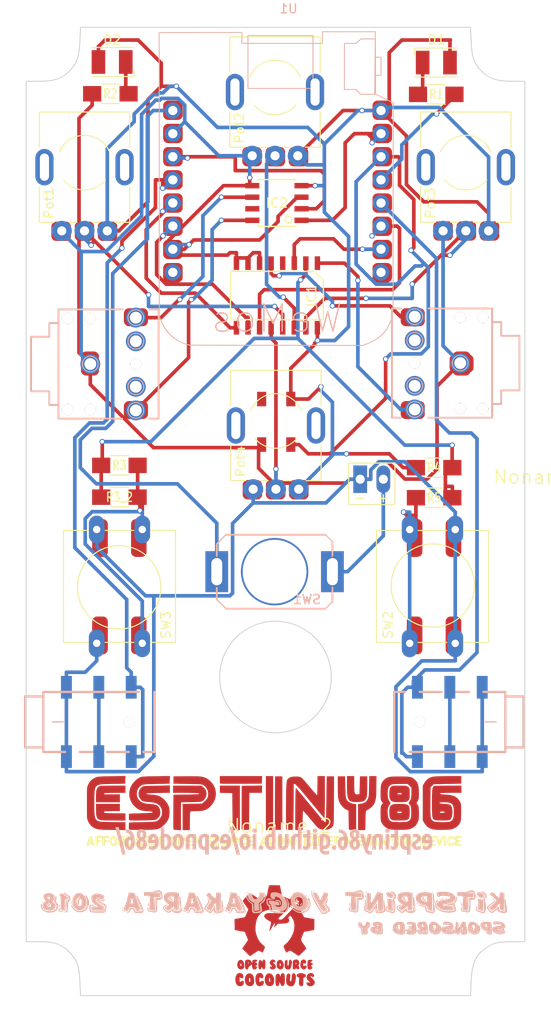
<source format=kicad_pcb>
(kicad_pcb (version 20171130) (host pcbnew "(5.1.12)-1")
  (layers (0 F.Cu signal) (31 B.Cu signal) (34 B.Paste user hide) (35 F.Paste user hide) (36 B.SilkS user hide) (37 F.SilkS user hide) (38 B.Mask user hide) (39 F.Mask user hide) (44 Edge.Cuts user))
  (net 0 "")
  (net 1 +3V3)
  (net 2 CV1)
  (net 3 CV2)
  (net 4 GND)
  (net 5 "Net-(IC1-Pad9)")
  (net 6 "Net-(IC1-Pad10)")
  (net 7 "Net-(IC1-Pad11)")
  (net 8 Pot4)
  (net 9 Pot1)
  (net 10 Pot2)
  (net 11 L-Out)
  (net 12 R-Out)
  (net 13 "Net-(D1-Pad1)")
  (net 14 "Net-(IC1-Pad3)")
  (net 15 "Net-(IC2-Pad1)")
  (net 16 /PDS)
  (net 17 Led1_pulldown)
  (net 18 +BATT)
  (net 19 Pot3)
  (net 20 NEO-Pixel)
  (net 21 "Net-(D2-Pad1)")
  (net 22 "Net-(NEO7-Pad4)")
  (net 23 "Net-(R3-Pad1)")
  (net 24 "Net-(R5-Pad1)")
  (net 25 +5V)
  (net 26 Buttons)
  (net 27 D3)
  (net 28 D5)
  (net 29 "Net-(Jack2-Pad3)")
  (net 30 "Net-(Jack4-Pad3)")
  (net 31 "Net-(IC2-Pad2)")
  (module 8Bit_ESPTINY86-Mixtape:ESPTINY_logo (layer F.Cu) (at 84.328 127)
    (fp_text reference Noname_2 (at 0 0) (layer F.SilkS) (effects (font (size 1.524 1.524))))
    (fp_text value "" (at 0 0) (layer F.SilkS) (effects (font (size 1.524 1.524))))
    (fp_poly (pts (xy -16.884049 -5.370068) (xy -16.886826 -5.321919) (xy -16.8904 -5.254021) (xy -16.894491 -5.172005) (xy -16.898823 -5.081498) (xy -16.903115 -4.988131) (xy -16.904667 -4.953342) (xy -16.908477 -4.869258) (xy -16.912063 -4.794181) (xy -16.915242 -4.731649) (xy -16.917827 -4.685199) (xy -16.919636 -4.658369) (xy -16.920293 -4.653135) (xy -16.933063 -4.652558) (xy -16.969327 -4.651521) (xy -17.027185 -4.650066) (xy -17.104736 -4.648234) (xy -17.20008 -4.646069) (xy -17.311316 -4.643613) (xy -17.436544 -4.640907) (xy -17.573863 -4.637995) (xy -17.721372 -4.634918) (xy -17.87717 -4.631718) (xy -17.9451 -4.630338) (xy -18.188435 -4.625298) (xy -18.407861 -4.620472) (xy -18.604869 -4.615769) (xy -18.780949 -4.611097) (xy -18.93759 -4.606362) (xy -19.076282 -4.601472) (xy -19.198515 -4.596337) (xy -19.305779 -4.590862) (xy -19.399564 -4.584956) (xy -19.481359 -4.578526) (xy -19.552656 -4.57148) (xy -19.614942 -4.563727) (xy -19.66971 -4.555173) (xy -19.718447 -4.545726) (xy -19.762644 -4.535294) (xy -19.803792 -4.523785) (xy -19.8374 -4.513113) (xy -19.935919 -4.473356) (xy -20.019646 -4.423579) (xy -20.089761 -4.361773) (xy -20.147444 -4.285928) (xy -20.193877 -4.194034) (xy -20.230239 -4.084083) (xy -20.257711 -3.954065) (xy -20.277474 -3.801969) (xy -20.281642 -3.756853) (xy -20.284832 -3.705928) (xy -20.287776 -3.632237) (xy -20.290456 -3.538417) (xy -20.292859 -3.427102) (xy -20.294968 -3.300927) (xy -20.296768 -3.162525) (xy -20.298244 -3.014532) (xy -20.29938 -2.859582) (xy -20.300161 -2.700309) (xy -20.300572 -2.539349) (xy -20.300596 -2.379336) (xy -20.300219 -2.222904) (xy -20.299426 -2.072689) (xy -20.2982 -1.931324) (xy -20.296527 -1.801444) (xy -20.29439 -1.685684) (xy -20.293888 -1.6637) (xy -20.290516 -1.533259) (xy -20.287019 -1.424802) (xy -20.283186 -1.334911) (xy -20.278807 -1.260171) (xy -20.273671 -1.197166) (xy -20.267568 -1.142479) (xy -20.260285 -1.092693) (xy -20.257717 -1.077499) (xy -20.228291 -0.942492) (xy -20.189978 -0.829476) (xy -20.141032 -0.736064) (xy -20.079705 -0.659872) (xy -20.004249 -0.598513) (xy -19.912918 -0.549602) (xy -19.85441 -0.526838) (xy -19.813175 -0.513413) (xy -19.769638 -0.501315) (xy -19.72225 -0.49045) (xy -19.669464 -0.480725) (xy -19.60973 -0.472046) (xy -19.541501 -0.46432) (xy -19.463227 -0.457453) (xy -19.373361 -0.451352) (xy -19.270354 -0.445922) (xy -19.152656 -0.441071) (xy -19.018721 -0.436704) (xy -18.866999 -0.432729) (xy -18.695942 -0.429052) (xy -18.504002 -0.425579) (xy -18.289629 -0.422216) (xy -18.0721 -0.419151) (xy -17.915106 -0.41705) (xy -17.763153 -0.415058) (xy -17.618513 -0.413201) (xy -17.483456 -0.411508) (xy -17.360253 -0.410004) (xy -17.251174 -0.408718) (xy -17.158489 -0.407677) (xy -17.084469 -0.406909) (xy -17.031384 -0.406439) (xy -17.002125 -0.406295) (xy -16.891 -0.4064) (xy -16.891 0.4445) (xy -17.046575 0.442222) (xy -17.084771 0.441731) (xy -17.145963 0.441031) (xy -17.227748 0.440147) (xy -17.327723 0.439103) (xy -17.443485 0.437924) (xy -17.572632 0.436633) (xy -17.71276 0.435255) (xy -17.861466 0.433814) (xy -18.016347 0.432335) (xy -18.161 0.430972) (xy -18.40488 0.42848) (xy -18.624842 0.425761) (xy -18.822368 0.422755) (xy -18.998939 0.419403) (xy -19.156039 0.415644) (xy -19.295147 0.411418) (xy -19.417747 0.406665) (xy -19.525319 0.401326) (xy -19.619346 0.395341) (xy -19.701309 0.388649) (xy -19.772691 0.38119) (xy -19.834972 0.372905) (xy -19.889634 0.363733) (xy -19.90725 0.360301) (xy -20.100254 0.310016) (xy -20.277126 0.240328) (xy -20.438313 0.150882) (xy -20.584265 0.041327) (xy -20.71543 -0.088693) (xy -20.832255 -0.23953) (xy -20.935189 -0.411538) (xy -20.967749 -0.47625) (xy -20.996391 -0.538769) (xy -21.023639 -0.603423) (xy -21.045575 -0.660678) (xy -21.05451 -0.687361) (xy -21.06312 -0.716371) (xy -21.070855 -0.744963) (xy -21.07776 -0.774588) (xy -21.083883 -0.806697) (xy -21.089271 -0.842741) (xy -21.09397 -0.884171) (xy -21.098028 -0.932438) (xy -21.101491 -0.988993) (xy -21.104407 -1.055286) (xy -21.106822 -1.132768) (xy -21.108783 -1.222891) (xy -21.110336 -1.327104) (xy -21.11153 -1.44686) (xy -21.11241 -1.583608) (xy -21.113023 -1.738801) (xy -21.113417 -1.913887) (xy -21.113638 -2.110319) (xy -21.113733 -2.329548) (xy -21.11375 -2.52095) (xy -21.113762 -2.764633) (xy -21.113727 -2.984382) (xy -21.113541 -3.181663) (xy -21.113098 -3.357942) (xy -21.112293 -3.514686) (xy -21.111023 -3.65336) (xy -21.109181 -3.775431) (xy -21.106664 -3.882364) (xy -21.103365 -3.975627) (xy -21.099181 -4.056684) (xy -21.094006 -4.127001) (xy -21.087735 -4.188046) (xy -21.080264 -4.241284) (xy -21.071488 -4.288181) (xy -21.061302 -4.330203) (xy -21.0496 -4.368817) (xy -21.036278 -4.405488) (xy -21.021232 -4.441682) (xy -21.004355 -4.478866) (xy -20.985544 -4.518505) (xy -20.968252 -4.554604) (xy -20.908944 -4.67268) (xy -20.852166 -4.771682) (xy -20.794207 -4.857152) (xy -20.731353 -4.934637) (xy -20.670734 -4.998934) (xy -20.577998 -5.083768) (xy -20.478962 -5.157684) (xy -20.367034 -5.225153) (xy -20.251794 -5.283142) (xy -20.199034 -5.307315) (xy -20.148647 -5.328897) (xy -20.0989 -5.348063) (xy -20.048061 -5.364985) (xy -19.9944 -5.37984) (xy -19.936185 -5.392801) (xy -19.871683 -5.404043) (xy -19.799163 -5.413739) (xy -19.716893 -5.422065) (xy -19.623142 -5.429194) (xy -19.516178 -5.435301) (xy -19.39427 -5.44056) (xy -19.255685 -5.445145) (xy -19.098692 -5.449231) (xy -18.921559 -5.452992) (xy -18.722555 -5.456603) (xy -18.499947 -5.460238) (xy -18.4912 -5.460375) (xy -18.336079 -5.462841) (xy -18.176414 -5.465427) (xy -18.016124 -5.468065) (xy -17.859127 -5.47069) (xy -17.70934 -5.473235) (xy -17.570681 -5.475634) (xy -17.447068 -5.47782) (xy -17.342417 -5.479728) (xy -17.287025 -5.480775) (xy -16.8766 -5.488686) (xy -16.884049 -5.370068)) (layer F.Cu) (width 0.01))
    (fp_poly (pts (xy -8.56615 -4.432036) (xy -8.4582 -4.349396) (xy -8.326916 -4.241813) (xy -8.219207 -4.137241) (xy -8.13381 -4.033392) (xy -8.06946 -3.927978) (xy -8.024893 -3.81871) (xy -7.998844 -3.703299) (xy -7.990049 -3.579458) (xy -7.992162 -3.506007) (xy -8.002197 -3.401701) (xy -8.020444 -3.310119) (xy -8.049677 -3.220818) (xy -8.092675 -3.123353) (xy -8.095347 -3.11785) (xy -8.170536 -2.986661) (xy -8.257672 -2.876492) (xy -8.355968 -2.788023) (xy -8.464638 -2.721933) (xy -8.582895 -2.678902) (xy -8.610279 -2.672565) (xy -8.648859 -2.665582) (xy -8.695425 -2.659231) (xy -8.751578 -2.653445) (xy -8.81892 -2.648154) (xy -8.89905 -2.643288) (xy -8.99357 -2.638779) (xy -9.10408 -2.634557) (xy -9.232181 -2.630554) (xy -9.379474 -2.6267) (xy -9.547559 -2.622926) (xy -9.738037 -2.619163) (xy -9.92505 -2.615813) (xy -10.068919 -2.613266) (xy -10.205458 -2.610717) (xy -10.33252 -2.608213) (xy -10.447961 -2.605804) (xy -10.549635 -2.603539) (xy -10.635396 -2.601465) (xy -10.703098 -2.599631) (xy -10.750596 -2.598087) (xy -10.775744 -2.596879) (xy -10.779125 -2.596485) (xy -10.781602 -2.591031) (xy -10.783824 -2.575517) (xy -10.785804 -2.548805) (xy -10.787553 -2.509757) (xy -10.789084 -2.457235) (xy -10.790409 -2.3901) (xy -10.791538 -2.307216) (xy -10.792485 -2.207444) (xy -10.793261 -2.089647) (xy -10.793877 -1.952686) (xy -10.794347 -1.795424) (xy -10.794681 -1.616722) (xy -10.794891 -1.415443) (xy -10.794989 -1.190449) (xy -10.795 -1.073549) (xy -10.795 0.4445) (xy -11.039475 0.442753) (xy -11.125878 0.4416) (xy -11.21296 0.439494) (xy -11.293884 0.436665) (xy -11.361813 0.433346) (xy -11.402803 0.430441) (xy -11.464888 0.422816) (xy -11.520447 0.412187) (xy -11.561091 0.40024) (xy -11.567903 0.397262) (xy -11.61415 0.37465) (xy -11.622005 0.2286) (xy -11.623727 0.183043) (xy -11.625209 0.116139) (xy -11.62646 0.029627) (xy -11.627486 -0.074757) (xy -11.628297 -0.195274) (xy -11.628898 -0.330187) (xy -11.6293 -0.477758) (xy -11.629508 -0.636248) (xy -11.629532 -0.80392) (xy -11.629379 -0.979036) (xy -11.629057 -1.159859) (xy -11.628573 -1.34465) (xy -11.627936 -1.531671) (xy -11.627154 -1.719185) (xy -11.626233 -1.905453) (xy -11.625183 -2.088739) (xy -11.624011 -2.267303) (xy -11.622724 -2.439409) (xy -11.621332 -2.603318) (xy -11.61984 -2.757292) (xy -11.618259 -2.899594) (xy -11.616594 -3.028485) (xy -11.614854 -3.142229) (xy -11.613048 -3.239086) (xy -11.611182 -3.317319) (xy -11.609265 -3.375191) (xy -11.607304 -3.410963) (xy -11.60551 -3.422824) (xy -11.59186 -3.424248) (xy -11.554846 -3.42591) (xy -11.496505 -3.427768) (xy -11.418872 -3.429777) (xy -11.323981 -3.431895) (xy -11.213869 -3.434078) (xy -11.090571 -3.436283) (xy -10.956123 -3.438468) (xy -10.812559 -3.440588) (xy -10.691596 -3.442221) (xy -10.441719 -3.445681) (xy -10.206366 -3.449395) (xy -9.986557 -3.453335) (xy -9.78331 -3.457473) (xy -9.597646 -3.46178) (xy -9.430584 -3.466227) (xy -9.283142 -3.470786) (xy -9.156342 -3.475429) (xy -9.051201 -3.480126) (xy -8.96874 -3.48485) (xy -8.909979 -3.489573) (xy -8.884423 -3.492714) (xy -8.83006 -3.505157) (xy -8.793793 -3.521761) (xy -8.77835 -3.540897) (xy -8.781084 -3.554437) (xy -8.798336 -3.567841) (xy -8.83319 -3.580059) (xy -8.886263 -3.59112) (xy -8.958172 -3.601053) (xy -9.049532 -3.609885) (xy -9.160963 -3.617645) (xy -9.293078 -3.624362) (xy -9.446497 -3.630063) (xy -9.621835 -3.634779) (xy -9.819708 -3.638536) (xy -10.040735 -3.641363) (xy -10.285531 -3.64329) (xy -10.554714 -3.644344) (xy -10.734675 -3.644571) (xy -11.6459 -3.6449) (xy -11.6459 -4.4323) (xy -8.56615 -4.432036)) (layer F.Cu) (width 0.01))
    (fp_poly (pts (xy -9.584948 -5.460386) (xy -9.412799 -5.459587) (xy -9.258992 -5.458198) (xy -9.12501 -5.456221) (xy -9.012337 -5.453659) (xy -8.922457 -5.450517) (xy -8.870734 -5.447771) (xy -8.694577 -5.433583) (xy -8.539637 -5.414767) (xy -8.401969 -5.390172) (xy -8.27763 -5.358649) (xy -8.162675 -5.319048) (xy -8.053161 -5.270217) (xy -7.945142 -5.211008) (xy -7.8486 -5.149679) (xy -7.666879 -5.013521) (xy -7.504207 -4.86236) (xy -7.36133 -4.697624) (xy -7.238996 -4.520743) (xy -7.13795 -4.333147) (xy -7.05894 -4.136266) (xy -7.002711 -3.931528) (xy -6.970012 -3.720363) (xy -6.961588 -3.504201) (xy -6.963145 -3.454316) (xy -6.985191 -3.240045) (xy -7.031838 -3.03069) (xy -7.102581 -2.827306) (xy -7.196916 -2.630943) (xy -7.31434 -2.442655) (xy -7.454349 -2.263494) (xy -7.61232 -2.098415) (xy -7.736808 -1.987874) (xy -7.857092 -1.89783) (xy -7.978212 -1.825123) (xy -8.105209 -1.766593) (xy -8.1915 -1.735245) (xy -8.261473 -1.713265) (xy -8.328149 -1.695159) (xy -8.39532 -1.680446) (xy -8.466776 -1.668643) (xy -8.546309 -1.659269) (xy -8.637708 -1.651841) (xy -8.744765 -1.645876) (xy -8.87127 -1.640893) (xy -8.9535 -1.638308) (xy -9.113037 -1.633538) (xy -9.249143 -1.629185) (xy -9.363784 -1.62503) (xy -9.458922 -1.620857) (xy -9.536519 -1.616447) (xy -9.59854 -1.611584) (xy -9.646946 -1.606049) (xy -9.6837 -1.599625) (xy -9.710767 -1.592094) (xy -9.730108 -1.583239) (xy -9.743687 -1.572841) (xy -9.753467 -1.560684) (xy -9.760221 -1.548877) (xy -9.768544 -1.530095) (xy -9.775853 -1.506848) (xy -9.782233 -1.477407) (xy -9.787765 -1.440042) (xy -9.792533 -1.393023) (xy -9.796619 -1.33462) (xy -9.800106 -1.263103) (xy -9.803077 -1.176742) (xy -9.805615 -1.073807) (xy -9.807802 -0.952569) (xy -9.809722 -0.811297) (xy -9.811457 -0.648261) (xy -9.813091 -0.461732) (xy -9.813255 -0.441325) (xy -9.820329 0.4445) (xy -10.6045 0.4445) (xy -10.6045 -2.410979) (xy -10.525125 -2.417963) (xy -10.499823 -2.419267) (xy -10.451275 -2.420868) (xy -10.381635 -2.422724) (xy -10.293055 -2.42479) (xy -10.187688 -2.427022) (xy -10.067687 -2.429378) (xy -9.935203 -2.431813) (xy -9.79239 -2.434284) (xy -9.641401 -2.436747) (xy -9.484387 -2.439158) (xy -9.46785 -2.439403) (xy -8.48995 -2.45386) (xy -8.43915 -2.493182) (xy -8.294994 -2.608585) (xy -8.172443 -2.715679) (xy -8.07003 -2.81678) (xy -7.986287 -2.914201) (xy -7.919748 -3.010258) (xy -7.868946 -3.107263) (xy -7.832412 -3.207533) (xy -7.808682 -3.31338) (xy -7.796286 -3.42712) (xy -7.793574 -3.51155) (xy -7.796765 -3.626468) (xy -7.809109 -3.728286) (xy -7.832552 -3.82543) (xy -7.869041 -3.926323) (xy -7.910917 -4.01955) (xy -7.995198 -4.169442) (xy -8.095437 -4.301362) (xy -8.210334 -4.413769) (xy -8.300378 -4.481076) (xy -8.336306 -4.502895) (xy -8.37457 -4.521436) (xy -8.417701 -4.537074) (xy -8.46823 -4.550181) (xy -8.528688 -4.561132) (xy -8.601606 -4.570302) (xy -8.689515 -4.578063) (xy -8.794946 -4.584792) (xy -8.920431 -4.590861) (xy -9.068501 -4.596644) (xy -9.086634 -4.597292) (xy -9.15085 -4.599364) (xy -9.236218 -4.601805) (xy -9.34022 -4.60456) (xy -9.460336 -4.607576) (xy -9.594049 -4.610801) (xy -9.73884 -4.614182) (xy -9.892189 -4.617665) (xy -10.051579 -4.621197) (xy -10.21449 -4.624725) (xy -10.378404 -4.628197) (xy -10.540803 -4.631558) (xy -10.699168 -4.634757) (xy -10.850979 -4.63774) (xy -10.993719 -4.640454) (xy -11.124869 -4.642846) (xy -11.24191 -4.644862) (xy -11.342324 -4.646451) (xy -11.423591 -4.647558) (xy -11.483194 -4.648131) (xy -11.503372 -4.6482) (xy -11.6078 -4.6482) (xy -11.6078 -5.444144) (xy -10.91991 -5.452572) (xy -10.668874 -5.455393) (xy -10.427277 -5.457601) (xy -10.196602 -5.459201) (xy -9.978333 -5.460197) (xy -9.773953 -5.46059) (xy -9.584948 -5.460386)) (layer F.Cu) (width 0.01))
    (fp_poly (pts (xy -4.3307 0.4445) (xy -5.115036 0.4445) (xy -5.123836 -0.460375) (xy -5.125387 -0.623086) (xy -5.127084 -0.806811) (xy -5.128889 -1.007165) (xy -5.130763 -1.219765) (xy -5.132671 -1.440225) (xy -5.134573 -1.664161) (xy -5.136433 -1.887188) (xy -5.138212 -2.104921) (xy -5.139873 -2.312975) (xy -5.141243 -2.4892) (xy -5.14985 -3.61315) (xy -5.42925 -3.621025) (xy -5.5174 -3.623447) (xy -5.62438 -3.626286) (xy -5.74363 -3.629374) (xy -5.868586 -3.632542) (xy -5.992687 -3.635624) (xy -6.109371 -3.63845) (xy -6.111875 -3.638509) (xy -6.5151 -3.648119) (xy -6.5151 -4.4323) (xy -4.3307 -4.4323) (xy -4.3307 0.4445)) (layer F.Cu) (width 0.01))
    (fp_poly (pts (xy -0.6731 0.4445) (xy -1.4605 0.4445) (xy -1.4605 -5.4737) (xy -0.6731 -5.4737) (xy -0.6731 0.4445)) (layer F.Cu) (width 0.01))
    (fp_poly (pts (xy 6.003267 -3.000375) (xy 6.002535 -2.694283) (xy 6.00181 -2.412487) (xy 6.001071 -2.153886) (xy 6.000297 -1.917375) (xy 5.999467 -1.701852) (xy 5.998562 -1.506214) (xy 5.99756 -1.329357) (xy 5.996441 -1.170179) (xy 5.995184 -1.027578) (xy 5.993768 -0.900448) (xy 5.992173 -0.787689) (xy 5.990379 -0.688195) (xy 5.988363 -0.600866) (xy 5.986107 -0.524597) (xy 5.983589 -0.458286) (xy 5.980789 -0.400828) (xy 5.977685 -0.351123) (xy 5.974258 -0.308066) (xy 5.970486 -0.270554) (xy 5.96635 -0.237484) (xy 5.961828 -0.207754) (xy 5.956899 -0.18026) (xy 5.951544 -0.153899) (xy 5.949852 -0.14605) (xy 5.913199 -0.036367) (xy 5.853795 0.064654) (xy 5.773231 0.155608) (xy 5.673096 0.23509) (xy 5.55498 0.301697) (xy 5.420474 0.354024) (xy 5.36575 0.36978) (xy 5.287838 0.385163) (xy 5.191723 0.396305) (xy 5.084279 0.402998) (xy 4.972382 0.405033) (xy 4.862905 0.4022) (xy 4.762722 0.394292) (xy 4.724158 0.38927) (xy 4.659174 0.37887) (xy 4.59934 0.36725) (xy 4.543374 0.353267) (xy 4.489995 0.335782) (xy 4.437924 0.313653) (xy 4.385879 0.285738) (xy 4.33258 0.250896) (xy 4.276745 0.207986) (xy 4.217095 0.155867) (xy 4.152347 0.093397) (xy 4.081223 0.019434) (xy 4.00244 -0.067161) (xy 3.914718 -0.167531) (xy 3.816776 -0.282817) (xy 3.707334 -0.41416) (xy 3.585111 -0.562702) (xy 3.448825 -0.729584) (xy 3.396578 -0.79375) (xy 3.254687 -0.966886) (xy 3.126887 -1.120239) (xy 3.012448 -1.254657) (xy 2.910641 -1.370985) (xy 2.820737 -1.47007) (xy 2.745551 -1.549141) (xy 2.696419 -1.598574) (xy 2.661646 -1.631317) (xy 2.638511 -1.649477) (xy 2.624291 -1.655164) (xy 2.616265 -1.650486) (xy 2.615779 -1.649673) (xy 2.608559 -1.630885) (xy 2.602109 -1.600715) (xy 2.596377 -1.55785) (xy 2.591311 -1.500972) (xy 2.586859 -1.428768) (xy 2.58297 -1.339922) (xy 2.579592 -1.233119) (xy 2.576674 -1.107044) (xy 2.574163 -0.960381) (xy 2.572009 -0.791816) (xy 2.57016 -0.600034) (xy 2.569083 -0.460375) (xy 2.562679 0.4445) (xy 2.172456 0.4445) (xy 2.075328 0.444234) (xy 1.986475 0.443481) (xy 1.909054 0.442309) (xy 1.84622 0.440784) (xy 1.801131 0.438974) (xy 1.776944 0.436945) (xy 1.773766 0.436033) (xy 1.77226 0.422027) (xy 1.770919 0.384315) (xy 1.769741 0.324594) (xy 1.768723 0.244557) (xy 1.767863 0.145899) (xy 1.76716 0.030315) (xy 1.766611 -0.100501) (xy 1.766215 -0.244854) (xy 1.765969 -0.401049) (xy 1.76587 -0.567392) (xy 1.765918 -0.742189) (xy 1.766109 -0.923744) (xy 1.766442 -1.110363) (xy 1.766915 -1.300351) (xy 1.767526 -1.492014) (xy 1.768272 -1.683657) (xy 1.769151 -1.873586) (xy 1.770162 -2.060106) (xy 1.771302 -2.241521) (xy 1.772569 -2.416139) (xy 1.773961 -2.582263) (xy 1.775476 -2.738199) (xy 1.777112 -2.882254) (xy 1.777936 -2.9464) (xy 1.781186 -3.169743) (xy 1.784634 -3.368367) (xy 1.788307 -3.542955) (xy 1.792233 -3.694187) (xy 1.796439 -3.822745) (xy 1.800952 -3.92931) (xy 1.805798 -4.014563) (xy 1.811006 -4.079186) (xy 1.816601 -4.12386) (xy 1.822611 -4.149267) (xy 1.825897 -4.155078) (xy 1.833227 -4.152247) (xy 1.849822 -4.137729) (xy 1.876113 -4.111017) (xy 1.912533 -4.0716) (xy 1.959513 -4.018967) (xy 2.017486 -3.95261) (xy 2.086882 -3.872018) (xy 2.168133 -3.776681) (xy 2.261671 -3.666089) (xy 2.367928 -3.539733) (xy 2.487336 -3.397103) (xy 2.620326 -3.237688) (xy 2.767329 -3.060979) (xy 2.928779 -2.866466) (xy 3.105105 -2.653639) (xy 3.296741 -2.421988) (xy 3.440605 -2.2479) (xy 3.62709 -2.022264) (xy 3.798206 -1.815505) (xy 3.954658 -1.626834) (xy 4.097153 -1.455465) (xy 4.226396 -1.300607) (xy 4.343093 -1.161473) (xy 4.447951 -1.037275) (xy 4.541674 -0.927223) (xy 4.624971 -0.830531) (xy 4.698545 -0.746408) (xy 4.763103 -0.674068) (xy 4.819352 -0.612721) (xy 4.867996 -0.56158) (xy 4.909743 -0.519855) (xy 4.945298 -0.486758) (xy 4.975366 -0.461502) (xy 5.000655 -0.443297) (xy 5.02187 -0.431356) (xy 5.039716 -0.42489) (xy 5.0549 -0.42311) (xy 5.068128 -0.425229) (xy 5.071662 -0.426445) (xy 5.083773 -0.437561) (xy 5.094711 -0.462004) (xy 5.104596 -0.501081) (xy 5.113548 -0.556099) (xy 5.121688 -0.628366) (xy 5.129136 -0.719188) (xy 5.136013 -0.829873) (xy 5.142438 -0.961727) (xy 5.148533 -1.116059) (xy 5.154418 -1.294175) (xy 5.15579 -1.33985) (xy 5.1589 -1.454824) (xy 5.162146 -1.593214) (xy 5.1655 -1.753036) (xy 5.168931 -1.932308) (xy 5.17241 -2.129046) (xy 5.175906 -2.341267) (xy 5.179391 -2.566987) (xy 5.182834 -2.804224) (xy 5.186205 -3.050993) (xy 5.189474 -3.305312) (xy 5.192612 -3.565198) (xy 5.195589 -3.828666) (xy 5.198375 -4.093734) (xy 5.200564 -4.318) (xy 5.201998 -4.460127) (xy 5.203598 -4.600225) (xy 5.205316 -4.735231) (xy 5.207106 -4.862079) (xy 5.20892 -4.977705) (xy 5.210712 -5.079043) (xy 5.212433 -5.16303) (xy 5.214037 -5.226599) (xy 5.21496 -5.254625) (xy 5.222374 -5.4483) (xy 6.008967 -5.4483) (xy 6.003267 -3.000375)) (layer F.Cu) (width 0.01))
    (fp_poly (pts (xy 10.664436 -4.492625) (xy 10.663088 -4.290264) (xy 10.661612 -4.111183) (xy 10.65991 -3.953266) (xy 10.657878 -3.814392) (xy 10.655416 -3.692443) (xy 10.652423 -3.5853) (xy 10.648797 -3.490846) (xy 10.644438 -3.40696) (xy 10.639244 -3.331525) (xy 10.633114 -3.262421) (xy 10.625947 -3.19753) (xy 10.617641 -3.134733) (xy 10.608095 -3.071911) (xy 10.597208 -3.006946) (xy 10.592072 -2.977729) (xy 10.551992 -2.790545) (xy 10.500665 -2.62192) (xy 10.436291 -2.469411) (xy 10.357069 -2.330576) (xy 10.261199 -2.202972) (xy 10.146879 -2.084156) (xy 10.01231 -1.971686) (xy 9.855689 -1.86312) (xy 9.7028 -1.771472) (xy 9.638235 -1.733879) (xy 9.592345 -1.703649) (xy 9.561036 -1.676891) (xy 9.540211 -1.649713) (xy 9.525774 -1.618225) (xy 9.518775 -1.596661) (xy 9.509345 -1.552129) (xy 9.500832 -1.48491) (xy 9.493217 -1.39461) (xy 9.486477 -1.280835) (xy 9.480595 -1.143192) (xy 9.475548 -0.981284) (xy 9.471317 -0.79472) (xy 9.46834 -0.61595) (xy 9.466452 -0.491234) (xy 9.464307 -0.361628) (xy 9.462005 -0.23237) (xy 9.459645 -0.108701) (xy 9.457326 0.004141) (xy 9.455148 0.100914) (xy 9.453608 0.161925) (xy 9.445972 0.4445) (xy 8.6614 0.4445) (xy 8.6614 -2.410423) (xy 8.753475 -2.418753) (xy 8.90399 -2.434125) (xy 9.032293 -2.451526) (xy 9.14155 -2.472035) (xy 9.23493 -2.496733) (xy 9.315603 -2.526699) (xy 9.386737 -2.563013) (xy 9.4515 -2.606755) (xy 9.513062 -2.659006) (xy 9.542708 -2.68773) (xy 9.606891 -2.761934) (xy 9.669306 -2.851501) (xy 9.723834 -2.946768) (xy 9.764049 -3.037237) (xy 9.779793 -3.084301) (xy 9.793718 -3.135819) (xy 9.805987 -3.193731) (xy 9.816762 -3.259975) (xy 9.826204 -3.336492) (xy 9.834475 -3.425222) (xy 9.841736 -3.528104) (xy 9.848149 -3.647078) (xy 9.853877 -3.784083) (xy 9.85908 -3.941059) (xy 9.863921 -4.119945) (xy 9.867635 -4.2799) (xy 9.870583 -4.413152) (xy 9.873677 -4.550688) (xy 9.87681 -4.687842) (xy 9.879872 -4.819947) (xy 9.882755 -4.942335) (xy 9.885351 -5.050341) (xy 9.887551 -5.139297) (xy 9.888225 -5.165725) (xy 9.896155 -5.4737) (xy 10.670465 -5.4737) (xy 10.664436 -4.492625)) (layer F.Cu) (width 0.01))
    (fp_poly (pts (xy -12.0142 -3.6449) (xy -12.220575 -3.644685) (xy -12.27162 -3.644433) (xy -12.345021 -3.643785) (xy -12.437736 -3.64278) (xy -12.546726 -3.641459) (xy -12.668949 -3.639859) (xy -12.801366 -3.638022) (xy -12.940935 -3.635985) (xy -13.084616 -3.63379) (xy -13.1953 -3.632029) (xy -13.426348 -3.62799) (xy -13.633067 -3.623718) (xy -13.816529 -3.619152) (xy -13.977806 -3.614228) (xy -14.11797 -3.608885) (xy -14.23809 -3.603061) (xy -14.33924 -3.596693) (xy -14.422489 -3.589718) (xy -14.488911 -3.582076) (xy -14.539575 -3.573703) (xy -14.575554 -3.564537) (xy -14.597918 -3.554517) (xy -14.603307 -3.55024) (xy -14.61301 -3.535223) (xy -14.601523 -3.523011) (xy -14.595012 -3.519351) (xy -14.561572 -3.507617) (xy -14.506259 -3.495578) (xy -14.432586 -3.483732) (xy -14.344067 -3.472576) (xy -14.244218 -3.462609) (xy -14.13655 -3.454327) (xy -14.1351 -3.454232) (xy -13.919296 -3.436916) (xy -13.725758 -3.41415) (xy -13.551732 -3.384875) (xy -13.394467 -3.34803) (xy -13.25121 -3.302556) (xy -13.11921 -3.247395) (xy -12.995714 -3.181485) (xy -12.877969 -3.103769) (xy -12.763223 -3.013186) (xy -12.648724 -2.908677) (xy -12.60475 -2.865136) (xy -12.463101 -2.711419) (xy -12.344816 -2.558997) (xy -12.248243 -2.404765) (xy -12.171728 -2.245618) (xy -12.113622 -2.078451) (xy -12.07227 -1.900158) (xy -12.063474 -1.84785) (xy -12.056947 -1.78861) (xy -12.052188 -1.710307) (xy -12.049198 -1.618995) (xy -12.047979 -1.520725) (xy -12.048533 -1.42155) (xy -12.050864 -1.327524) (xy -12.054972 -1.244699) (xy -12.060859 -1.179129) (xy -12.063234 -1.16205) (xy -12.096127 -0.995709) (xy -12.141269 -0.841717) (xy -12.2005 -0.696832) (xy -12.275658 -0.55781) (xy -12.368585 -0.421407) (xy -12.481118 -0.284379) (xy -12.615098 -0.143481) (xy -12.672266 -0.088012) (xy -12.775707 0.007677) (xy -12.871599 0.089472) (xy -12.963172 0.158611) (xy -13.053656 0.216331) (xy -13.146281 0.263869) (xy -13.244278 0.302463) (xy -13.350875 0.333351) (xy -13.469304 0.357769) (xy -13.602795 0.376956) (xy -13.754577 0.392149) (xy -13.92788 0.404585) (xy -13.96365 0.406747) (xy -14.016229 0.409147) (xy -14.089428 0.411441) (xy -14.180958 0.413617) (xy -14.288531 0.415665) (xy -14.409859 0.417571) (xy -14.542651 0.419325) (xy -14.68462 0.420914) (xy -14.833476 0.422327) (xy -14.986931 0.423552) (xy -15.142696 0.424577) (xy -15.298482 0.425391) (xy -15.451999 0.425981) (xy -15.60096 0.426335) (xy -15.743076 0.426443) (xy -15.876057 0.426292) (xy -15.997614 0.42587) (xy -16.10546 0.425166) (xy -16.197304 0.424168) (xy -16.270859 0.422864) (xy -16.323835 0.421242) (xy -16.353943 0.419291) (xy -16.355692 0.419065) (xy -16.418527 0.407197) (xy -16.460611 0.390446) (xy -16.486552 0.365389) (xy -16.500957 0.328599) (xy -16.504768 0.308215) (xy -16.507192 0.277549) (xy -16.508511 0.228425) (xy -16.508835 0.164966) (xy -16.508276 0.091295) (xy -16.506943 0.011534) (xy -16.504948 -0.070196) (xy -16.502399 -0.149772) (xy -16.499409 -0.223071) (xy -16.496088 -0.285972) (xy -16.492545 -0.334352) (xy -16.488892 -0.364089) (xy -16.48655 -0.371431) (xy -16.471944 -0.373995) (xy -16.434639 -0.376897) (xy -16.377332 -0.380027) (xy -16.30272 -0.383271) (xy -16.2135 -0.386519) (xy -16.112368 -0.389658) (xy -16.002022 -0.392577) (xy -15.943639 -0.393932) (xy -15.809733 -0.3969) (xy -15.656872 -0.400295) (xy -15.491496 -0.403973) (xy -15.320044 -0.407792) (xy -15.148955 -0.411607) (xy -14.984668 -0.415276) (xy -14.833623 -0.418654) (xy -14.8082 -0.419224) (xy -14.592481 -0.424333) (xy -14.400438 -0.42963) (xy -14.230349 -0.435396) (xy -14.080491 -0.441916) (xy -13.949142 -0.44947) (xy -13.834577 -0.458343) (xy -13.735075 -0.468817) (xy -13.648913 -0.481175) (xy -13.574367 -0.4957) (xy -13.509715 -0.512674) (xy -13.453233 -0.532381) (xy -13.403199 -0.555103) (xy -13.35789 -0.581123) (xy -13.315584 -0.610724) (xy -13.274556 -0.644189) (xy -13.238264 -0.676945) (xy -13.116898 -0.804957) (xy -13.019738 -0.940091) (xy -12.946341 -1.083343) (xy -12.896261 -1.235712) (xy -12.869056 -1.398195) (xy -12.863383 -1.518717) (xy -12.874269 -1.685576) (xy -12.907656 -1.840768) (xy -12.963765 -1.984825) (xy -13.042816 -2.118277) (xy -13.14503 -2.241655) (xy -13.177971 -2.274602) (xy -13.279213 -2.362351) (xy -13.384981 -2.43372) (xy -13.499614 -2.490674) (xy -13.627451 -2.535173) (xy -13.772834 -2.569183) (xy -13.862406 -2.584212) (xy -13.911886 -2.59063) (xy -13.981384 -2.598343) (xy -14.065583 -2.606828) (xy -14.159166 -2.615563) (xy -14.256817 -2.624026) (xy -14.320542 -2.629181) (xy -14.46813 -2.641261) (xy -14.593071 -2.65294) (xy -14.698097 -2.664955) (xy -14.785936 -2.678044) (xy -14.859317 -2.692945) (xy -14.92097 -2.710395) (xy -14.973623 -2.731132) (xy -15.020005 -2.755894) (xy -15.062847 -2.785419) (xy -15.104877 -2.820444) (xy -15.136419 -2.849723) (xy -15.244951 -2.9694) (xy -15.330354 -3.097679) (xy -15.392282 -3.233038) (xy -15.43039 -3.373961) (xy -15.444332 -3.518926) (xy -15.433762 -3.666416) (xy -15.398335 -3.81491) (xy -15.372265 -3.886431) (xy -15.322551 -3.987204) (xy -15.257443 -4.086807) (xy -15.182002 -4.178911) (xy -15.101292 -4.257187) (xy -15.03762 -4.304774) (xy -15.018531 -4.316841) (xy -14.999733 -4.327905) (xy -14.980078 -4.338026) (xy -14.958418 -4.347267) (xy -14.933603 -4.355688) (xy -14.904484 -4.363351) (xy -14.869912 -4.370319) (xy -14.82874 -4.376651) (xy -14.779816 -4.38241) (xy -14.721993 -4.387657) (xy -14.654122 -4.392453) (xy -14.575054 -4.396861) (xy -14.48364 -4.400941) (xy -14.37873 -4.404754) (xy -14.259177 -4.408364) (xy -14.12383 -4.41183) (xy -13.971542 -4.415214) (xy -13.801162 -4.418579) (xy -13.611543 -4.421984) (xy -13.401536 -4.425492) (xy -13.16999 -4.429165) (xy -12.915758 -4.433063) (xy -12.637691 -4.437248) (xy -12.531725 -4.438834) (xy -12.0142 -4.446574) (xy -12.0142 -3.6449)) (layer F.Cu) (width 0.01))
    (fp_poly (pts (xy -1.8923 -3.6449) (xy -3.285279 -3.6449) (xy -3.293594 -2.841625) (xy -3.294972 -2.703629) (xy -3.29648 -2.543876) (xy -3.298087 -2.366012) (xy -3.299764 -2.17368) (xy -3.30148 -1.970525) (xy -3.303205 -1.760189) (xy -3.30491 -1.546317) (xy -3.306563 -1.332554) (xy -3.308136 -1.122542) (xy -3.309597 -0.919926) (xy -3.310313 -0.817345) (xy -3.318716 0.40366) (xy -3.377033 0.410972) (xy -3.416839 0.414509) (xy -3.474282 0.417689) (xy -3.544703 0.420439) (xy -3.623439 0.422688) (xy -3.705828 0.424362) (xy -3.78721 0.425389) (xy -3.862922 0.425695) (xy -3.928304 0.425208) (xy -3.978692 0.423856) (xy -4.009427 0.421565) (xy -4.0132 0.420903) (xy -4.057646 0.409559) (xy -4.086729 0.395479) (xy -4.104349 0.373253) (xy -4.114402 0.33747) (xy -4.120787 0.282718) (xy -4.12188 0.270045) (xy -4.122672 0.247874) (xy -4.123362 0.202393) (xy -4.123952 0.135139) (xy -4.124447 0.047643) (xy -4.124849 -0.058561) (xy -4.125162 -0.181937) (xy -4.125389 -0.320954) (xy -4.125534 -0.474078) (xy -4.125598 -0.639774) (xy -4.125587 -0.816508) (xy -4.125502 -1.002749) (xy -4.125348 -1.196961) (xy -4.125128 -1.397611) (xy -4.124844 -1.603165) (xy -4.1245 -1.81209) (xy -4.124099 -2.022851) (xy -4.123645 -2.233917) (xy -4.123141 -2.443751) (xy -4.12259 -2.650822) (xy -4.121995 -2.853595) (xy -4.121359 -3.050537) (xy -4.120687 -3.240113) (xy -4.11998 -3.420791) (xy -4.119243 -3.591037) (xy -4.118478 -3.749316) (xy -4.117689 -3.894096) (xy -4.116879 -4.023842) (xy -4.116052 -4.137021) (xy -4.11521 -4.2321) (xy -4.114357 -4.307544) (xy -4.113496 -4.361819) (xy -4.11263 -4.393394) (xy -4.111972 -4.401263) (xy -4.098789 -4.402254) (xy -4.062271 -4.403546) (xy -4.004481 -4.405097) (xy -3.92748 -4.406865) (xy -3.833331 -4.408809) (xy -3.724098 -4.410888) (xy -3.601841 -4.41306) (xy -3.468625 -4.415284) (xy -3.326511 -4.417518) (xy -3.231493 -4.41894) (xy -3.077036 -4.42124) (xy -2.924269 -4.42358) (xy -2.776028 -4.425913) (xy -2.635148 -4.428192) (xy -2.504465 -4.430368) (xy -2.386814 -4.432395) (xy -2.285033 -4.434226) (xy -2.201956 -4.435811) (xy -2.140419 -4.437105) (xy -2.124075 -4.43749) (xy -1.8923 -4.443199) (xy -1.8923 -3.6449)) (layer F.Cu) (width 0.01))
    (fp_poly (pts (xy -0.05823 -5.445303) (xy 0.33655 -5.44195) (xy 0.342954 0.40312) (xy 0.282602 0.410702) (xy 0.242385 0.4143) (xy 0.184582 0.417538) (xy 0.113853 0.420342) (xy 0.034854 0.422637) (xy -0.047754 0.424349) (xy -0.129313 0.425404) (xy -0.205166 0.425726) (xy -0.270653 0.425242) (xy -0.321116 0.423877) (xy -0.351896 0.421557) (xy -0.3556 0.420903) (xy -0.398676 0.410052) (xy -0.427049 0.396755) (xy -0.444305 0.37575) (xy -0.454028 0.341777) (xy -0.459805 0.289573) (xy -0.461607 0.265342) (xy -0.462846 0.234695) (xy -0.463981 0.180141) (xy -0.465013 0.103176) (xy -0.46594 0.005293) (xy -0.466763 -0.112015) (xy -0.467482 -0.247253) (xy -0.468097 -0.398928) (xy -0.468609 -0.565545) (xy -0.469016 -0.745611) (xy -0.46932 -0.937632) (xy -0.46952 -1.140114) (xy -0.469617 -1.351563) (xy -0.469609 -1.570485) (xy -0.469499 -1.795387) (xy -0.469284 -2.024774) (xy -0.468967 -2.257153) (xy -0.468546 -2.49103) (xy -0.468021 -2.72491) (xy -0.467394 -2.957301) (xy -0.466663 -3.186708) (xy -0.465829 -3.411636) (xy -0.464892 -3.630594) (xy -0.463851 -3.842086) (xy -0.462708 -4.044618) (xy -0.461462 -4.236697) (xy -0.461447 -4.238803) (xy -0.453009 -5.448656) (xy -0.05823 -5.445303)) (layer F.Cu) (width 0.01))
    (fp_poly (pts (xy 5.003399 -3.603625) (xy 5.003212 -3.276685) (xy 5.002791 -2.974459) (xy 5.002125 -2.696259) (xy 5.001205 -2.441401) (xy 5.000021 -2.209198) (xy 4.998563 -1.998964) (xy 4.996821 -1.810015) (xy 4.994786 -1.641663) (xy 4.992448 -1.493222) (xy 4.989797 -1.364008) (xy 4.986823 -1.253334) (xy 4.983517 -1.160514) (xy 4.979869 -1.084863) (xy 4.975868 -1.025694) (xy 4.971506 -0.982321) (xy 4.966772 -0.954059) (xy 4.965544 -0.949325) (xy 4.952943 -0.918956) (xy 4.938683 -0.902608) (xy 4.935195 -0.9017) (xy 4.929223 -0.903186) (xy 4.920746 -0.908203) (xy 4.909049 -0.917596) (xy 4.893415 -0.932207) (xy 4.873129 -0.952879) (xy 4.847475 -0.980456) (xy 4.815737 -1.015779) (xy 4.7772 -1.059693) (xy 4.731147 -1.11304) (xy 4.676864 -1.176663) (xy 4.613634 -1.251405) (xy 4.540742 -1.33811) (xy 4.457472 -1.437619) (xy 4.363107 -1.550776) (xy 4.256933 -1.678424) (xy 4.138234 -1.821407) (xy 4.006294 -1.980566) (xy 3.860397 -2.156745) (xy 3.699827 -2.350787) (xy 3.523869 -2.563534) (xy 3.511825 -2.5781) (xy 3.333343 -2.793784) (xy 3.169944 -2.99088) (xy 3.020673 -3.170497) (xy 2.884579 -3.333747) (xy 2.760709 -3.481739) (xy 2.648109 -3.615585) (xy 2.545828 -3.736395) (xy 2.452912 -3.84528) (xy 2.368409 -3.943349) (xy 2.291366 -4.031714) (xy 2.22083 -4.111485) (xy 2.15585 -4.183773) (xy 2.095471 -4.249687) (xy 2.038741 -4.310339) (xy 1.984708 -4.366839) (xy 1.932418 -4.420298) (xy 1.924743 -4.428045) (xy 1.74625 -4.60794) (xy 1.672644 -4.616906) (xy 1.632469 -4.620976) (xy 1.60397 -4.622313) (xy 1.594655 -4.621161) (xy 1.594111 -4.608208) (xy 1.593428 -4.571382) (xy 1.592617 -4.512206) (xy 1.59169 -4.432209) (xy 1.590657 -4.332914) (xy 1.589528 -4.215847) (xy 1.588316 -4.082535) (xy 1.58703 -3.934503) (xy 1.585681 -3.773277) (xy 1.58428 -3.600382) (xy 1.582838 -3.417343) (xy 1.581366 -3.225687) (xy 1.579874 -3.026939) (xy 1.578374 -2.822625) (xy 1.576875 -2.61427) (xy 1.575389 -2.4034) (xy 1.573927 -2.19154) (xy 1.572499 -1.980217) (xy 1.571117 -1.770956) (xy 1.56979 -1.565282) (xy 1.56853 -1.364722) (xy 1.567348 -1.1708) (xy 1.566254 -0.985043) (xy 1.565259 -0.808976) (xy 1.564374 -0.644125) (xy 1.56361 -0.492015) (xy 1.562978 -0.354172) (xy 1.562488 -0.232122) (xy 1.56215 -0.127389) (xy 1.561977 -0.041501) (xy 1.561957 0.001538) (xy 1.5621 0.403127) (xy 1.501775 0.410753) (xy 1.467974 0.413684) (xy 1.415968 0.416548) (xy 1.350241 0.419248) (xy 1.275276 0.42169) (xy 1.195558 0.423778) (xy 1.11557 0.425416) (xy 1.039795 0.42651) (xy 0.972717 0.426963) (xy 0.918821 0.426681) (xy 0.882589 0.425568) (xy 0.86995 0.424197) (xy 0.819065 0.408324) (xy 0.787615 0.389908) (xy 0.769702 0.364552) (xy 0.763097 0.344569) (xy 0.759884 0.318959) (xy 0.756965 0.269546) (xy 0.754337 0.197922) (xy 0.751996 0.105682) (xy 0.749938 -0.00558) (xy 0.748159 -0.134269) (xy 0.746655 -0.278793) (xy 0.745421 -0.437556) (xy 0.744454 -0.608966) (xy 0.743749 -0.791426) (xy 0.743303 -0.983345) (xy 0.743112 -1.183127) (xy 0.743171 -1.389179) (xy 0.743476 -1.599906) (xy 0.744024 -1.813714) (xy 0.74481 -2.02901) (xy 0.74583 -2.244199) (xy 0.74708 -2.457687) (xy 0.748556 -2.667881) (xy 0.750254 -2.873185) (xy 0.752171 -3.072007) (xy 0.754301 -3.262751) (xy 0.756641 -3.443825) (xy 0.759187 -3.613633) (xy 0.761934 -3.770582) (xy 0.76488 -3.913078) (xy 0.768019 -4.039527) (xy 0.771347 -4.148334) (xy 0.77475 -4.23545) (xy 0.783743 -4.413623) (xy 0.794006 -4.568478) (xy 0.806162 -4.702089) (xy 0.820839 -4.816532) (xy 0.83866 -4.913881) (xy 0.86025 -4.996209) (xy 0.886235 -5.065591) (xy 0.917239 -5.124103) (xy 0.953888 -5.173817) (xy 0.996806 -5.216808) (xy 1.046618 -5.255151) (xy 1.090363 -5.282989) (xy 1.17261 -5.326759) (xy 1.258684 -5.361638) (xy 1.352277 -5.388354) (xy 1.457079 -5.407631) (xy 1.576782 -5.420195) (xy 1.715078 -5.426774) (xy 1.8288 -5.428212) (xy 1.9618 -5.426623) (xy 2.073135 -5.42117) (xy 2.16631 -5.411377) (xy 2.244831 -5.39677) (xy 2.312206 -5.376875) (xy 2.3622 -5.355992) (xy 2.404557 -5.329618) (xy 2.459804 -5.28474) (xy 2.528171 -5.221108) (xy 2.609889 -5.138474) (xy 2.705188 -5.036588) (xy 2.814302 -4.915199) (xy 2.937459 -4.774058) (xy 3.074892 -4.612917) (xy 3.226832 -4.431524) (xy 3.299854 -4.3434) (xy 3.436929 -4.178227) (xy 3.563972 -4.026669) (xy 3.680404 -3.889373) (xy 3.785647 -3.766989) (xy 3.879121 -3.660162) (xy 3.96025 -3.569543) (xy 4.028453 -3.495778) (xy 4.083152 -3.439516) (xy 4.123769 -3.401405) (xy 4.149726 -3.382093) (xy 4.159544 -3.380611) (xy 4.165465 -3.391233) (xy 4.170744 -3.411508) (xy 4.17543 -3.442833) (xy 4.179571 -3.486603) (xy 4.183217 -3.544214) (xy 4.186418 -3.61706) (xy 4.189222 -3.706537) (xy 4.191679 -3.814042) (xy 4.193837 -3.940968) (xy 4.195747 -4.088712) (xy 4.197457 -4.258668) (xy 4.199017 -4.452233) (xy 4.199439 -4.511675) (xy 4.206097 -5.4737) (xy 5.0038 -5.4737) (xy 5.003399 -3.603625)) (layer F.Cu) (width 0.01))
    (fp_poly (pts (xy 7.231353 -5.267325) (xy 7.233333 -5.214805) (xy 7.235761 -5.140722) (xy 7.238529 -5.04891) (xy 7.241529 -4.943199) (xy 7.244654 -4.827422) (xy 7.247796 -4.705411) (xy 7.250848 -4.580999) (xy 7.251961 -4.5339) (xy 7.257368 -4.311003) (xy 7.262645 -4.111938) (xy 7.26788 -3.935138) (xy 7.27316 -3.779036) (xy 7.278573 -3.642065) (xy 7.284206 -3.522659) (xy 7.290146 -3.41925) (xy 7.296482 -3.330271) (xy 7.3033 -3.254155) (xy 7.310688 -3.189336) (xy 7.318734 -3.134247) (xy 7.327524 -3.08732) (xy 7.33436 -3.05772) (xy 7.378603 -2.932283) (xy 7.444793 -2.818463) (xy 7.531966 -2.716908) (xy 7.639159 -2.628266) (xy 7.76541 -2.553187) (xy 7.909755 -2.492318) (xy 8.071231 -2.446309) (xy 8.248874 -2.415807) (xy 8.295277 -2.410722) (xy 8.4455 -2.396022) (xy 8.4455 0.403153) (xy 8.397875 0.410511) (xy 8.363547 0.413942) (xy 8.309819 0.417059) (xy 8.241412 0.419792) (xy 8.163047 0.422067) (xy 8.079444 0.423811) (xy 7.995325 0.424952) (xy 7.915411 0.425416) (xy 7.844422 0.42513) (xy 7.787081 0.424023) (xy 7.748107 0.422021) (xy 7.737222 0.420705) (xy 7.700747 0.411877) (xy 7.674793 0.401506) (xy 7.670228 0.398208) (xy 7.663343 0.381649) (xy 7.657019 0.345886) (xy 7.65123 0.290268) (xy 7.645951 0.214146) (xy 7.641156 0.116867) (xy 7.63682 -0.002218) (xy 7.632917 -0.143759) (xy 7.629423 -0.308407) (xy 7.626312 -0.496813) (xy 7.623558 -0.709626) (xy 7.622253 -0.830628) (xy 7.61365 -1.680306) (xy 7.462094 -1.748778) (xy 7.355882 -1.799474) (xy 7.265866 -1.849412) (xy 7.185083 -1.903446) (xy 7.106569 -1.966429) (xy 7.023363 -2.043212) (xy 6.984337 -2.081751) (xy 6.842245 -2.238596) (xy 6.724306 -2.40064) (xy 6.62947 -2.569925) (xy 6.556686 -2.748494) (xy 6.504905 -2.938388) (xy 6.484106 -3.05435) (xy 6.475575 -3.119133) (xy 6.468081 -3.192128) (xy 6.461574 -3.275011) (xy 6.456003 -3.369457) (xy 6.451317 -3.477141) (xy 6.447467 -3.599739) (xy 6.444402 -3.738925) (xy 6.442072 -3.896375) (xy 6.440426 -4.073764) (xy 6.439415 -4.272766) (xy 6.438987 -4.495058) (xy 6.438965 -4.556125) (xy 6.4389 -5.4483) (xy 7.223659 -5.4483) (xy 7.231353 -5.267325)) (layer F.Cu) (width 0.01))
    (fp_poly (pts (xy 20.001228 -5.368925) (xy 20.000234 -5.325534) (xy 19.998152 -5.262018) (xy 19.995186 -5.183624) (xy 19.99154 -5.095594) (xy 19.987416 -5.003173) (xy 19.985353 -4.95935) (xy 19.97075 -4.65455) (xy 19.8501 -4.650714) (xy 19.821155 -4.649939) (xy 19.768636 -4.648694) (xy 19.694363 -4.647016) (xy 19.600154 -4.644944) (xy 19.48783 -4.642517) (xy 19.359211 -4.639774) (xy 19.216118 -4.636752) (xy 19.060369 -4.633492) (xy 18.893785 -4.63003) (xy 18.718187 -4.626406) (xy 18.535393 -4.622659) (xy 18.347224 -4.618827) (xy 18.341785 -4.618717) (xy 16.954121 -4.590556) (xy 16.612573 -4.24815) (xy 16.60409 -2.81305) (xy 16.602713 -2.569161) (xy 16.601633 -2.34919) (xy 16.600883 -2.151659) (xy 16.600494 -1.975087) (xy 16.600498 -1.817995) (xy 16.600926 -1.678904) (xy 16.601811 -1.556334) (xy 16.603185 -1.448804) (xy 16.605078 -1.354836) (xy 16.607524 -1.27295) (xy 16.610554 -1.201666) (xy 16.6142 -1.139505) (xy 16.618493 -1.084986) (xy 16.623465 -1.036631) (xy 16.629149 -0.992959) (xy 16.635576 -0.952491) (xy 16.642778 -0.913748) (xy 16.645204 -0.9017) (xy 16.675138 -0.792281) (xy 16.717408 -0.702583) (xy 16.774748 -0.628815) (xy 16.849892 -0.567184) (xy 16.913058 -0.530008) (xy 16.960256 -0.507724) (xy 17.011244 -0.488848) (xy 17.068862 -0.47295) (xy 17.135952 -0.4596) (xy 17.215353 -0.448368) (xy 17.309907 -0.438825) (xy 17.422454 -0.43054) (xy 17.555836 -0.423084) (xy 17.648194 -0.418779) (xy 17.782826 -0.414566) (xy 17.924861 -0.413194) (xy 18.069373 -0.414501) (xy 18.211433 -0.418326) (xy 18.346113 -0.424506) (xy 18.468485 -0.43288) (xy 18.573622 -0.443286) (xy 18.629933 -0.450992) (xy 18.756411 -0.480142) (xy 18.863349 -0.524962) (xy 18.951661 -0.586061) (xy 19.022263 -0.664051) (xy 19.068987 -0.743982) (xy 19.101858 -0.831061) (xy 19.129156 -0.939853) (xy 19.150611 -1.06723) (xy 19.16595 -1.210065) (xy 19.174903 -1.365229) (xy 19.177198 -1.529596) (xy 19.172562 -1.700038) (xy 19.163857 -1.836481) (xy 19.146167 -1.993544) (xy 19.119183 -2.128136) (xy 19.081382 -2.241969) (xy 19.031244 -2.336755) (xy 18.967246 -2.414205) (xy 18.887866 -2.476031) (xy 18.791582 -2.523944) (xy 18.676871 -2.559656) (xy 18.542211 -2.584879) (xy 18.492608 -2.591253) (xy 18.435925 -2.59611) (xy 18.363574 -2.599658) (xy 18.279376 -2.601957) (xy 18.187151 -2.603065) (xy 18.090719 -2.603041) (xy 17.9939 -2.601945) (xy 17.900515 -2.599835) (xy 17.814385 -2.59677) (xy 17.739329 -2.592809) (xy 17.679168 -2.588012) (xy 17.637722 -2.582437) (xy 17.62125 -2.577797) (xy 17.588908 -2.555655) (xy 17.581518 -2.534372) (xy 17.598641 -2.514083) (xy 17.639838 -2.494923) (xy 17.704671 -2.477026) (xy 17.792703 -2.460527) (xy 17.903494 -2.44556) (xy 18.036606 -2.43226) (xy 18.11655 -2.425896) (xy 18.290731 -2.410523) (xy 18.444794 -2.391561) (xy 18.576952 -2.369261) (xy 18.672034 -2.347525) (xy 18.730073 -2.32986) (xy 18.771641 -2.310694) (xy 18.805494 -2.285581) (xy 18.818614 -2.273098) (xy 18.877127 -2.19858) (xy 18.925777 -2.104268) (xy 18.964621 -1.993626) (xy 18.993719 -1.870122) (xy 19.013131 -1.73722) (xy 19.022915 -1.598387) (xy 19.023131 -1.457087) (xy 19.013837 -1.316788) (xy 18.995093 -1.180953) (xy 18.966958 -1.053051) (xy 18.929492 -0.936545) (xy 18.882752 -0.834902) (xy 18.826799 -0.751587) (xy 18.792023 -0.714744) (xy 18.752106 -0.683326) (xy 18.710169 -0.658505) (xy 18.686026 -0.648933) (xy 18.622337 -0.636063) (xy 18.536876 -0.625118) (xy 18.433198 -0.616117) (xy 18.314857 -0.609079) (xy 18.185409 -0.604023) (xy 18.04841 -0.600967) (xy 17.907415 -0.599929) (xy 17.765979 -0.600929) (xy 17.627658 -0.603985) (xy 17.496007 -0.609115) (xy 17.374582 -0.616338) (xy 17.266937 -0.625674) (xy 17.176629 -0.63714) (xy 17.153958 -0.640907) (xy 17.065725 -0.664563) (xy 16.98843 -0.700956) (xy 16.92753 -0.747155) (xy 16.903041 -0.775625) (xy 16.870658 -0.836276) (xy 16.842564 -0.920752) (xy 16.819129 -1.02778) (xy 16.807213 -1.104089) (xy 16.800963 -1.164561) (xy 16.795354 -1.247982) (xy 16.790385 -1.351908) (xy 16.786057 -1.473895) (xy 16.785621 -1.490168) (xy 17.635379 -1.490168) (xy 17.654456 -1.462553) (xy 17.697392 -1.439188) (xy 17.709117 -1.435214) (xy 17.748755 -1.428543) (xy 17.806217 -1.425946) (xy 17.874317 -1.427039) (xy 17.945873 -1.43144) (xy 18.0137 -1.438764) (xy 18.070616 -1.448629) (xy 18.0975 -1.45593) (xy 18.144844 -1.477017) (xy 18.170122 -1.499717) (xy 18.17246 -1.522115) (xy 18.150983 -1.542298) (xy 18.139421 -1.547777) (xy 18.073286 -1.567388) (xy 17.991506 -1.580224) (xy 17.903031 -1.585855) (xy 17.816811 -1.58385) (xy 17.741796 -1.573777) (xy 17.719023 -1.568023) (xy 17.66789 -1.545954) (xy 17.639933 -1.518985) (xy 17.635379 -1.490168) (xy 16.785621 -1.490168) (xy 16.782368 -1.611501) (xy 16.77932 -1.762281) (xy 16.776912 -1.923793) (xy 16.775142 -2.093592) (xy 16.774012 -2.269236) (xy 16.773521 -2.448281) (xy 16.773668 -2.628284) (xy 16.774454 -2.8068) (xy 16.775878 -2.981388) (xy 16.777939 -3.149603) (xy 16.780638 -3.309001) (xy 16.783974 -3.45714) (xy 16.787947 -3.591576) (xy 16.792557 -3.709866) (xy 16.797804 -3.809566) (xy 16.803686 -3.888232) (xy 16.807519 -3.9243) (xy 16.816792 -3.99242) (xy 16.827113 -4.058119) (xy 16.837174 -4.113592) (xy 16.845119 -4.149038) (xy 16.879948 -4.243736) (xy 16.927815 -4.316913) (xy 16.989402 -4.36924) (xy 17.065388 -4.401386) (xy 17.110571 -4.410316) (xy 17.133692 -4.411794) (xy 17.180474 -4.413335) (xy 17.249179 -4.414918) (xy 17.338068 -4.416522) (xy 17.445402 -4.418127) (xy 17.569442 -4.419712) (xy 17.708451 -4.421258) (xy 17.860689 -4.422743) (xy 18.024417 -4.424147) (xy 18.197897 -4.425449) (xy 18.379391 -4.42663) (xy 18.567159 -4.427668) (xy 18.595975 -4.427811) (xy 20.0025 -4.434701) (xy 20.0025 -3.6449) (xy 19.218275 -3.64478) (xy 19.0667 -3.644535) (xy 18.912702 -3.643874) (xy 18.759904 -3.642838) (xy 18.611933 -3.641469) (xy 18.472412 -3.639808) (xy 18.344967 -3.637897) (xy 18.233224 -3.635777) (xy 18.140806 -3.63349) (xy 18.09115 -3.631872) (xy 17.987609 -3.627877) (xy 17.90613 -3.624293) (xy 17.843386 -3.620779) (xy 17.79605 -3.616991) (xy 17.760794 -3.612587) (xy 17.734293 -3.607226) (xy 17.713218 -3.600565) (xy 17.694243 -3.592261) (xy 17.6911 -3.590717) (xy 17.656097 -3.570542) (xy 17.637494 -3.552415) (xy 17.636258 -3.536088) (xy 17.653358 -3.521308) (xy 17.689761 -3.507827) (xy 17.746435 -3.495393) (xy 17.82435 -3.483758) (xy 17.924472 -3.47267) (xy 18.047771 -3.461879) (xy 18.195214 -3.451135) (xy 18.24355 -3.447932) (xy 18.43127 -3.433908) (xy 18.596733 -3.417398) (xy 18.743016 -3.397766) (xy 18.873192 -3.374377) (xy 18.990339 -3.346598) (xy 19.097531 -3.313794) (xy 19.197845 -3.275329) (xy 19.292649 -3.231425) (xy 19.421638 -3.156175) (xy 19.538547 -3.065111) (xy 19.645941 -2.955705) (xy 19.746386 -2.825428) (xy 19.818097 -2.713519) (xy 19.867849 -2.624825) (xy 19.903517 -2.546905) (xy 19.927991 -2.471639) (xy 19.944162 -2.390909) (xy 19.950526 -2.34159) (xy 19.956111 -2.275407) (xy 19.960908 -2.187268) (xy 19.964877 -2.080609) (xy 19.967978 -1.958862) (xy 19.97017 -1.825461) (xy 19.971412 -1.683841) (xy 19.971665 -1.537436) (xy 19.970886 -1.389678) (xy 19.969037 -1.244003) (xy 19.966076 -1.103844) (xy 19.965423 -1.0795) (xy 19.961882 -0.958662) (xy 19.958498 -0.860081) (xy 19.955047 -0.780615) (xy 19.951304 -0.717126) (xy 19.947045 -0.666472) (xy 19.942047 -0.625514) (xy 19.936086 -0.59111) (xy 19.928936 -0.56012) (xy 19.928145 -0.557078) (xy 19.877494 -0.411755) (xy 19.804152 -0.270388) (xy 19.710812 -0.136079) (xy 19.600167 -0.011932) (xy 19.474911 0.098949) (xy 19.337739 0.193462) (xy 19.224338 0.25376) (xy 19.114524 0.299509) (xy 18.99848 0.336674) (xy 18.871391 0.3664) (xy 18.728444 0.389829) (xy 18.5801 0.406679) (xy 18.521223 0.410914) (xy 18.440967 0.414711) (xy 18.343349 0.418028) (xy 18.232385 0.420826) (xy 18.112094 0.423064) (xy 17.986492 0.424704) (xy 17.859597 0.425703) (xy 17.735425 0.426023) (xy 17.617994 0.425624) (xy 17.511322 0.424464) (xy 17.419425 0.422505) (xy 17.346321 0.419705) (xy 17.3355 0.41911) (xy 17.174373 0.407658) (xy 17.034449 0.39291) (xy 16.911649 0.374023) (xy 16.801894 0.350153) (xy 16.701106 0.320458) (xy 16.605206 0.284093) (xy 16.539381 0.254495) (xy 16.452006 0.210936) (xy 16.380802 0.170173) (xy 16.317892 0.126815) (xy 16.255403 0.075474) (xy 16.190961 0.016028) (xy 16.136929 -0.03846) (xy 16.087054 -0.095571) (xy 16.038497 -0.159312) (xy 15.988418 -0.233692) (xy 15.933976 -0.322717) (xy 15.872332 -0.430397) (xy 15.86383 -0.445637) (xy 15.7607 -0.630924) (xy 15.7607 -4.404583) (xy 15.869541 -4.598252) (xy 15.925239 -4.69631) (xy 15.972157 -4.775915) (xy 16.013217 -4.84116) (xy 16.051341 -4.896137) (xy 16.089448 -4.944937) (xy 16.130461 -4.991653) (xy 16.1773 -5.040378) (xy 16.204353 -5.0673) (xy 16.338815 -5.182548) (xy 16.486151 -5.275979) (xy 16.646645 -5.347741) (xy 16.820578 -5.397984) (xy 16.8402 -5.402133) (xy 16.9113 -5.41403) (xy 17.002831 -5.424795) (xy 17.115256 -5.434444) (xy 17.249037 -5.44299) (xy 17.404637 -5.450449) (xy 17.582517 -5.456836) (xy 17.783139 -5.462166) (xy 18.006967 -5.466454) (xy 18.254463 -5.469715) (xy 18.526089 -5.471963) (xy 18.822307 -5.473214) (xy 19.046825 -5.473505) (xy 20.0025 -5.4737) (xy 20.001228 -5.368925)) (layer F.Cu) (width 0.01))
    (fp_poly (pts (xy 13.434174 -5.435058) (xy 13.620236 -5.433327) (xy 13.784792 -5.430117) (xy 13.929781 -5.425169) (xy 14.057142 -5.418224) (xy 14.168812 -5.409022) (xy 14.266731 -5.397302) (xy 14.352836 -5.382807) (xy 14.429065 -5.365276) (xy 14.497358 -5.34445) (xy 14.559653 -5.320069) (xy 14.617887 -5.291873) (xy 14.673999 -5.259604) (xy 14.70961 -5.236749) (xy 14.773809 -5.189084) (xy 14.845606 -5.127638) (xy 14.919138 -5.05817) (xy 14.988543 -4.98644) (xy 15.047957 -4.918208) (xy 15.087178 -4.865843) (xy 15.145872 -4.768377) (xy 15.195229 -4.664002) (xy 15.235972 -4.549819) (xy 15.268824 -4.422931) (xy 15.294508 -4.280437) (xy 15.313748 -4.119438) (xy 15.327265 -3.937036) (xy 15.329523 -3.894155) (xy 15.33404 -3.773091) (xy 15.336297 -3.64398) (xy 15.336388 -3.51213) (xy 15.334406 -3.382849) (xy 15.330446 -3.261445) (xy 15.324601 -3.153227) (xy 15.316966 -3.063503) (xy 15.314424 -3.04165) (xy 15.302822 -2.971436) (xy 15.285181 -2.906268) (xy 15.259118 -2.840332) (xy 15.22225 -2.767816) (xy 15.172192 -2.682907) (xy 15.157898 -2.659953) (xy 15.122425 -2.602974) (xy 15.098936 -2.563096) (xy 15.085724 -2.536028) (xy 15.081082 -2.517477) (xy 15.083302 -2.503152) (xy 15.090148 -2.489654) (xy 15.104541 -2.465637) (xy 15.128539 -2.426064) (xy 15.158445 -2.37702) (xy 15.182163 -2.338273) (xy 15.217445 -2.278863) (xy 15.246484 -2.224366) (xy 15.269968 -2.171367) (xy 15.288587 -2.116449) (xy 15.303029 -2.056196) (xy 15.313982 -1.987194) (xy 15.322135 -1.906026) (xy 15.328177 -1.809276) (xy 15.332795 -1.69353) (xy 15.336207 -1.574064) (xy 15.338795 -1.417107) (xy 15.338567 -1.265422) (xy 15.335668 -1.122) (xy 15.330248 -0.989833) (xy 15.322453 -0.871911) (xy 15.312431 -0.771225) (xy 15.300328 -0.690767) (xy 15.290592 -0.6477) (xy 15.271106 -0.58924) (xy 15.241439 -0.515109) (xy 15.204476 -0.431416) (xy 15.163104 -0.344268) (xy 15.120208 -0.259777) (xy 15.078676 -0.184049) (xy 15.046289 -0.13065) (xy 14.982143 -0.043336) (xy 14.908981 0.032178) (xy 14.821271 0.100898) (xy 14.721623 0.163199) (xy 14.611324 0.224313) (xy 14.512556 0.273784) (xy 14.42025 0.313001) (xy 14.32934 0.343353) (xy 14.234758 0.366231) (xy 14.131437 0.383022) (xy 14.01431 0.395118) (xy 13.878309 0.403908) (xy 13.836322 0.405958) (xy 13.736154 0.409698) (xy 13.617716 0.412643) (xy 13.485477 0.414797) (xy 13.343908 0.416161) (xy 13.197479 0.416741) (xy 13.050661 0.416539) (xy 12.907924 0.415558) (xy 12.773739 0.413803) (xy 12.652576 0.411275) (xy 12.548906 0.40798) (xy 12.4841 0.404937) (xy 12.342339 0.393831) (xy 12.219685 0.376869) (xy 12.110219 0.352545) (xy 12.008023 0.319353) (xy 11.907179 0.275788) (xy 11.8387 0.240735) (xy 11.708112 0.159834) (xy 11.582397 0.062047) (xy 11.467709 -0.047146) (xy 11.370205 -0.162268) (xy 11.342928 -0.200508) (xy 11.292411 -0.28144) (xy 11.245632 -0.368503) (xy 11.206195 -0.454218) (xy 11.177705 -0.531105) (xy 11.169541 -0.560315) (xy 11.160323 -0.612289) (xy 11.152043 -0.686466) (xy 11.144818 -0.779664) (xy 11.138767 -0.888699) (xy 11.134007 -1.010389) (xy 11.130656 -1.14155) (xy 11.128832 -1.278999) (xy 11.128653 -1.419554) (xy 11.129859 -1.526655) (xy 11.902799 -1.526655) (xy 11.903687 -1.4859) (xy 11.913076 -1.292) (xy 11.930897 -1.121195) (xy 11.957617 -0.972465) (xy 11.993701 -0.844788) (xy 12.039615 -0.737141) (xy 12.095825 -0.648502) (xy 12.162798 -0.57785) (xy 12.241 -0.524162) (xy 12.330896 -0.486416) (xy 12.363763 -0.477144) (xy 12.449536 -0.459875) (xy 12.557039 -0.44525) (xy 12.682727 -0.433387) (xy 12.823055 -0.424401) (xy 12.974478 -0.418408) (xy 13.133453 -0.415525) (xy 13.296434 -0.415867) (xy 13.459877 -0.419551) (xy 13.620238 -0.426692) (xy 13.716 -0.432867) (xy 13.792618 -0.439314) (xy 13.87035 -0.447345) (xy 13.940785 -0.456002) (xy 13.995512 -0.464324) (xy 14.00175 -0.465466) (xy 14.122216 -0.49967) (xy 14.226761 -0.553597) (xy 14.315068 -0.626931) (xy 14.38682 -0.719353) (xy 14.4417 -0.830546) (xy 14.474896 -0.9398) (xy 14.48122 -0.970534) (xy 14.486239 -1.004369) (xy 14.49009 -1.044503) (xy 14.492911 -1.094135) (xy 14.494837 -1.156463) (xy 14.496005 -1.234685) (xy 14.496553 -1.332001) (xy 14.496621 -1.4478) (xy 14.495837 -1.604408) (xy 14.493536 -1.738122) (xy 14.489325 -1.851425) (xy 14.48281 -1.946797) (xy 14.473594 -2.026721) (xy 14.461286 -2.093678) (xy 14.445489 -2.150151) (xy 14.42581 -2.19862) (xy 14.401854 -2.241568) (xy 14.373228 -2.281476) (xy 14.361956 -2.295275) (xy 14.307273 -2.360419) (xy 14.266594 -2.411923) (xy 14.239812 -2.454338) (xy 14.226819 -2.492214) (xy 14.227509 -2.530103) (xy 14.241775 -2.572555) (xy 14.26951 -2.624121) (xy 14.310608 -2.689354) (xy 14.35124 -2.751679) (xy 14.395511 -2.823839) (xy 14.432538 -2.89233) (xy 14.458831 -2.950486) (xy 14.466085 -2.971032) (xy 14.478645 -3.019305) (xy 14.489124 -3.077279) (xy 14.497656 -3.147147) (xy 14.504379 -3.231102) (xy 14.509426 -3.331339) (xy 14.512934 -3.45005) (xy 14.515039 -3.58943) (xy 14.515874 -3.751672) (xy 14.515898 -3.77738) (xy 14.5161 -4.20831) (xy 14.309725 -4.416766) (xy 14.10335 -4.625223) (xy 13.3858 -4.61874) (xy 13.209745 -4.616963) (xy 13.056908 -4.614939) (xy 12.925103 -4.612519) (xy 12.812149 -4.609558) (xy 12.71586 -4.605906) (xy 12.634055 -4.601417) (xy 12.564549 -4.595944) (xy 12.505159 -4.589337) (xy 12.453703 -4.581451) (xy 12.407996 -4.572138) (xy 12.365855 -4.561249) (xy 12.325097 -4.548639) (xy 12.319283 -4.546696) (xy 12.230633 -4.509061) (xy 12.15405 -4.459143) (xy 12.088971 -4.395544) (xy 12.034832 -4.316867) (xy 11.991072 -4.221715) (xy 11.957127 -4.10869) (xy 11.932435 -3.976394) (xy 11.916432 -3.82343) (xy 11.908556 -3.6484) (xy 11.90752 -3.52425) (xy 11.909672 -3.387093) (xy 11.915502 -3.270718) (xy 11.925667 -3.170689) (xy 11.940827 -3.082569) (xy 11.96164 -3.001919) (xy 11.988767 -2.924304) (xy 12.001097 -2.894141) (xy 12.035212 -2.81995) (xy 12.073205 -2.747724) (xy 12.111704 -2.683189) (xy 12.147339 -2.632068) (xy 12.171745 -2.604462) (xy 12.192557 -2.580901) (xy 12.203691 -2.555508) (xy 12.204275 -2.525139) (xy 12.193437 -2.486649) (xy 12.170306 -2.436892) (xy 12.134008 -2.372724) (xy 12.085758 -2.294313) (xy 12.028804 -2.196914) (xy 11.983814 -2.102935) (xy 11.949773 -2.007872) (xy 11.925665 -1.907218) (xy 11.910477 -1.796468) (xy 11.903193 -1.671116) (xy 11.902799 -1.526655) (xy 11.129859 -1.526655) (xy 11.130236 -1.560031) (xy 11.13104 -1.6002) (xy 11.134426 -1.739534) (xy 11.138326 -1.856516) (xy 11.143389 -1.954196) (xy 11.150265 -2.035621) (xy 11.159602 -2.103842) (xy 11.17205 -2.161906) (xy 11.188259 -2.212862) (xy 11.208877 -2.259758) (xy 11.234553 -2.305644) (xy 11.265937 -2.353567) (xy 11.302378 -2.404789) (xy 11.334374 -2.449588) (xy 11.359845 -2.486698) (xy 11.375622 -2.511413) (xy 11.3792 -2.518841) (xy 11.372086 -2.531916) (xy 11.352898 -2.56056) (xy 11.324866 -2.600068) (xy 11.302198 -2.63101) (xy 11.256264 -2.694366) (xy 11.223224 -2.744182) (xy 11.199768 -2.786481) (xy 11.182587 -2.827286) (xy 11.168371 -2.872618) (xy 11.167282 -2.87655) (xy 11.158123 -2.924166) (xy 11.15018 -2.993851) (xy 11.143493 -3.082304) (xy 11.138098 -3.186221) (xy 11.134034 -3.302301) (xy 11.131339 -3.427241) (xy 11.130049 -3.557737) (xy 11.130204 -3.690488) (xy 11.131841 -3.822191) (xy 11.134998 -3.949543) (xy 11.139712 -4.069242) (xy 11.146021 -4.177985) (xy 11.151585 -4.247772) (xy 11.173084 -4.417726) (xy 11.205662 -4.567513) (xy 11.251052 -4.700585) (xy 11.310988 -4.820394) (xy 11.387202 -4.930391) (xy 11.481429 -5.034028) (xy 11.595403 -5.134756) (xy 11.598145 -5.136966) (xy 11.663406 -5.18758) (xy 11.726914 -5.232231) (xy 11.790648 -5.271282) (xy 11.856592 -5.305098) (xy 11.926724 -5.334042) (xy 12.003028 -5.358477) (xy 12.087483 -5.378768) (xy 12.182071 -5.395277) (xy 12.288773 -5.40837) (xy 12.409569 -5.418409) (xy 12.546443 -5.425758) (xy 12.701373 -5.430781) (xy 12.876341 -5.433841) (xy 13.073329 -5.435303) (xy 13.22467 -5.43557) (xy 13.434174 -5.435058)) (layer F.Cu) (width 0.01))
    (fp_poly (pts (xy -17.5006 -1.642189) (xy -18.195925 -1.634217) (xy -18.3852 -1.631818) (xy -18.550648 -1.62915) (xy -18.693844 -1.626074) (xy -18.816363 -1.62245) (xy -18.919777 -1.618138) (xy -19.005662 -1.612997) (xy -19.07559 -1.606887) (xy -19.131135 -1.599668) (xy -19.173873 -1.591199) (xy -19.205375 -1.581341) (xy -19.227218 -1.569953) (xy -19.240973 -1.556894) (xy -19.248215 -1.542026) (xy -19.248646 -1.540419) (xy -19.249809 -1.511458) (xy -19.233003 -1.486654) (xy -19.224946 -1.479336) (xy -19.207178 -1.466593) (xy -19.184178 -1.455211) (xy -19.154472 -1.445095) (xy -19.116591 -1.436153) (xy -19.069061 -1.428289) (xy -19.010412 -1.42141) (xy -18.939172 -1.415422) (xy -18.853869 -1.410232) (xy -18.753031 -1.405745) (xy -18.635188 -1.401868) (xy -18.498868 -1.398506) (xy -18.342598 -1.395567) (xy -18.164908 -1.392955) (xy -17.964325 -1.390577) (xy -17.808575 -1.388993) (xy -16.891 -1.380152) (xy -16.891 -0.5969) (xy -17.859375 -0.598911) (xy -18.023463 -0.599376) (xy -18.187224 -0.600078) (xy -18.347804 -0.60099) (xy -18.502348 -0.602085) (xy -18.648002 -0.603337) (xy -18.781912 -0.60472) (xy -18.901224 -0.606207) (xy -19.003084 -0.607772) (xy -19.084637 -0.609389) (xy -19.13255 -0.610676) (xy -19.295945 -0.617539) (xy -19.434806 -0.626927) (xy -19.549883 -0.638935) (xy -19.641926 -0.653654) (xy -19.711684 -0.671176) (xy -19.751464 -0.687029) (xy -19.856408 -0.752082) (xy -19.940346 -0.83101) (xy -20.004149 -0.924784) (xy -20.040771 -1.00965) (xy -20.055688 -1.055661) (xy -20.068272 -1.101134) (xy -20.078752 -1.148757) (xy -20.087354 -1.20122) (xy -20.094305 -1.26121) (xy -20.099832 -1.331416) (xy -20.104162 -1.414525) (xy -20.107522 -1.513226) (xy -20.110139 -1.630207) (xy -20.11224 -1.768157) (xy -20.113434 -1.870075) (xy -20.119418 -2.4257) (xy -17.5006 -2.4257) (xy -17.5006 -1.642189)) (layer F.Cu) (width 0.01))
    (fp_poly (pts (xy -12.006862 -5.356466) (xy -12.009842 -5.303585) (xy -12.013625 -5.231461) (xy -12.017904 -5.146225) (xy -12.022372 -5.05401) (xy -12.026722 -4.960947) (xy -12.027637 -4.940872) (xy -12.031475 -4.858703) (xy -12.035099 -4.785606) (xy -12.038312 -4.725201) (xy -12.040919 -4.681107) (xy -12.042721 -4.656945) (xy -12.043263 -4.653468) (xy -12.056091 -4.652795) (xy -12.09201 -4.651667) (xy -12.148717 -4.650138) (xy -12.223908 -4.648263) (xy -12.315278 -4.646098) (xy -12.420524 -4.643697) (xy -12.537343 -4.641115) (xy -12.663431 -4.638408) (xy -12.74445 -4.636708) (xy -13.019093 -4.630889) (xy -13.26958 -4.62534) (xy -13.497156 -4.619999) (xy -13.703064 -4.6148) (xy -13.888546 -4.609681) (xy -14.054847 -4.604579) (xy -14.203209 -4.59943) (xy -14.334876 -4.594171) (xy -14.451091 -4.588738) (xy -14.553096 -4.583068) (xy -14.642135 -4.577097) (xy -14.719452 -4.570762) (xy -14.786289 -4.564) (xy -14.84389 -4.556747) (xy -14.893498 -4.54894) (xy -14.936356 -4.540516) (xy -14.973707 -4.53141) (xy -15.006795 -4.52156) (xy -15.007661 -4.521276) (xy -15.109527 -4.476436) (xy -15.214708 -4.408098) (xy -15.305599 -4.332122) (xy -15.418885 -4.211476) (xy -15.509523 -4.079388) (xy -15.57736 -3.936217) (xy -15.62224 -3.782322) (xy -15.644007 -3.618064) (xy -15.646223 -3.5433) (xy -15.639 -3.402001) (xy -15.616018 -3.2733) (xy -15.575306 -3.148464) (xy -15.538334 -3.065115) (xy -15.459875 -2.927425) (xy -15.367309 -2.810027) (xy -15.25871 -2.710923) (xy -15.132149 -2.628117) (xy -15.1003 -2.611169) (xy -15.015128 -2.570726) (xy -14.927489 -2.535982) (xy -14.834164 -2.506246) (xy -14.731933 -2.480828) (xy -14.617576 -2.459036) (xy -14.487873 -2.44018) (xy -14.339604 -2.423568) (xy -14.169549 -2.408511) (xy -14.1478 -2.406797) (xy -13.998527 -2.394118) (xy -13.871759 -2.380824) (xy -13.7646 -2.366281) (xy -13.674156 -2.349858) (xy -13.597531 -2.330922) (xy -13.53183 -2.308839) (xy -13.474159 -2.282978) (xy -13.421622 -2.252706) (xy -13.411129 -2.245835) (xy -13.335347 -2.184936) (xy -13.265908 -2.106726) (xy -13.200266 -2.008072) (xy -13.162918 -1.940226) (xy -13.10792 -1.817199) (xy -13.073449 -1.697141) (xy -13.05739 -1.57151) (xy -13.0556 -1.506905) (xy -13.060095 -1.400835) (xy -13.075045 -1.305629) (xy -13.102646 -1.211977) (xy -13.145098 -1.110569) (xy -13.153181 -1.093491) (xy -13.183092 -1.03465) (xy -13.21253 -0.98659) (xy -13.247177 -0.941485) (xy -13.292716 -0.891505) (xy -13.320326 -0.86327) (xy -13.381465 -0.805188) (xy -13.438779 -0.757454) (xy -13.487071 -0.724303) (xy -13.498187 -0.718251) (xy -13.530361 -0.703516) (xy -13.566054 -0.690357) (xy -13.606899 -0.678655) (xy -13.654525 -0.668288) (xy -13.710565 -0.659133) (xy -13.77665 -0.65107) (xy -13.854412 -0.643977) (xy -13.945483 -0.637732) (xy -14.051493 -0.632214) (xy -14.174074 -0.627301) (xy -14.314858 -0.622871) (xy -14.475477 -0.618804) (xy -14.65756 -0.614977) (xy -14.862742 -0.611268) (xy -14.95425 -0.609749) (xy -15.136582 -0.606829) (xy -15.295905 -0.6044) (xy -15.434605 -0.602463) (xy -15.55507 -0.601017) (xy -15.659686 -0.600063) (xy -15.75084 -0.599602) (xy -15.830918 -0.599633) (xy -15.902307 -0.600157) (xy -15.967393 -0.601174) (xy -16.028564 -0.602685) (xy -16.088204 -0.60469) (xy -16.148702 -0.607189) (xy -16.207093 -0.609921) (xy -16.30152 -0.616029) (xy -16.373651 -0.624628) (xy -16.426549 -0.636706) (xy -16.463273 -0.653254) (xy -16.486885 -0.675261) (xy -16.500445 -0.703716) (xy -16.500778 -0.70485) (xy -16.503603 -0.727804) (xy -16.505412 -0.770521) (xy -16.50629 -0.828741) (xy -16.506324 -0.898203) (xy -16.505598 -0.974647) (xy -16.504197 -1.053813) (xy -16.502208 -1.131441) (xy -16.499715 -1.203269) (xy -16.496804 -1.265039) (xy -16.49356 -1.312489) (xy -16.490068 -1.341359) (xy -16.487887 -1.347994) (xy -16.473784 -1.350041) (xy -16.4365 -1.352578) (xy -16.378248 -1.355521) (xy -16.301241 -1.358787) (xy -16.207693 -1.362295) (xy -16.099815 -1.365961) (xy -15.979822 -1.369702) (xy -15.849925 -1.373436) (xy -15.712339 -1.37708) (xy -15.703493 -1.377304) (xy -15.417399 -1.384865) (xy -15.156136 -1.392472) (xy -14.919767 -1.400123) (xy -14.708353 -1.407815) (xy -14.521956 -1.415545) (xy -14.360638 -1.423311) (xy -14.224463 -1.43111) (xy -14.113491 -1.438938) (xy -14.027785 -1.446793) (xy -13.967406 -1.454672) (xy -13.960131 -1.455929) (xy -13.922245 -1.470541) (xy -13.903418 -1.494818) (xy -13.906679 -1.524607) (xy -13.908094 -1.527299) (xy -13.924541 -1.543844) (xy -13.955473 -1.558885) (xy -14.002462 -1.572688) (xy -14.067084 -1.585522) (xy -14.150913 -1.597653) (xy -14.255522 -1.609351) (xy -14.382487 -1.620881) (xy -14.52245 -1.631721) (xy -14.684249 -1.644512) (xy -14.823932 -1.658064) (xy -14.944781 -1.673062) (xy -15.050083 -1.690192) (xy -15.143119 -1.710141) (xy -15.227173 -1.733593) (xy -15.30553 -1.761235) (xy -15.381473 -1.793753) (xy -15.4432 -1.823997) (xy -15.523928 -1.868715) (xy -15.600467 -1.918509) (xy -15.677254 -1.976844) (xy -15.758728 -2.047184) (xy -15.849327 -2.132995) (xy -15.887984 -2.171296) (xy -16.002004 -2.292212) (xy -16.097577 -2.409444) (xy -16.179504 -2.529538) (xy -16.252587 -2.659038) (xy -16.26752 -2.688563) (xy -16.353294 -2.888916) (xy -16.414983 -3.094654) (xy -16.452706 -3.303849) (xy -16.466583 -3.514569) (xy -16.456733 -3.724887) (xy -16.423275 -3.932871) (xy -16.366327 -4.136592) (xy -16.28601 -4.33412) (xy -16.182443 -4.523527) (xy -16.151191 -4.572) (xy -16.043781 -4.718963) (xy -15.92253 -4.859749) (xy -15.790994 -4.991266) (xy -15.652733 -5.11042) (xy -15.511305 -5.214119) (xy -15.370269 -5.299269) (xy -15.248339 -5.356793) (xy -15.211587 -5.370355) (xy -15.171025 -5.382535) (xy -15.125081 -5.393434) (xy -15.072183 -5.403154) (xy -15.010759 -5.411797) (xy -14.939237 -5.419465) (xy -14.856045 -5.426258) (xy -14.759612 -5.432279) (xy -14.648365 -5.43763) (xy -14.520732 -5.442412) (xy -14.375141 -5.446727) (xy -14.21002 -5.450676) (xy -14.023798 -5.454362) (xy -13.814902 -5.457885) (xy -13.64615 -5.460428) (xy -13.486639 -5.462758) (xy -13.324105 -5.46517) (xy -13.162064 -5.467611) (xy -13.004031 -5.470026) (xy -12.853521 -5.472359) (xy -12.714047 -5.474557) (xy -12.589125 -5.476566) (xy -12.482268 -5.47833) (xy -12.396993 -5.479795) (xy -12.390787 -5.479905) (xy -11.999023 -5.486881) (xy -12.006862 -5.356466)) (layer F.Cu) (width 0.01))
    (fp_poly (pts (xy -16.891 -3.64743) (xy -17.891125 -3.641067) (xy -18.08986 -3.639707) (xy -18.264959 -3.638266) (xy -18.418184 -3.63668) (xy -18.5513 -3.634881) (xy -18.66607 -3.632803) (xy -18.764257 -3.630379) (xy -18.847626 -3.627543) (xy -18.917938 -3.624228) (xy -18.976959 -3.620367) (xy -19.026452 -3.615894) (xy -19.068179 -3.610742) (xy -19.103905 -3.604844) (xy -19.135393 -3.598135) (xy -19.154198 -3.593367) (xy -19.190356 -3.579226) (xy -19.225383 -3.558501) (xy -19.253619 -3.535668) (xy -19.269401 -3.515206) (xy -19.268628 -3.502848) (xy -19.254817 -3.495814) (xy -19.227543 -3.489674) (xy -19.185555 -3.484384) (xy -19.127605 -3.4799) (xy -19.052442 -3.476177) (xy -18.958816 -3.473171) (xy -18.845478 -3.470837) (xy -18.711178 -3.469132) (xy -18.554666 -3.468012) (xy -18.374692 -3.467431) (xy -18.265775 -3.467326) (xy -17.5006 -3.4671) (xy -17.5006 -2.6035) (xy -20.1168 -2.6035) (xy -20.116692 -3.070225) (xy -20.115845 -3.258227) (xy -20.113146 -3.422938) (xy -20.108215 -3.566426) (xy -20.100675 -3.690756) (xy -20.090147 -3.797996) (xy -20.076252 -3.890213) (xy -20.058611 -3.969472) (xy -20.036847 -4.037841) (xy -20.01058 -4.097387) (xy -19.979433 -4.150176) (xy -19.943025 -4.198276) (xy -19.901917 -4.242816) (xy -19.81483 -4.316173) (xy -19.72228 -4.36638) (xy -19.634085 -4.392981) (xy -19.599235 -4.399319) (xy -19.558552 -4.404961) (xy -19.510534 -4.409945) (xy -19.453678 -4.414306) (xy -19.386482 -4.418084) (xy -19.307444 -4.421314) (xy -19.215062 -4.424035) (xy -19.107833 -4.426282) (xy -18.984256 -4.428095) (xy -18.842829 -4.429509) (xy -18.682048 -4.430562) (xy -18.500412 -4.431291) (xy -18.296419 -4.431734) (xy -18.068566 -4.431928) (xy -18.062575 -4.43193) (xy -16.891 -4.4323) (xy -16.891 -3.64743)) (layer F.Cu) (width 0.01))
    (fp_poly (pts (xy 8.229864 -4.918075) (xy 8.23058 -4.708991) (xy 8.23249 -4.515227) (xy 8.235547 -4.338074) (xy 8.239706 -4.178823) (xy 8.244919 -4.038764) (xy 8.251141 -3.919189) (xy 8.258325 -3.821388) (xy 8.266424 -3.746651) (xy 8.273521 -3.704384) (xy 8.295651 -3.622423) (xy 8.323261 -3.561897) (xy 8.358739 -3.51903) (xy 8.404479 -3.490044) (xy 8.411014 -3.487219) (xy 8.437503 -3.477035) (xy 8.461968 -3.470673) (xy 8.490061 -3.467883) (xy 8.527433 -3.468416) (xy 8.579735 -3.47202) (xy 8.638418 -3.477154) (xy 8.700463 -3.483025) (xy 8.752628 -3.488433) (xy 8.790099 -3.492843) (xy 8.808068 -3.495721) (xy 8.808907 -3.496075) (xy 8.809921 -3.509081) (xy 8.811603 -3.54541) (xy 8.813883 -3.602997) (xy 8.816691 -3.679776) (xy 8.819954 -3.773681) (xy 8.823603 -3.882647) (xy 8.827566 -4.004608) (xy 8.831773 -4.137498) (xy 8.836152 -4.279252) (xy 8.838882 -4.369321) (xy 8.84344 -4.518825) (xy 8.84796 -4.663279) (xy 8.852359 -4.800286) (xy 8.856554 -4.927449) (xy 8.860465 -5.042372) (xy 8.864008 -5.142657) (xy 8.867101 -5.225907) (xy 8.869663 -5.289727) (xy 8.87161 -5.331718) (xy 8.87231 -5.343525) (xy 8.87958 -5.4483) (xy 9.6647 -5.4483) (xy 9.66442 -4.695825) (xy 9.664001 -4.462124) (xy 9.662839 -4.252246) (xy 9.6608 -4.064625) (xy 9.657751 -3.897693) (xy 9.653561 -3.749881) (xy 9.648095 -3.619622) (xy 9.64122 -3.505346) (xy 9.632805 -3.405487) (xy 9.622715 -3.318476) (xy 9.610819 -3.242746) (xy 9.596982 -3.176727) (xy 9.581073 -3.118853) (xy 9.562958 -3.067554) (xy 9.542505 -3.021263) (xy 9.51958 -2.978412) (xy 9.518713 -2.976924) (xy 9.483313 -2.924839) (xy 9.437476 -2.869286) (xy 9.387075 -2.816392) (xy 9.337979 -2.772285) (xy 9.29606 -2.743094) (xy 9.293298 -2.74164) (xy 9.238125 -2.719577) (xy 9.161462 -2.698007) (xy 9.067219 -2.677794) (xy 8.959302 -2.659803) (xy 8.870827 -2.648181) (xy 8.799833 -2.641715) (xy 8.712976 -2.636678) (xy 8.615635 -2.633112) (xy 8.513184 -2.631055) (xy 8.411001 -2.630549) (xy 8.314461 -2.631634) (xy 8.228942 -2.63435) (xy 8.159819 -2.638737) (xy 8.125637 -2.642591) (xy 8.010492 -2.663995) (xy 7.909192 -2.693341) (xy 7.820819 -2.732183) (xy 7.744456 -2.782074) (xy 7.679186 -2.844568) (xy 7.624091 -2.92122) (xy 7.578255 -3.013581) (xy 7.540759 -3.123208) (xy 7.510686 -3.251652) (xy 7.487119 -3.400469) (xy 7.469141 -3.571211) (xy 7.455834 -3.765433) (xy 7.455144 -3.77825) (xy 7.452705 -3.837447) (xy 7.450415 -3.918687) (xy 7.44832 -4.018611) (xy 7.446464 -4.133863) (xy 7.444891 -4.261085) (xy 7.443647 -4.39692) (xy 7.442775 -4.538011) (xy 7.442321 -4.681) (xy 7.442265 -4.746625) (xy 7.4422 -5.4737) (xy 8.2296 -5.4737) (xy 8.229864 -4.918075)) (layer F.Cu) (width 0.01))
    (fp_poly (pts (xy -1.885379 -5.356225) (xy -1.888159 -5.30804) (xy -1.891767 -5.240195) (xy -1.895917 -5.158408) (xy -1.900319 -5.068396) (xy -1.904686 -4.975875) (xy -1.906019 -4.946886) (xy -1.909968 -4.863611) (xy -1.913775 -4.789271) (xy -1.917231 -4.727468) (xy -1.920128 -4.681803) (xy -1.92226 -4.655878) (xy -1.923047 -4.65132) (xy -1.936241 -4.650573) (xy -1.973251 -4.649847) (xy -2.032494 -4.649143) (xy -2.112389 -4.648463) (xy -2.21135 -4.64781) (xy -2.327797 -4.647185) (xy -2.460144 -4.646589) (xy -2.606809 -4.646025) (xy -2.76621 -4.645495) (xy -2.936762 -4.645) (xy -3.116883 -4.644542) (xy -3.304989 -4.644123) (xy -3.499498 -4.643745) (xy -3.698826 -4.643409) (xy -3.90139 -4.643117) (xy -4.105607 -4.642872) (xy -4.309894 -4.642674) (xy -4.512668 -4.642526) (xy -4.712346 -4.64243) (xy -4.907344 -4.642387) (xy -5.096079 -4.642399) (xy -5.276969 -4.642469) (xy -5.448429 -4.642597) (xy -5.608878 -4.642786) (xy -5.756731 -4.643037) (xy -5.890406 -4.643352) (xy -6.00832 -4.643734) (xy -6.108889 -4.644183) (xy -6.19053 -4.644702) (xy -6.251661 -4.645292) (xy -6.290697 -4.645956) (xy -6.301351 -4.646312) (xy -6.365131 -4.649779) (xy -6.41937 -4.65356) (xy -6.459237 -4.657256) (xy -6.479904 -4.660467) (xy -6.48159 -4.661222) (xy -6.49076 -4.683438) (xy -6.498643 -4.729261) (xy -6.505119 -4.796924) (xy -6.510069 -4.884661) (xy -6.513371 -4.990704) (xy -6.514906 -5.113288) (xy -6.515005 -5.153025) (xy -6.5151 -5.4737) (xy -1.878068 -5.4737) (xy -1.885379 -5.356225)) (layer F.Cu) (width 0.01))
    (fp_poly (pts (xy 13.315031 -2.42264) (xy 13.452313 -2.419008) (xy 13.582475 -2.413098) (xy 13.700933 -2.404953) (xy 13.803106 -2.394615) (xy 13.882309 -2.382532) (xy 13.998495 -2.354014) (xy 14.092388 -2.316735) (xy 14.166029 -2.269225) (xy 14.221458 -2.21001) (xy 14.260712 -2.137619) (xy 14.273728 -2.100069) (xy 14.29115 -2.024026) (xy 14.305184 -1.92746) (xy 14.315779 -1.815025) (xy 14.322886 -1.691378) (xy 14.326453 -1.561174) (xy 14.326431 -1.42907) (xy 14.322769 -1.299721) (xy 14.315416 -1.177783) (xy 14.304323 -1.067911) (xy 14.289439 -0.974762) (xy 14.28607 -0.95885) (xy 14.252795 -0.86465) (xy 14.198978 -0.78401) (xy 14.126856 -0.719515) (xy 14.039329 -0.673997) (xy 13.993863 -0.658352) (xy 13.946449 -0.645227) (xy 13.894402 -0.634391) (xy 13.835033 -0.625613) (xy 13.765658 -0.61866) (xy 13.683588 -0.613302) (xy 13.586138 -0.609307) (xy 13.470619 -0.606444) (xy 13.334346 -0.604481) (xy 13.2207 -0.603487) (xy 13.107504 -0.602819) (xy 12.999988 -0.602433) (xy 12.901334 -0.602321) (xy 12.814722 -0.602476) (xy 12.743333 -0.602893) (xy 12.690348 -0.603563) (xy 12.658947 -0.60448) (xy 12.65555 -0.604692) (xy 12.567957 -0.614664) (xy 12.487105 -0.630306) (xy 12.4202 -0.650038) (xy 12.390533 -0.662781) (xy 12.316103 -0.711855) (xy 12.247603 -0.777555) (xy 12.190652 -0.853182) (xy 12.15087 -0.93204) (xy 12.142128 -0.95885) (xy 12.126537 -1.031712) (xy 12.11356 -1.124458) (xy 12.103396 -1.231689) (xy 12.096248 -1.348006) (xy 12.092313 -1.468008) (xy 12.092064 -1.524977) (xy 12.93033 -1.524977) (xy 12.933395 -1.501412) (xy 12.936516 -1.492748) (xy 12.959521 -1.465243) (xy 13.002578 -1.442051) (xy 13.060579 -1.423998) (xy 13.128417 -1.411912) (xy 13.200983 -1.406619) (xy 13.273171 -1.408947) (xy 13.339873 -1.419723) (xy 13.357547 -1.424572) (xy 13.395841 -1.441572) (xy 13.432768 -1.466394) (xy 13.461319 -1.493364) (xy 13.474483 -1.516805) (xy 13.4747 -1.519427) (xy 13.464064 -1.535768) (xy 13.437519 -1.553898) (xy 13.427075 -1.558945) (xy 13.388557 -1.569312) (xy 13.331542 -1.576589) (xy 13.262593 -1.580769) (xy 13.188277 -1.581847) (xy 13.115159 -1.579819) (xy 13.049804 -1.57468) (xy 12.998779 -1.566423) (xy 12.976225 -1.559301) (xy 12.943215 -1.541941) (xy 12.93033 -1.524977) (xy 12.092064 -1.524977) (xy 12.091794 -1.586295) (xy 12.09489 -1.697467) (xy 12.101802 -1.796125) (xy 12.108918 -1.8542) (xy 12.134844 -1.986247) (xy 12.170087 -2.096095) (xy 12.216544 -2.185837) (xy 12.276113 -2.257568) (xy 12.350691 -2.313381) (xy 12.442176 -2.355369) (xy 12.552465 -2.385626) (xy 12.5984 -2.394264) (xy 12.682181 -2.405175) (xy 12.786335 -2.413558) (xy 12.906279 -2.419454) (xy 13.037431 -2.422905) (xy 13.175209 -2.423953) (xy 13.315031 -2.42264)) (layer F.Cu) (width 0.01))
    (fp_poly (pts (xy 13.019048 -4.430603) (xy 13.170453 -4.429283) (xy 13.237476 -4.428532) (xy 13.380155 -4.426688) (xy 13.49996 -4.424696) (xy 13.599415 -4.422453) (xy 13.681045 -4.419853) (xy 13.747376 -4.416792) (xy 13.800932 -4.413165) (xy 13.84424 -4.408866) (xy 13.879823 -4.403791) (xy 13.8938 -4.401263) (xy 14.008049 -4.372396) (xy 14.100571 -4.332891) (xy 14.173663 -4.280356) (xy 14.22962 -4.2124) (xy 14.27074 -4.126631) (xy 14.299319 -4.020658) (xy 14.308082 -3.969897) (xy 14.313175 -3.921824) (xy 14.317434 -3.853844) (xy 14.320834 -3.770439) (xy 14.323346 -3.676087) (xy 14.324946 -3.57527) (xy 14.325607 -3.472468) (xy 14.325301 -3.372162) (xy 14.324002 -3.278831) (xy 14.321684 -3.196956) (xy 14.31832 -3.131018) (xy 14.313884 -3.085497) (xy 14.313345 -3.082027) (xy 14.282841 -2.973183) (xy 14.228704 -2.870577) (xy 14.184215 -2.811846) (xy 14.147988 -2.771404) (xy 14.113153 -2.737953) (xy 14.076831 -2.710728) (xy 14.036145 -2.688965) (xy 13.988214 -2.671896) (xy 13.93016 -2.658757) (xy 13.859104 -2.648782) (xy 13.772166 -2.641206) (xy 13.666467 -2.635263) (xy 13.53913 -2.630187) (xy 13.495389 -2.62869) (xy 13.352166 -2.624186) (xy 13.230287 -2.621047) (xy 13.125732 -2.619277) (xy 13.034479 -2.618881) (xy 12.95251 -2.619864) (xy 12.875803 -2.62223) (xy 12.800339 -2.625984) (xy 12.74445 -2.629553) (xy 12.603918 -2.644548) (xy 12.485236 -2.669685) (xy 12.386313 -2.706613) (xy 12.305059 -2.756982) (xy 12.239387 -2.82244) (xy 12.187205 -2.904638) (xy 12.146426 -3.005224) (xy 12.114958 -3.125848) (xy 12.114802 -3.126593) (xy 12.102481 -3.207106) (xy 12.094444 -3.306201) (xy 12.090516 -3.418525) (xy 12.090515 -3.538726) (xy 12.090884 -3.550828) (xy 12.958232 -3.550828) (xy 12.965092 -3.527352) (xy 12.995688 -3.504767) (xy 13.041355 -3.486944) (xy 13.082657 -3.478435) (xy 13.139023 -3.472411) (xy 13.203958 -3.468931) (xy 13.270967 -3.468055) (xy 13.333556 -3.469841) (xy 13.385229 -3.474348) (xy 13.419493 -3.481634) (xy 13.423787 -3.483482) (xy 13.453108 -3.508487) (xy 13.458395 -3.539535) (xy 13.440918 -3.570946) (xy 13.388472 -3.610346) (xy 13.318341 -3.633518) (xy 13.232765 -3.639984) (xy 13.151989 -3.632383) (xy 13.071988 -3.615973) (xy 13.012489 -3.596202) (xy 12.974301 -3.574133) (xy 12.958232 -3.550828) (xy 12.090884 -3.550828) (xy 12.094265 -3.661455) (xy 12.101586 -3.781359) (xy 12.1123 -3.893087) (xy 12.126228 -3.991287) (xy 12.143191 -4.070608) (xy 12.146727 -4.08305) (xy 12.188766 -4.180386) (xy 12.252615 -4.264924) (xy 12.307883 -4.314415) (xy 12.342599 -4.340079) (xy 12.37637 -4.361872) (xy 12.411508 -4.380077) (xy 12.450322 -4.394979) (xy 12.495123 -4.40686) (xy 12.548222 -4.416004) (xy 12.611929 -4.422695) (xy 12.688554 -4.427217) (xy 12.780409 -4.429853) (xy 12.889803 -4.430887) (xy 13.019048 -4.430603)) (layer F.Cu) (width 0.01))
  )
  (module 8BitMixtape_Stomp:Coconut_Logo_small (layer F.Cu) (at 83.82 137.795 90)
    (fp_text reference Coconut_2 hide)
    (fp_text value LOGO hide)
    (fp_poly (pts (xy -5.636476 3.556817) (xy -5.494616 3.66008) (xy -5.395743 3.807456) (xy -5.3594 3.97557) (xy -5.374817 4.107723) (xy -5.435399 4.204857) (xy -5.489467 4.254818) (xy -5.58559 4.323824) (xy -5.656204 4.337079) (xy -5.703525 4.319312) (xy -5.796866 4.240468) (xy -5.808025 4.152916) (xy -5.736701 4.065443) (xy -5.671379 4.009667) (xy -5.671381 3.978979) (xy -5.708456 3.960678) (xy -5.76847 3.965276) (xy -5.854759 4.022636) (xy -5.977808 4.140124) (xy -6.006082 4.169718) (xy -6.162272 4.316622) (xy -6.295552 4.394346) (xy -6.423016 4.408327) (xy -6.561759 4.364006) (xy -6.583248 4.353359) (xy -6.708411 4.252096) (xy -6.785588 4.114156) (xy -6.816706 3.957951) (xy -6.803692 3.801896) (xy -6.748472 3.664402) (xy -6.652974 3.563884) (xy -6.519124 3.518754) (xy -6.495816 3.5179) (xy -6.406824 3.525126) (xy -6.381175 3.562704) (xy -6.392963 3.634317) (xy -6.421946 3.768778) (xy -6.428146 3.842426) (xy -6.411862 3.875909) (xy -6.396566 3.883629) (xy -6.348244 3.861713) (xy -6.283021 3.788464) (xy -6.269566 3.768768) (xy -6.122171 3.614071) (xy -5.931689 3.531383) (xy -5.801769 3.5179) (xy -5.636476 3.556817)) (layer F.Cu) (width 0.01))
    (fp_poly (pts (xy 0.650802 -3.880984) (xy 0.687889 -3.67617) (xy 0.720985 -3.498177) (xy 0.746574 -3.365585) (xy 0.761145 -3.296971) (xy 0.761481 -3.295702) (xy 0.805807 -3.253346) (xy 0.911992 -3.189615) (xy 1.063017 -3.113911) (xy 1.203083 -3.05172) (xy 1.626935 -2.873303) (xy 2.057039 -3.174385) (xy 2.227241 -3.292062) (xy 2.375893 -3.392123) (xy 2.487363 -3.46423) (xy 2.54602 -3.498043) (xy 2.546988 -3.49843) (xy 2.593619 -3.477639) (xy 2.684964 -3.408963) (xy 2.807029 -3.305526) (xy 2.945821 -3.180452) (xy 3.087348 -3.046865) (xy 3.217615 -2.917888) (xy 3.322631 -2.806644) (xy 3.388401 -2.726258) (xy 3.4036 -2.695048) (xy 3.381318 -2.649644) (xy 3.320195 -2.547858) (xy 3.228813 -2.403448) (xy 3.115754 -2.230171) (xy 3.079183 -2.175051) (xy 2.754767 -1.687945) (xy 2.913654 -1.286503) (xy 2.983697 -1.11602) (xy 3.045749 -0.976732) (xy 3.091554 -0.886545) (xy 3.10917 -0.862424) (xy 3.162544 -0.846313) (xy 3.282234 -0.818468) (xy 3.45131 -0.7826) (xy 3.652843 -0.74242) (xy 3.684248 -0.736361) (xy 3.889183 -0.694841) (xy 4.064073 -0.655357) (xy 4.191977 -0.622025) (xy 4.255955 -0.598961) (xy 4.258928 -0.596706) (xy 4.271451 -0.543058) (xy 4.280289 -0.421595) (xy 4.284764 -0.249116) (xy 4.284198 -0.042418) (xy 4.283296 0.007629) (xy 4.271434 0.575734) (xy 3.717622 0.685261) (xy 3.508853 0.727925) (xy 3.328911 0.76728) (xy 3.194778 0.799423) (xy 3.123432 0.820452) (xy 3.118176 0.822991) (xy 3.084078 0.872314) (xy 3.02895 0.982478) (xy 2.961573 1.135078) (xy 2.915726 1.247403) (xy 2.758909 1.643612) (xy 3.061927 2.095252) (xy 3.178679 2.271386) (xy 3.278736 2.426303) (xy 3.352135 2.544295) (xy 3.388915 2.609658) (xy 3.390253 2.612845) (xy 3.374768 2.671361) (xy 3.299229 2.776361) (xy 3.161593 2.930396) (xy 3.018834 3.077183) (xy 2.869364 3.224625) (xy 2.739864 3.347406) (xy 2.642519 3.434333) (xy 2.589513 3.474216) (xy 2.585118 3.475567) (xy 2.537848 3.452477) (xy 2.436839 3.389671) (xy 2.297105 3.296845) (xy 2.139782 3.188005) (xy 1.974019 3.071696) (xy 1.830237 2.971593) (xy 1.724522 2.898842) (xy 1.67444 2.865487) (xy 1.610871 2.865975) (xy 1.492847 2.898054) (xy 1.340401 2.953068) (xy 1.173567 3.022358) (xy 1.012375 3.097268) (xy 0.876861 3.169139) (xy 0.787056 3.229315) (xy 0.762144 3.259745) (xy 0.747873 3.325967) (xy 0.722469 3.456874) (xy 0.68948 3.633769) (xy 0.652448 3.837952) (xy 0.651011 3.845984) (xy 0.558292 4.364567) (xy -0.031216 4.364567) (xy -0.285452 4.362299) (xy -0.464033 4.354976) (xy -0.575864 4.341822) (xy -0.629848 4.322058) (xy -0.637397 4.31165) (xy -0.65092 4.251358) (xy -0.675565 4.125778) (xy -0.707878 3.953024) (xy -0.744404 3.75121) (xy -0.745919 3.742703) (xy -0.837767 3.226672) (xy -1.19934 3.075314) (xy -1.409015 2.987592) (xy -1.561354 2.931595) (xy -1.678379 2.909543) (xy -1.782114 2.923656) (xy -1.89458 2.976151) (xy -2.037802 3.069249) (xy -2.190376 3.175184) (xy -2.359986 3.290059) (xy -2.506857 3.384652) (xy -2.615898 3.44958) (xy -2.672018 3.47546) (xy -2.6735 3.475567) (xy -2.719087 3.445979) (xy -2.809089 3.364955) (xy -2.931409 3.244109) (xy -3.073952 3.095052) (xy -3.107254 3.059161) (xy -3.491491 2.642755) (xy -3.197855 2.201911) (xy -3.085643 2.029181) (xy -2.993206 1.878777) (xy -2.929695 1.766176) (xy -2.904261 1.706856) (xy -2.904143 1.705105) (xy -2.924331 1.638367) (xy -2.975928 1.530048) (xy -3.014307 1.461032) (xy -3.124548 1.27292) (xy -2.85104 1.148906) (xy -2.654732 1.061997) (xy -2.51787 1.01117) (xy -2.423461 0.996104) (xy -2.35451 1.016477) (xy -2.294023 1.07197) (xy -2.243257 1.137433) (xy -2.01865 1.387809) (xy -1.731886 1.625387) (xy -1.405457 1.835761) (xy -1.061858 2.004522) (xy -0.723583 2.117264) (xy -0.707473 2.121112) (xy -0.431121 2.164563) (xy -0.13997 2.174351) (xy 0.135816 2.151362) (xy 0.366071 2.096481) (xy 0.386113 2.089008) (xy 0.518726 2.027079) (xy 0.660929 1.944783) (xy 0.792776 1.855852) (xy 0.894321 1.774019) (xy 0.945619 1.713015) (xy 0.948267 1.701971) (xy 0.91746 1.658959) (xy 0.841554 1.592577) (xy 0.823731 1.579083) (xy 0.735702 1.520864) (xy 0.671877 1.512205) (xy 0.59072 1.549308) (xy 0.577935 1.556603) (xy 0.424475 1.605033) (xy 0.286373 1.572495) (xy 0.175927 1.462632) (xy 0.158587 1.43237) (xy 0.118223 1.316016) (xy 0.089698 1.139045) (xy 0.071415 0.89074) (xy 0.068774 0.829734) (xy 0.063085 0.684636) (xy 0.491004 0.684636) (xy 0.497895 0.73263) (xy 0.514981 0.781777) (xy 0.548629 0.839015) (xy 0.60521 0.91128) (xy 0.691094 1.00551) (xy 0.812649 1.128643) (xy 0.976246 1.287614) (xy 1.188254 1.489362) (xy 1.455042 1.740823) (xy 1.496927 1.780203) (xy 2.490087 2.713775) (xy 2.583417 2.597254) (xy 2.676747 2.480734) (xy 1.868438 1.655234) (xy 1.641994 1.423882) (xy 1.423092 1.200067) (xy 1.222323 0.994629) (xy 1.050274 0.818406) (xy 0.917537 0.682241) (xy 0.841438 0.603934) (xy 0.728272 0.489755) (xy 0.65623 0.428916) (xy 0.60882 0.412715) (xy 0.569555 0.432448) (xy 0.550494 0.450387) (xy 0.495607 0.560703) (xy 0.491004 0.684636) (xy 0.063085 0.684636) (xy 0.050513 0.364067) (xy -0.146193 0.157537) (xy -0.3429 -0.048993) (xy -0.210255 -0.024426) (xy -0.074813 0.003084) (xy 0.033161 0.027943) (xy 0.123057 0.042034) (xy 0.136532 0.020052) (xy 0.073711 -0.037892) (xy -0.06528 -0.131688) (xy -0.280317 -0.261225) (xy -0.324059 -0.286581) (xy -0.498405 -0.388673) (xy -0.641132 -0.475114) (xy -0.738911 -0.537613) (xy -0.778409 -0.56788) (xy -0.778472 -0.569139) (xy -0.734547 -0.565819) (xy -0.62512 -0.547013) (xy -0.467272 -0.515889) (xy -0.30023 -0.480466) (xy -0.109201 -0.439562) (xy 0.052923 -0.406332) (xy 0.167317 -0.384542) (xy 0.213049 -0.377825) (xy 0.255474 -0.412421) (xy 0.317568 -0.503452) (xy 0.375204 -0.610196) (xy 0.464787 -0.768687) (xy 0.570293 -0.921282) (xy 0.631318 -0.994092) (xy 0.77566 -1.107798) (xy 0.91285 -1.139241) (xy 1.037478 -1.088684) (xy 1.136708 -0.969433) (xy 1.177534 -0.885818) (xy 1.203478 -0.789388) (xy 1.217616 -0.659119) (xy 1.223025 -0.473987) (xy 1.223434 -0.376766) (xy 1.220357 -0.163842) (xy 1.212095 0.042598) (xy 1.200096 0.212023) (xy 1.192278 0.2794) (xy 1.17733 0.407975) (xy 1.187887 0.485894) (xy 1.234287 0.545798) (xy 1.291559 0.592875) (xy 1.369452 0.646471) (xy 1.42499 0.657592) (xy 1.466148 0.616522) (xy 1.500896 0.513547) (xy 1.537209 0.338952) (xy 1.547912 0.280503) (xy 1.602799 -0.191194) (xy 1.589081 -0.614531) (xy 1.507833 -0.988076) (xy 1.360132 -1.3104) (xy 1.147053 -1.580072) (xy 0.869671 -1.795661) (xy 0.529063 -1.955738) (xy 0.126303 -2.058871) (xy -0.241667 -2.099513) (xy -0.49316 -2.108364) (xy -0.693663 -2.101461) (xy -0.875756 -2.076641) (xy -1.003667 -2.048914) (xy -1.414679 -1.916321) (xy -1.779524 -1.730887) (xy -2.087499 -1.499192) (xy -2.318827 -1.240588) (xy -2.391416 -1.144539) (xy -2.453997 -1.089529) (xy -2.52593 -1.074162) (xy -2.626576 -1.097039) (xy -2.775296 -1.156765) (xy -2.874774 -1.200469) (xy -3.115407 -1.306888) (xy -3.002211 -1.537692) (xy -2.889014 -1.768495) (xy -3.200465 -2.239532) (xy -3.511916 -2.710568) (xy -2.669716 -3.552768) (xy -2.213251 -3.234767) (xy -2.04139 -3.116517) (xy -1.89443 -3.01818) (xy -1.786233 -2.948829) (xy -1.730659 -2.917537) (xy -1.727176 -2.916642) (xy -1.678205 -2.931771) (xy -1.568328 -2.972856) (xy -1.414793 -3.03328) (xy -1.267376 -3.093043) (xy -0.837186 -3.269568) (xy -0.765612 -3.67525) (xy -0.730965 -3.869812) (xy -0.698383 -4.049608) (xy -0.672918 -4.186891) (xy -0.664793 -4.2291) (xy -0.635546 -4.377266) (xy -0.038836 -4.388984) (xy 0.557874 -4.400701) (xy 0.650802 -3.880984)) (layer F.Cu) (width 0.01))
    (fp_poly (pts (xy -4.388749 3.608903) (xy -4.214969 3.619986) (xy -4.072756 3.637032) (xy -3.983884 3.657087) (xy -3.967326 3.666067) (xy -3.940632 3.730466) (xy -3.919223 3.846962) (xy -3.912341 3.920067) (xy -3.908161 4.04622) (xy -3.921247 4.109323) (xy -3.958665 4.130378) (xy -3.983566 4.131734) (xy -4.065473 4.096142) (xy -4.110022 4.036484) (xy -4.168222 3.955263) (xy -4.224597 3.954216) (xy -4.262439 4.031119) (xy -4.266505 4.057288) (xy -4.304914 4.154646) (xy -4.37665 4.187527) (xy -4.460216 4.146149) (xy -4.460698 4.145669) (xy -4.506595 4.070589) (xy -4.512733 4.0386) (xy -4.537651 3.988884) (xy -4.591029 3.991552) (xy -4.640804 4.039782) (xy -4.651999 4.068234) (xy -4.698195 4.137345) (xy -4.770933 4.145752) (xy -4.85247 4.104907) (xy -4.925061 4.026265) (xy -4.97096 3.92128) (xy -4.9784 3.857543) (xy -4.958386 3.745875) (xy -4.891995 3.669511) (xy -4.7697 3.624435) (xy -4.581977 3.60663) (xy -4.388749 3.608903)) (layer F.Cu) (width 0.01))
    (fp_poly (pts (xy -4.326159 2.836984) (xy -4.114087 2.8771) (xy -3.971397 2.956782) (xy -3.894463 3.077816) (xy -3.877733 3.19588) (xy -3.909904 3.312517) (xy -3.991022 3.405142) (xy -4.097994 3.461543) (xy -4.207726 3.469504) (xy -4.296613 3.417433) (xy -4.323412 3.339636) (xy -4.304112 3.261131) (xy -4.249323 3.221262) (xy -4.243621 3.220919) (xy -4.210484 3.211087) (xy -4.237812 3.189235) (xy -4.303957 3.163993) (xy -4.387272 3.143989) (xy -4.452761 3.137548) (xy -4.57022 3.147462) (xy -4.612507 3.185317) (xy -4.587159 3.260936) (xy -4.569375 3.289592) (xy -4.527518 3.397987) (xy -4.549765 3.475501) (xy -4.618995 3.515154) (xy -4.718089 3.509968) (xy -4.829928 3.452961) (xy -4.874491 3.413991) (xy -4.947294 3.309465) (xy -4.978378 3.201395) (xy -4.9784 3.199068) (xy -4.942132 3.079681) (xy -4.850612 2.961964) (xy -4.729763 2.871646) (xy -4.61124 2.83465) (xy -4.326159 2.836984)) (layer F.Cu) (width 0.01))
    (fp_poly (pts (xy -5.536704 2.44399) (xy -5.473042 2.509927) (xy -5.407986 2.675444) (xy -5.384156 2.875651) (xy -5.40002 3.080629) (xy -5.454045 3.260457) (xy -5.516525 3.358466) (xy -5.61576 3.421082) (xy -5.724779 3.424952) (xy -5.810982 3.370833) (xy -5.823577 3.35135) (xy -5.859902 3.254155) (xy -5.8674 3.203181) (xy -5.879438 3.172151) (xy -5.925344 3.153) (xy -6.019804 3.143535) (xy -6.177504 3.141562) (xy -6.273334 3.142538) (xy -6.468472 3.143013) (xy -6.598223 3.135912) (xy -6.681747 3.118214) (xy -6.738201 3.086896) (xy -6.762 3.065448) (xy -6.818401 2.984716) (xy -6.810601 2.894342) (xy -6.802592 2.871883) (xy -6.745934 2.772214) (xy -6.657401 2.710127) (xy -6.522202 2.680806) (xy -6.32555 2.679431) (xy -6.230046 2.685351) (xy -5.888566 2.710765) (xy -5.825066 2.574583) (xy -5.742166 2.464846) (xy -5.638983 2.420018) (xy -5.536704 2.44399)) (layer F.Cu) (width 0.01))
    (fp_poly (pts (xy -4.501343 1.994548) (xy -4.314575 1.997801) (xy -4.157595 2.00605) (xy -4.050964 2.017909) (xy -4.017965 2.02716) (xy -3.958869 2.100893) (xy -3.908377 2.223242) (xy -3.879967 2.358299) (xy -3.877733 2.400747) (xy -3.915233 2.531298) (xy -4.01239 2.633384) (xy -4.146193 2.696819) (xy -4.293631 2.711419) (xy -4.431691 2.667) (xy -4.450608 2.654297) (xy -4.524831 2.616614) (xy -4.594908 2.639951) (xy -4.616285 2.654297) (xy -4.739841 2.706927) (xy -4.854574 2.699403) (xy -4.933529 2.633615) (xy -4.934425 2.631967) (xy -4.958435 2.51962) (xy -4.913677 2.428951) (xy -4.864998 2.39902) (xy -4.830259 2.372227) (xy -4.858921 2.328658) (xy -4.861836 2.326161) (xy -4.405907 2.326161) (xy -4.384563 2.355143) (xy -4.309995 2.403539) (xy -4.245767 2.377644) (xy -4.226101 2.340504) (xy -4.248534 2.302249) (xy -4.323889 2.290234) (xy -4.400554 2.296915) (xy -4.405907 2.326161) (xy -4.861836 2.326161) (xy -4.89582 2.297056) (xy -4.964 2.215557) (xy -4.965085 2.116379) (xy -4.962809 2.106876) (xy -4.934453 1.9939) (xy -4.501343 1.994548)) (layer F.Cu) (width 0.01))
    (fp_poly (pts (xy -5.83028 1.28775) (xy -5.619544 1.328867) (xy -5.483581 1.398434) (xy -5.422547 1.487011) (xy -5.423922 1.589294) (xy -5.479219 1.666867) (xy -5.530755 1.71115) (xy -5.587626 1.731926) (xy -5.673669 1.731532) (xy -5.812718 1.712305) (xy -5.861499 1.704344) (xy -6.068983 1.678103) (xy -6.203499 1.681486) (xy -6.271821 1.715664) (xy -6.28173 1.776977) (xy -6.257118 1.812796) (xy -6.189628 1.839666) (xy -6.064924 1.861338) (xy -5.888871 1.879774) (xy -5.655483 1.908863) (xy -5.499144 1.947006) (xy -5.434286 1.981585) (xy -5.372892 2.052422) (xy -5.372558 2.117147) (xy -5.436244 2.20097) (xy -5.463309 2.228658) (xy -5.538729 2.289867) (xy -5.626481 2.320207) (xy -5.757543 2.328481) (xy -5.812559 2.327929) (xy -5.98583 2.318934) (xy -6.155823 2.301134) (xy -6.231182 2.288935) (xy -6.492275 2.218575) (xy -6.67578 2.123982) (xy -6.786466 2.000581) (xy -6.829098 1.843795) (xy -6.822488 1.721238) (xy -6.777062 1.562349) (xy -6.681213 1.435331) (xy -6.646864 1.403661) (xy -6.57166 1.341865) (xy -6.502594 1.303698) (xy -6.416506 1.283487) (xy -6.290239 1.275558) (xy -6.118567 1.274234) (xy -5.83028 1.28775)) (layer F.Cu) (width 0.01))
    (fp_poly (pts (xy -4.249312 1.109321) (xy -4.125679 1.125419) (xy -4.041179 1.157448) (xy -3.99884 1.186915) (xy -3.932671 1.255679) (xy -3.930953 1.315696) (xy -3.946911 1.345665) (xy -3.987981 1.387799) (xy -4.057933 1.408742) (xy -4.178538 1.412781) (xy -4.271067 1.409504) (xy -4.436053 1.410394) (xy -4.542589 1.42838) (xy -4.583453 1.45957) (xy -4.551425 1.50007) (xy -4.491358 1.528313) (xy -4.375926 1.555744) (xy -4.231421 1.569999) (xy -4.200568 1.570567) (xy -4.037533 1.588703) (xy -3.931982 1.638798) (xy -3.894385 1.714384) (xy -3.902369 1.754843) (xy -3.96637 1.828359) (xy -4.073321 1.885108) (xy -4.181647 1.903494) (xy -4.187406 1.902891) (xy -4.263715 1.893537) (xy -4.364566 1.881431) (xy -4.555615 1.847166) (xy -4.732197 1.795426) (xy -4.865743 1.735389) (xy -4.904316 1.707997) (xy -4.966881 1.601414) (xy -4.97954 1.459652) (xy -4.944191 1.314498) (xy -4.874491 1.208809) (xy -4.812549 1.155829) (xy -4.742417 1.124584) (xy -4.640514 1.109504) (xy -4.483262 1.105019) (xy -4.434681 1.1049) (xy -4.249312 1.109321)) (layer F.Cu) (width 0.01))
    (fp_poly (pts (xy -6.098278 0.095796) (xy -5.88653 0.102852) (xy -5.742072 0.111986) (xy -5.647545 0.126987) (xy -5.58559 0.151643) (xy -5.538846 0.189741) (xy -5.507321 0.22476) (xy -5.436537 0.343693) (xy -5.445811 0.447604) (xy -5.536927 0.541942) (xy -5.628325 0.594591) (xy -5.8039 0.6815) (xy -5.646126 0.681533) (xy -5.519524 0.698661) (xy -5.438085 0.760465) (xy -5.420867 0.784561) (xy -5.383559 0.902576) (xy -5.415913 1.009938) (xy -5.500337 1.075101) (xy -5.594495 1.094612) (xy -5.748163 1.109644) (xy -5.936269 1.119469) (xy -6.133739 1.123361) (xy -6.3155 1.120589) (xy -6.45648 1.110427) (xy -6.496331 1.104027) (xy -6.66476 1.055094) (xy -6.75973 0.989501) (xy -6.792125 0.898012) (xy -6.79029 0.854524) (xy -6.763959 0.780244) (xy -6.692821 0.713127) (xy -6.674537 0.702734) (xy -5.8674 0.702734) (xy -5.846233 0.7239) (xy -5.825066 0.702734) (xy -5.846233 0.681567) (xy -5.8674 0.702734) (xy -6.674537 0.702734) (xy -6.559676 0.637447) (xy -6.544733 0.630009) (xy -6.3119 0.514951) (xy -6.473433 0.513592) (xy -6.654993 0.490629) (xy -6.763525 0.425531) (xy -6.798733 0.32122) (xy -6.781553 0.22779) (xy -6.723491 0.161444) (xy -6.614767 0.119035) (xy -6.445601 0.097416) (xy -6.206212 0.093438) (xy -6.098278 0.095796)) (layer F.Cu) (width 0.01))
    (fp_poly (pts (xy -4.219963 0.259119) (xy -4.054438 0.326155) (xy -3.957021 0.439492) (xy -3.927744 0.551165) (xy -3.944339 0.714016) (xy -4.032697 0.8394) (xy -4.196381 0.931572) (xy -4.266294 0.955057) (xy -4.392626 0.990615) (xy -4.482856 1.012377) (xy -4.509833 1.0159) (xy -4.563462 1.00417) (xy -4.663583 0.981056) (xy -4.681048 0.976957) (xy -4.845007 0.903978) (xy -4.944236 0.787072) (xy -4.974234 0.641815) (xy -4.963829 0.604215) (xy -4.623349 0.604215) (xy -4.611262 0.653582) (xy -4.61036 0.654496) (xy -4.542959 0.677294) (xy -4.435963 0.678567) (xy -4.331722 0.658096) (xy -4.325939 0.655964) (xy -4.276741 0.618898) (xy -4.29899 0.583099) (xy -4.379966 0.55903) (xy -4.449233 0.554567) (xy -4.564792 0.568389) (xy -4.623349 0.604215) (xy -4.963829 0.604215) (xy -4.9305 0.483784) (xy -4.854872 0.375318) (xy -4.780942 0.299945) (xy -4.710804 0.258463) (xy -4.615524 0.240846) (xy -4.466166 0.237072) (xy -4.45581 0.237067) (xy -4.219963 0.259119)) (layer F.Cu) (width 0.01))
    (fp_poly (pts (xy -2.4384 0.872067) (xy -2.459566 0.893234) (xy -2.480733 0.872067) (xy -2.459566 0.8509) (xy -2.4384 0.872067)) (layer F.Cu) (width 0.01))
    (fp_poly (pts (xy -4.086437 -0.49879) (xy -4.006429 -0.427309) (xy -3.925343 -0.323805) (xy -3.880724 -0.22328) (xy -3.877733 -0.198942) (xy -3.905772 -0.075162) (xy -3.975725 0.029133) (xy -4.066346 0.085549) (xy -4.093129 0.0889) (xy -4.176873 0.057043) (xy -4.20659 -0.018296) (xy -4.17277 -0.103162) (xy -4.141966 -0.168392) (xy -4.149344 -0.196821) (xy -4.191265 -0.184604) (xy -4.269357 -0.122468) (xy -4.344178 -0.047632) (xy -4.500978 0.084891) (xy -4.650034 0.137859) (xy -4.786006 0.110614) (xy -4.890661 0.019691) (xy -4.956458 -0.113831) (xy -4.969892 -0.260133) (xy -4.935335 -0.394174) (xy -4.857159 -0.490913) (xy -4.79656 -0.519303) (xy -4.699637 -0.527682) (xy -4.659911 -0.479769) (xy -4.667578 -0.375125) (xy -4.678509 -0.28203) (xy -4.65637 -0.257505) (xy -4.595177 -0.301623) (xy -4.52272 -0.376872) (xy -4.412049 -0.46741) (xy -4.289869 -0.525473) (xy -4.271013 -0.529991) (xy -4.17023 -0.536173) (xy -4.086437 -0.49879)) (layer F.Cu) (width 0.01))
    (fp_poly (pts (xy -5.795912 -1.02871) (xy -5.657013 -0.970086) (xy -5.507771 -0.871871) (xy -5.427831 -0.754237) (xy -5.401938 -0.593471) (xy -5.401733 -0.573298) (xy -5.440806 -0.407259) (xy -5.548512 -0.264833) (xy -5.710585 -0.152429) (xy -5.912758 -0.076457) (xy -6.140765 -0.043325) (xy -6.380338 -0.059444) (xy -6.489153 -0.084771) (xy -6.643125 -0.168748) (xy -6.74893 -0.304707) (xy -6.801557 -0.471788) (xy -6.799871 -0.525578) (xy -6.366649 -0.525578) (xy -6.307131 -0.490265) (xy -6.303659 -0.489259) (xy -6.218291 -0.480769) (xy -6.097697 -0.48497) (xy -5.976512 -0.498674) (xy -5.889366 -0.518692) (xy -5.870215 -0.529173) (xy -5.87106 -0.566629) (xy -5.935718 -0.598593) (xy -6.043343 -0.618497) (xy -6.160424 -0.620628) (xy -6.282084 -0.601042) (xy -6.354562 -0.565931) (xy -6.366649 -0.525578) (xy -6.799871 -0.525578) (xy -6.795997 -0.64913) (xy -6.727237 -0.815873) (xy -6.679357 -0.876605) (xy -6.505984 -1.003304) (xy -6.288294 -1.072046) (xy -6.045274 -1.081093) (xy -5.795912 -1.02871)) (layer F.Cu) (width 0.01))
    (fp_poly (pts (xy -4.325665 -1.773404) (xy -4.160312 -1.752481) (xy -4.037873 -1.717139) (xy -4.004045 -1.697055) (xy -3.936418 -1.604267) (xy -3.949276 -1.508396) (xy -4.039306 -1.418463) (xy -4.122771 -1.373804) (xy -4.2799 -1.304745) (xy -4.143954 -1.326203) (xy -4.004529 -1.319922) (xy -3.942871 -1.282523) (xy -3.884559 -1.201501) (xy -3.900565 -1.128876) (xy -3.944257 -1.07829) (xy -4.027221 -1.040128) (xy -4.169132 -1.016162) (xy -4.345505 -1.006186) (xy -4.531855 -1.009996) (xy -4.703697 -1.027387) (xy -4.836544 -1.058154) (xy -4.891634 -1.086221) (xy -4.956586 -1.172795) (xy -4.937323 -1.258023) (xy -4.834293 -1.340608) (xy -4.79655 -1.360183) (xy -4.6609 -1.425795) (xy -4.7879 -1.458132) (xy -4.920129 -1.512182) (xy -4.971693 -1.584919) (xy -4.941282 -1.673708) (xy -4.911876 -1.707243) (xy -4.827039 -1.746826) (xy -4.684246 -1.770859) (xy -4.508716 -1.779624) (xy -4.325665 -1.773404)) (layer F.Cu) (width 0.01))
    (fp_poly (pts (xy -5.82607 -2.090334) (xy -5.733204 -2.068809) (xy -5.551634 -1.996845) (xy -5.438936 -1.89336) (xy -5.380876 -1.743028) (xy -5.371093 -1.678867) (xy -5.363437 -1.549336) (xy -5.386267 -1.462465) (xy -5.452737 -1.378041) (xy -5.477866 -1.352454) (xy -5.617982 -1.249523) (xy -5.756195 -1.22818) (xy -5.870183 -1.267256) (xy -5.936993 -1.343706) (xy -5.946092 -1.448133) (xy -5.897943 -1.546998) (xy -5.865949 -1.575284) (xy -5.812799 -1.617705) (xy -5.824227 -1.640831) (xy -5.90946 -1.661528) (xy -5.913574 -1.662351) (xy -6.069462 -1.683866) (xy -6.211802 -1.687155) (xy -6.315109 -1.672837) (xy -6.351158 -1.651742) (xy -6.343699 -1.596201) (xy -6.294102 -1.512572) (xy -6.290156 -1.507482) (xy -6.218294 -1.375617) (xy -6.219404 -1.270708) (xy -6.283491 -1.202843) (xy -6.400557 -1.182113) (xy -6.560605 -1.218607) (xy -6.571954 -1.223077) (xy -6.688626 -1.311889) (xy -6.767985 -1.453473) (xy -6.802426 -1.621316) (xy -6.784342 -1.788906) (xy -6.754984 -1.861078) (xy -6.654293 -1.967226) (xy -6.491475 -2.047207) (xy -6.286111 -2.097039) (xy -6.057782 -2.112741) (xy -5.82607 -2.090334)) (layer F.Cu) (width 0.01))
    (fp_poly (pts (xy -4.188285 -3.243404) (xy -4.059475 -3.228709) (xy -4.003772 -3.212585) (xy -3.933009 -3.131961) (xy -3.894597 -3.001552) (xy -3.8938 -2.851792) (xy -3.922328 -2.741974) (xy -4.02185 -2.610776) (xy -4.149421 -2.534003) (xy -4.322233 -2.45708) (xy -4.174066 -2.453442) (xy -4.060729 -2.442597) (xy -3.983426 -2.421065) (xy -3.979493 -2.418702) (xy -3.94106 -2.353927) (xy -3.913799 -2.239858) (xy -3.901482 -2.110903) (xy -3.907883 -2.00147) (xy -3.928285 -1.951815) (xy -3.999136 -1.930182) (xy -4.078384 -1.961136) (xy -4.128188 -2.026335) (xy -4.131733 -2.050423) (xy -4.165653 -2.105247) (xy -4.195233 -2.112433) (xy -4.246305 -2.075633) (xy -4.258733 -2.0066) (xy -4.275994 -1.926302) (xy -4.344269 -1.90129) (xy -4.365614 -1.900766) (xy -4.464612 -1.932008) (xy -4.512733 -2.0066) (xy -4.561942 -2.090025) (xy -4.609748 -2.107785) (xy -4.637869 -2.056832) (xy -4.639733 -2.027766) (xy -4.665176 -1.960833) (xy -4.743166 -1.9431) (xy -4.854254 -1.979663) (xy -4.934233 -2.071383) (xy -4.972633 -2.191304) (xy -4.958984 -2.312469) (xy -4.913861 -2.382591) (xy -4.838441 -2.422014) (xy -4.709991 -2.457329) (xy -4.59438 -2.475974) (xy -4.458393 -2.493334) (xy -4.395764 -2.509066) (xy -4.395472 -2.528499) (xy -4.436669 -2.552235) (xy -4.522046 -2.623147) (xy -4.595017 -2.729563) (xy -4.5974 -2.734518) (xy -4.671922 -2.840125) (xy -4.776645 -2.881675) (xy -4.783631 -2.882492) (xy -4.807153 -2.890563) (xy -4.363992 -2.890563) (xy -4.3434 -2.874433) (xy -4.238664 -2.834865) (xy -4.162698 -2.861456) (xy -4.1529 -2.874433) (xy -4.170097 -2.903663) (xy -4.254595 -2.916045) (xy -4.266818 -2.916118) (xy -4.353488 -2.91016) (xy -4.363992 -2.890563) (xy -4.807153 -2.890563) (xy -4.906228 -2.924557) (xy -4.966627 -3.002884) (xy -4.96338 -3.094759) (xy -4.895037 -3.177471) (xy -4.80506 -3.218501) (xy -4.689674 -3.237678) (xy -4.530403 -3.248088) (xy -4.354267 -3.24993) (xy -4.188285 -3.243404)) (layer F.Cu) (width 0.01))
    (fp_poly (pts (xy -5.892939 -3.240583) (xy -5.714477 -3.190427) (xy -5.565449 -3.096557) (xy -5.51815 -3.05432) (xy -5.424521 -2.913259) (xy -5.400455 -2.751248) (xy -5.441317 -2.588113) (xy -5.542467 -2.443679) (xy -5.684133 -2.344672) (xy -5.81823 -2.30218) (xy -6.000772 -2.270419) (xy -6.197718 -2.252701) (xy -6.375023 -2.252337) (xy -6.481233 -2.267136) (xy -6.568307 -2.310985) (xy -6.669808 -2.388161) (xy -6.682316 -2.399636) (xy -6.75928 -2.491013) (xy -6.792928 -2.596342) (xy -6.798733 -2.707311) (xy -6.793007 -2.741813) (xy -6.367488 -2.741813) (xy -6.357158 -2.709833) (xy -6.297921 -2.680036) (xy -6.188619 -2.665785) (xy -6.062502 -2.667557) (xy -5.952819 -2.685826) (xy -5.910959 -2.703446) (xy -5.870245 -2.749749) (xy -5.911886 -2.785755) (xy -6.036678 -2.811981) (xy -6.087559 -2.817733) (xy -6.233711 -2.818352) (xy -6.331722 -2.791164) (xy -6.367488 -2.741813) (xy -6.793007 -2.741813) (xy -6.763741 -2.918128) (xy -6.660922 -3.080281) (xy -6.493517 -3.191129) (xy -6.264763 -3.248033) (xy -6.126258 -3.255433) (xy -5.892939 -3.240583)) (layer F.Cu) (width 0.01))
    (fp_poly (pts (xy -4.253981 -4.076073) (xy -4.085418 -4.004931) (xy -3.968954 -3.898476) (xy -3.915364 -3.766576) (xy -3.935423 -3.619099) (xy -3.935722 -3.618348) (xy -4.034633 -3.481899) (xy -4.200222 -3.389233) (xy -4.424573 -3.344086) (xy -4.525241 -3.340166) (xy -4.678463 -3.346718) (xy -4.778698 -3.372636) (xy -4.857016 -3.427157) (xy -4.874491 -3.444009) (xy -4.963383 -3.580905) (xy -4.973236 -3.671039) (xy -4.619004 -3.671039) (xy -4.556858 -3.642302) (xy -4.443579 -3.644505) (xy -4.354459 -3.662991) (xy -4.290275 -3.695824) (xy -4.282874 -3.725913) (xy -4.339074 -3.752309) (xy -4.438632 -3.762417) (xy -4.541944 -3.756108) (xy -4.609407 -3.733251) (xy -4.614917 -3.727004) (xy -4.619004 -3.671039) (xy -4.973236 -3.671039) (xy -4.979197 -3.725564) (xy -4.930674 -3.863977) (xy -4.826556 -3.982137) (xy -4.675583 -4.066035) (xy -4.486498 -4.101663) (xy -4.463868 -4.102034) (xy -4.253981 -4.076073)) (layer F.Cu) (width 0.01))
    (fp_poly (pts (xy -5.814162 -4.277621) (xy -5.613395 -4.205205) (xy -5.459798 -4.09286) (xy -5.42547 -4.050589) (xy -5.367595 -3.905583) (xy -5.372509 -3.749353) (xy -5.430238 -3.603492) (xy -5.530808 -3.489592) (xy -5.664247 -3.429248) (xy -5.71453 -3.424766) (xy -5.856533 -3.452924) (xy -5.936852 -3.526667) (xy -5.948223 -3.629904) (xy -5.883381 -3.746542) (xy -5.8674 -3.763433) (xy -5.826267 -3.807645) (xy -5.822522 -3.832945) (xy -5.869361 -3.844613) (xy -5.979982 -3.847926) (xy -6.079066 -3.8481) (xy -6.225121 -3.843422) (xy -6.330957 -3.831112) (xy -6.375166 -3.813754) (xy -6.3754 -3.812328) (xy -6.347068 -3.76029) (xy -6.288729 -3.69812) (xy -6.220303 -3.586955) (xy -6.214646 -3.511642) (xy -6.233783 -3.441902) (xy -6.286231 -3.407022) (xy -6.396839 -3.391337) (xy -6.406664 -3.390606) (xy -6.540907 -3.39326) (xy -6.636257 -3.434652) (xy -6.692414 -3.483932) (xy -6.762136 -3.574648) (xy -6.793283 -3.684922) (xy -6.798733 -3.799457) (xy -6.791184 -3.935622) (xy -6.757183 -4.026945) (xy -6.679696 -4.112722) (xy -6.652353 -4.137186) (xy -6.481195 -4.239892) (xy -6.269892 -4.296505) (xy -6.040271 -4.308569) (xy -5.814162 -4.277621)) (layer F.Cu) (width 0.01))
  )
  (module 8BitMixtape_DIY-CAD:Mixtape_NEO_WS2812B (layer F.Cu) (at 83.998 82.59 270)
    (fp_text reference NEO8)
    (fp_text value LED_SK6813)
    (pad 3 smd rect (at 2.5 1.6 270) (size 1.6 1) (layers F.Cu F.Paste F.Mask) (net 4 GND))
    (pad 4 smd rect (at 2.5 -1.6 270) (size 1.6 1) (layers F.Cu F.Paste F.Mask) (net 20 NEO-Pixel))
    (pad 2 smd rect (at -2.5 1.6 270) (size 1.6 1) (layers F.Cu F.Paste F.Mask) (net 22 "Net-(NEO7-Pad4)"))
    (pad 1 smd rect (at -2.5 -1.6 270) (size 1.6 1) (layers F.Cu F.Paste F.Mask) (net 1 +3V3))
  )
  (module 8BitMixtape_Stomp:Coconut_Logo_small_Mask (layer F.Cu) (at 83.82 137.795 90)
    (fp_text reference Coconut hide)
    (fp_text value LOGO hide)
  )
  (module 8Bit_ESPTINY86-Mixtape:TopLED_2835 (layer F.Cu) (at 101.576 43.1165)
    (fp_text reference D1 (at 0 -2.5) (layer F.SilkS))
    (fp_text value LED)
    (pad 1 smd rect (at -1.5 0) (size 1.5 2.6) (layers F.Cu F.Paste F.Mask) (net 13 "Net-(D1-Pad1)"))
    (pad 2 smd rect (at 1.5 0) (size 1.5 2.6) (layers F.Cu F.Paste F.Mask) (net 1 +3V3))
  )
  (module 8Bit_ESPTINY86-Mixtape:TopLED_2835 (layer F.Cu) (at 65.9765 43.053 180)
    (fp_text reference D2 (at 0 2.413 180) (layer F.SilkS))
    (fp_text value LED)
    (pad 1 smd rect (at -1.5 0 180) (size 1.5 2.6) (layers F.Cu F.Paste F.Mask) (net 21 "Net-(D2-Pad1)"))
    (pad 2 smd rect (at 1.5 0 180) (size 1.5 2.6) (layers F.Cu F.Paste F.Mask) (net 1 +3V3))
  )
  (module 8BitMixtape_Stomp:Bat_connector+- (layer F.Cu) (at 93.218 88.9)
    (fp_text reference J1)
    (fp_text value Bat_EXT)
    (fp_text user + (at 2.54 2.032) (layer F.SilkS))
    (fp_text user - (at 0 2.032) (layer F.SilkS))
    (pad 2 thru_hole rect (at 0 0) (size 1.51 3.01) (drill 1) (layers *.Cu *.Mask) (net 4 GND))
    (pad 1 thru_hole oval (at 2.54 0) (size 1.51 3.01) (drill 1) (layers *.Cu *.Mask) (net 18 +BATT))
  )
  (module 8Bit_ESPTINY86-Mixtape:AUDIO-Jack_3.5mm_5Pin (layer B.Cu) (at 104.204 76.1365 180)
    (fp_text reference Jack3)
    (fp_text value JACK_TRS_6PINS)
    (pad 3 thru_hole circle (at 4.99872 5.09778 180) (size 2.18186 2.18186) (drill 1.29794) (layers *.Cu *.Mask) (net 3 CV2))
    (pad 6 thru_hole circle (at 4.99872 2.49936 180) (size 2.18186 2.18186) (drill 1.29794) (layers B.Cu B.Mask))
    (pad 1 thru_hole circle (at 0 0 180) (size 2.18186 2.18186) (drill 1.29794) (layers *.Cu *.Mask) (net 4 GND))
    (pad 2 thru_hole circle (at 4.99872 -5.09778 180) (size 2.18186 2.18186) (drill 1.29794) (layers *.Cu *.Mask) (net 2 CV1))
    (pad 5 thru_hole circle (at 4.99872 -2.49936 180) (size 2.18186 2.18186) (drill 1.29794) (layers B.Cu B.Mask))
    (pad 0 thru_hole circle (at 5.0165 0 180) (size 1.2 1.2) (drill 1.2) (layers *.Cu *.Mask))
    (pad 0 thru_hole circle (at -2.4765 5.0165 180) (size 1.2 1.2) (drill 1.2) (layers *.Cu *.Mask))
    (pad 0 thru_hole circle (at 0 -5.0165 180) (size 1.2 1.2) (drill 1.2) (layers *.Cu *.Mask))
    (pad 0 thru_hole circle (at 0 5.0165 180) (size 1.2 1.2) (drill 1.2) (layers *.Cu *.Mask))
    (pad 0 thru_hole circle (at -2.4765 -5.0165 180) (size 1.2 1.2) (drill 1.2) (layers *.Cu *.Mask))
  )
  (module 8Bit_ESPTINY86-Mixtape:AUDIO-Jack_3.5mm_5Pin (layer B.Cu) (at 63.5813 76.2406)
    (fp_text reference Jack1)
    (fp_text value JACK_TRS_6PINS)
    (pad 2 thru_hole circle (at 4.99872 5.09778) (size 2.18186 2.18186) (drill 1.29794) (layers *.Cu *.Mask) (net 12 R-Out))
    (pad 6 thru_hole circle (at 4.99872 2.49936) (size 2.18186 2.18186) (drill 1.29794) (layers B.Cu B.Mask))
    (pad 1 thru_hole circle (at 0 0) (size 2.18186 2.18186) (drill 1.29794) (layers *.Cu *.Mask) (net 4 GND))
    (pad 3 thru_hole circle (at 4.99872 -5.09778) (size 2.18186 2.18186) (drill 1.29794) (layers *.Cu *.Mask) (net 11 L-Out))
    (pad 5 thru_hole circle (at 4.99872 -2.49936) (size 2.18186 2.18186) (drill 1.29794) (layers B.Cu B.Mask))
    (pad 0 thru_hole circle (at 5.0165 0) (size 1.2 1.2) (drill 1.2) (layers *.Cu *.Mask))
    (pad 0 thru_hole circle (at -2.4765 5.0165) (size 1.2 1.2) (drill 1.2) (layers *.Cu *.Mask))
    (pad 0 thru_hole circle (at 0 -5.0165) (size 1.2 1.2) (drill 1.2) (layers *.Cu *.Mask))
    (pad 0 thru_hole circle (at 0 5.0165) (size 1.2 1.2) (drill 1.2) (layers *.Cu *.Mask))
    (pad 0 thru_hole circle (at -2.4765 -5.0165) (size 1.2 1.2) (drill 1.2) (layers *.Cu *.Mask))
  )
  (module 8Bit_ESPTINY86-Mixtape:WeMOS_ESP (layer B.Cu) (at 84.074 56.007)
    (fp_text reference U1 (at 1.27 -18.81) (layer B.SilkS) (effects (justify mirror)))
    (fp_text value WeMos_mini)
    (fp_text user WeMos (at 0 15.24) (layer B.SilkS) (effects (font (size 3 3)) (justify mirror)))
    (pad 8 thru_hole circle (at -11.43 10.16) (size 1.8 1.8) (drill 1.016) (layers B.Cu B.Mask))
    (pad 7 thru_hole circle (at -11.43 7.62) (size 1.8 1.8) (drill 1.016) (layers B.Cu B.Mask) (net 16 /PDS))
    (pad 6 thru_hole circle (at -11.43 5.08) (size 1.8 1.8) (drill 1.016) (layers B.Cu B.Mask) (net 6 "Net-(IC1-Pad10)"))
    (pad 5 thru_hole circle (at -11.43 2.54) (size 1.8 1.8) (drill 1.016) (layers B.Cu B.Mask) (net 5 "Net-(IC1-Pad9)"))
    (pad 4 thru_hole circle (at -11.43 0) (size 1.8 1.8) (drill 1.016) (layers B.Cu B.Mask) (net 27 D3))
    (pad 3 thru_hole circle (at -11.43 -2.54) (size 1.8 1.8) (drill 1.016) (layers B.Cu B.Mask) (net 31 "Net-(IC2-Pad2)"))
    (pad 2 thru_hole circle (at -11.43 -5.08) (size 1.8 1.8) (drill 1.016) (layers B.Cu B.Mask) (net 4 GND))
    (pad 1 thru_hole circle (at -11.43 -7.62) (size 1.8 1.8) (drill 1.016) (layers B.Cu B.Mask) (net 25 +5V))
    (pad 16 thru_hole circle (at 11.43 -7.62) (size 1.8 1.8) (drill 1.016) (layers B.Cu B.Mask) (net 1 +3V3))
    (pad 15 thru_hole circle (at 11.43 -5.08) (size 1.8 1.8) (drill 1.016) (layers B.Cu B.Mask) (net 15 "Net-(IC2-Pad1)"))
    (pad 14 thru_hole circle (at 11.43 -2.54) (size 1.8 1.8) (drill 1.016) (layers B.Cu B.Mask) (net 20 NEO-Pixel))
    (pad 13 thru_hole circle (at 11.43 0) (size 1.8 1.8) (drill 1.016) (layers B.Cu B.Mask) (net 17 Led1_pulldown))
    (pad 12 thru_hole circle (at 11.43 2.54) (size 1.8 1.8) (drill 1.016) (layers B.Cu B.Mask) (net 28 D5))
    (pad 11 thru_hole circle (at 11.43 5.08) (size 1.8 1.8) (drill 1.016) (layers B.Cu B.Mask) (net 7 "Net-(IC1-Pad11)"))
    (pad 10 thru_hole circle (at 11.43 7.62) (size 1.8 1.8) (drill 1.016) (layers B.Cu B.Mask) (net 14 "Net-(IC1-Pad3)"))
    (pad 9 thru_hole circle (at 11.43 10.16) (size 1.8 1.8) (drill 1.016) (layers B.Cu B.Mask))
  )
  (module 8Bit_ESPTINY86-Mixtape:SW_PUSH-12mm_3D (layer F.Cu) (at 101.193 100.572 90)
    (fp_text reference SW2 (at -4.330449 -4.926619 90) (layer F.SilkS))
    (fp_text value SW_Push)
    (pad 1 thru_hole oval (at 6.1373 -2.54 90) (size 3.048 1.7272) (drill 0.8128) (layers B.Cu B.Mask) (net 24 "Net-(R5-Pad1)"))
    (pad 2 thru_hole oval (at 6.1373 2.46 90) (size 3.048 1.7272) (drill 0.8128) (layers B.Cu B.Mask) (net 4 GND))
    (pad 1 thru_hole oval (at -6.3627 -2.54 90) (size 3.048 1.7272) (drill 0.8128) (layers B.Cu B.Mask) (net 24 "Net-(R5-Pad1)"))
    (pad 2 thru_hole oval (at -6.3627 2.46 90) (size 3.048 1.7272) (drill 0.8128) (layers B.Cu B.Mask) (net 4 GND))
  )
  (module 8Bit_ESPTINY86-Mixtape:SW_PUSH-12mm_3D (layer F.Cu) (at 66.7476 100.788 270)
    (fp_text reference SW3 (at 4.113974 -5.134436 270) (layer F.SilkS))
    (fp_text value SW_Push)
    (pad 1 thru_hole oval (at 6.1373 -2.54 270) (size 3.048 1.7272) (drill 0.8128) (layers B.Cu B.Mask) (net 23 "Net-(R3-Pad1)"))
    (pad 2 thru_hole oval (at 6.1373 2.46 270) (size 3.048 1.7272) (drill 0.8128) (layers B.Cu B.Mask) (net 4 GND))
    (pad 1 thru_hole oval (at -6.3627 -2.54 270) (size 3.048 1.7272) (drill 0.8128) (layers B.Cu B.Mask) (net 23 "Net-(R3-Pad1)"))
    (pad 2 thru_hole oval (at -6.3627 2.46 270) (size 3.048 1.7272) (drill 0.8128) (layers B.Cu B.Mask) (net 4 GND))
  )
  (module 8Bit_ESPTINY86-Mixtape:ESP-Stomp_Pot_Alps (layer F.Cu) (at 86.365 53.355 90)
    (fp_text reference Pot2 (at 3.048 -6.4135 90) (layer F.SilkS))
    (fp_text value 10k)
    (pad 3 thru_hole circle (at 0 -5 90) (size 2.2 2.2) (drill 1) (layers B.Cu B.Mask) (net 4 GND))
    (pad 2 thru_hole circle (at 0 -2.5 90) (size 2.2 2.2) (drill 1) (layers B.Cu B.Mask) (net 10 Pot2))
    (pad 1 thru_hole circle (at 0 0 90) (size 2.2 2.2) (drill 1) (layers B.Cu B.Mask) (net 1 +3V3))
    (pad "" np_thru_hole oval (at 7 -6.9 90) (size 4 2) (drill oval 3 1) (layers *.Cu *.Mask))
    (pad "" np_thru_hole oval (at 7 1.9 90) (size 4 2) (drill oval 3 1) (layers *.Cu *.Mask))
  )
  (module 8Bit_ESPTINY86-Mixtape:ESP-Stomp_Pot_Alps (layer F.Cu) (at 107.32 61.61 90)
    (fp_text reference Pot3 (at 3.048 -6.4135 90) (layer F.SilkS))
    (fp_text value 10k)
    (pad 3 thru_hole circle (at 0 -5 90) (size 2.2 2.2) (drill 1) (layers B.Cu B.Mask) (net 4 GND))
    (pad 2 thru_hole circle (at 0 -2.5 90) (size 2.2 2.2) (drill 1) (layers B.Cu B.Mask) (net 19 Pot3))
    (pad 1 thru_hole circle (at 0 0 90) (size 2.2 2.2) (drill 1) (layers B.Cu B.Mask) (net 1 +3V3))
    (pad "" np_thru_hole oval (at 7 -6.9 90) (size 4 2) (drill oval 3 1) (layers *.Cu *.Mask))
    (pad "" np_thru_hole oval (at 7 1.9 90) (size 4 2) (drill oval 3 1) (layers *.Cu *.Mask))
  )
  (module 8Bit_ESPTINY86-Mixtape:ESP-Stomp_Pot_Alps (layer F.Cu) (at 65.447 61.61 90)
    (fp_text reference Pot1 (at 3.048 -6.4135 90) (layer F.SilkS))
    (fp_text value 10k_big)
    (pad 3 thru_hole circle (at 0 -5 90) (size 2.2 2.2) (drill 1) (layers B.Cu B.Mask) (net 4 GND))
    (pad 2 thru_hole circle (at 0 -2.5 90) (size 2.2 2.2) (drill 1) (layers B.Cu B.Mask) (net 9 Pot1))
    (pad 1 thru_hole circle (at 0 0 90) (size 2.2 2.2) (drill 1) (layers B.Cu B.Mask) (net 1 +3V3))
    (pad "" np_thru_hole oval (at 7 -6.9 90) (size 4 2) (drill oval 3 1) (layers *.Cu *.Mask))
    (pad "" np_thru_hole oval (at 7 1.9 90) (size 4 2) (drill oval 3 1) (layers *.Cu *.Mask))
  )
  (module 8Bit_ESPTINY86-Mixtape:ESP-Stomp_Pot_Alps (layer F.Cu) (at 86.4655 89.9945 90)
    (fp_text reference Pot4 (at 3.048 -6.4135 90) (layer F.SilkS))
    (fp_text value 10k)
    (pad 3 thru_hole circle (at 0 -5 90) (size 2.2 2.2) (drill 1) (layers B.Cu B.Mask) (net 4 GND))
    (pad 2 thru_hole circle (at 0 -2.5 90) (size 2.2 2.2) (drill 1) (layers B.Cu B.Mask) (net 8 Pot4))
    (pad 1 thru_hole circle (at 0 0 90) (size 2.2 2.2) (drill 1) (layers B.Cu B.Mask) (net 1 +3V3))
    (pad "" np_thru_hole oval (at 7 -6.9 90) (size 4 2) (drill oval 3 1) (layers *.Cu *.Mask))
    (pad "" np_thru_hole oval (at 7 1.9 90) (size 4 2) (drill oval 3 1) (layers *.Cu *.Mask))
  )
  (module 8Bit_ESPTINY86-Mixtape:4xxx_SOIC-16W_Pitch1.27mm (layer F.Cu) (at 84.074 68.707 270)
    (fp_text reference IC1 (at 0.0635 -3.81 270) (layer F.SilkS))
    (fp_text value 4051)
    (pad 1 smd rect (at -3.55 -4.445 270) (size 1.5 0.6) (layers F.Cu F.Paste F.Mask) (net 2 CV1))
    (pad 2 smd rect (at -3.55 -3.175 270) (size 1.5 0.6) (layers F.Cu F.Paste F.Mask) (net 26 Buttons))
    (pad 3 smd rect (at -3.55 -1.905 270) (size 1.5 0.6) (layers F.Cu F.Paste F.Mask) (net 14 "Net-(IC1-Pad3)"))
    (pad 4 smd rect (at -3.55 -0.635 270) (size 1.5 0.6) (layers F.Cu F.Paste F.Mask))
    (pad 5 smd rect (at -3.55 0.635 270) (size 1.5 0.6) (layers F.Cu F.Paste F.Mask) (net 3 CV2))
    (pad 6 smd rect (at -3.55 1.905 270) (size 1.5 0.6) (layers F.Cu F.Paste F.Mask) (net 4 GND))
    (pad 7 smd rect (at -3.55 3.175 270) (size 1.5 0.6) (layers F.Cu F.Paste F.Mask) (net 4 GND))
    (pad 8 smd rect (at -3.55 4.445 270) (size 1.5 0.6) (layers F.Cu F.Paste F.Mask) (net 4 GND))
    (pad 9 smd rect (at 3.55 4.445 270) (size 1.5 0.6) (layers F.Cu F.Paste F.Mask) (net 5 "Net-(IC1-Pad9)"))
    (pad 10 smd rect (at 3.55 3.175 270) (size 1.5 0.6) (layers F.Cu F.Paste F.Mask) (net 6 "Net-(IC1-Pad10)"))
    (pad 11 smd rect (at 3.55 1.905 270) (size 1.5 0.6) (layers F.Cu F.Paste F.Mask) (net 7 "Net-(IC1-Pad11)"))
    (pad 12 smd rect (at 3.55 0.635 270) (size 1.5 0.6) (layers F.Cu F.Paste F.Mask) (net 8 Pot4))
    (pad 13 smd rect (at 3.55 -0.635 270) (size 1.5 0.6) (layers F.Cu F.Paste F.Mask) (net 9 Pot1))
    (pad 14 smd rect (at 3.55 -1.905 270) (size 1.5 0.6) (layers F.Cu F.Paste F.Mask) (net 10 Pot2))
    (pad 15 smd rect (at 3.55 -3.175 270) (size 1.5 0.6) (layers F.Cu F.Paste F.Mask) (net 19 Pot3))
    (pad 16 smd rect (at 3.55 -4.445 270) (size 1.5 0.6) (layers F.Cu F.Paste F.Mask) (net 1 +3V3))
  )
  (module 8Bit_ESPTINY86-Mixtape:SOIC-8_3.9x4.9mm_Pitch1.27mm (layer F.Cu) (at 84.074 58.547 180)
    (fp_text reference IC2 (at 0 0) (layer F.SilkS))
    (fp_text value DAC7513_DCN)
    (pad 1 smd rect (at -2.7 -1.905 180) (size 1.55 0.6) (layers F.Cu F.Paste F.Mask) (net 15 "Net-(IC2-Pad1)"))
    (pad 2 smd rect (at -2.7 -0.635 180) (size 1.55 0.6) (layers F.Cu F.Paste F.Mask) (net 31 "Net-(IC2-Pad2)"))
    (pad 3 smd rect (at -2.7 0.635 180) (size 1.55 0.6) (layers F.Cu F.Paste F.Mask) (net 16 /PDS))
    (pad 4 smd rect (at -2.7 1.905 180) (size 1.55 0.6) (layers F.Cu F.Paste F.Mask) (net 1 +3V3))
    (pad 5 smd rect (at 2.7 1.905 180) (size 1.55 0.6) (layers F.Cu F.Paste F.Mask) (net 4 GND))
    (pad 6 smd rect (at 2.7 0.635 180) (size 1.55 0.6) (layers F.Cu F.Paste F.Mask) (net 11 L-Out))
    (pad 7 smd rect (at 2.7 -0.635 180) (size 1.55 0.6) (layers F.Cu F.Paste F.Mask))
    (pad 8 smd rect (at 2.7 -1.905 180) (size 1.55 0.6) (layers F.Cu F.Paste F.Mask) (net 12 R-Out))
  )
  (module 8Bit_ESPTINY86-Mixtape:R_1206_Mixtape_Silk (layer F.Cu) (at 101.568 46.609)
    (fp_text reference R1 (at 0 0) (layer F.SilkS) (effects (font (size 1 0.8))))
    (fp_text value R)
    (pad 1 smd rect (at -2 0) (size 2 1.7) (layers F.Cu F.Mask) (net 13 "Net-(D1-Pad1)"))
    (pad 2 smd rect (at 2 0) (size 2 1.7) (layers F.Cu F.Paste F.Mask) (net 17 Led1_pulldown))
  )
  (module 8Bit_ESPTINY86-Mixtape:R_1206_Mixtape_Silk (layer F.Cu) (at 65.786 46.5455)
    (fp_text reference R2 (at 0 0) (layer F.SilkS) (effects (font (size 1 0.8))))
    (fp_text value R)
    (pad 1 smd rect (at -2 0) (size 2 1.7) (layers F.Cu F.Mask) (net 4 GND))
    (pad 2 smd rect (at 2 0) (size 2 1.7) (layers F.Cu F.Paste F.Mask) (net 21 "Net-(D2-Pad1)"))
  )
  (module 8Bit_ESPTINY86-Mixtape:R_1206_Mixtape_Silk (layer F.Cu) (at 66.7796 90.8693 180)
    (fp_text reference R3_2 (at 0 0 180) (layer F.SilkS) (effects (font (size 1 0.8))))
    (fp_text value 22k)
    (pad 1 smd rect (at -2 0 180) (size 2 1.7) (layers F.Cu F.Mask) (net 23 "Net-(R3-Pad1)"))
    (pad 2 smd rect (at 2 0 180) (size 2 1.7) (layers F.Cu F.Paste F.Mask) (net 26 Buttons))
  )
  (module 8Bit_ESPTINY86-Mixtape:R_1206_Mixtape_Silk (layer F.Cu) (at 101.335 87.6303)
    (fp_text reference R4 (at 0 0) (layer F.SilkS) (effects (font (size 1 0.8))))
    (fp_text value 10k)
    (pad 1 smd rect (at -2 0) (size 2 1.7) (layers F.Cu F.Mask) (net 1 +3V3))
    (pad 2 smd rect (at 2 0) (size 2 1.7) (layers F.Cu F.Paste F.Mask) (net 26 Buttons))
  )
  (module 8Bit_ESPTINY86-Mixtape:R_1206_Mixtape_Silk (layer F.Cu) (at 101.335 90.9323)
    (fp_text reference R5 (at 0 0) (layer F.SilkS) (effects (font (size 1 0.8))))
    (fp_text value 10k)
    (pad 1 smd rect (at -2 0) (size 2 1.7) (layers F.Cu F.Mask) (net 24 "Net-(R5-Pad1)"))
    (pad 2 smd rect (at 2 0) (size 2 1.7) (layers F.Cu F.Paste F.Mask) (net 26 Buttons))
  )
  (module 8Bit_ESPTINY86-Mixtape:R_1206_Mixtape_Silk (layer F.Cu) (at 66.7791 87.3768 180)
    (fp_text reference R3 (at 0 0 180) (layer F.SilkS) (effects (font (size 1 0.8))))
    (fp_text value 22k)
    (pad 1 smd rect (at -2 0 180) (size 2 1.7) (layers F.Cu F.Mask) (net 23 "Net-(R3-Pad1)"))
    (pad 2 smd rect (at 2 0 180) (size 2 1.7) (layers F.Cu F.Paste F.Mask) (net 26 Buttons))
  )
  (module 8Bit_ESPTINY86-Mixtape:StompBox_EdgesPCB (layer F.Cu) (at 113.665 88.646)
    (fp_text reference Noname_1 (at 0 0) (layer F.SilkS) (effects (font (size 1.524 1.524))))
    (fp_text value "" (at 0 0) (layer F.SilkS) (effects (font (size 1.524 1.524))))
    (fp_poly (pts (xy -49.012193 15.343515) (xy -48.97755 15.343889) (xy -48.8662 15.345238) (xy -48.777128 15.346644) (xy -48.707216 15.348322) (xy -48.653343 15.350489) (xy -48.612389 15.35336) (xy -48.581234 15.357152) (xy -48.556758 15.36208) (xy -48.535841 15.368361) (xy -48.51636 15.375803) (xy -48.424162 15.424664) (xy -48.339911 15.490825) (xy -48.271353 15.567953) (xy -48.258769 15.586346) (xy -48.245109 15.606854) (xy -48.232843 15.624807) (xy -48.221892 15.641601) (xy -48.212179 15.658633) (xy -48.203625 15.6773) (xy -48.196154 15.698998) (xy -48.189688 15.725123) (xy -48.184148 15.757074) (xy -48.179458 15.796245) (xy -48.175539 15.844034) (xy -48.172314 15.901838) (xy -48.169705 15.971052) (xy -48.167635 16.053075) (xy -48.166026 16.149301) (xy -48.1648 16.261128) (xy -48.163879 16.389953) (xy -48.163186 16.537172) (xy -48.162643 16.704182) (xy -48.162173 16.89238) (xy -48.161698 17.103161) (xy -48.161139 17.337923) (xy -48.161129 17.34185) (xy -48.160546 17.618007) (xy -48.16026 17.868828) (xy -48.160274 18.094373) (xy -48.160587 18.294703) (xy -48.161199 18.469879) (xy -48.162112 18.619963) (xy -48.163324 18.745017) (xy -48.164838 18.8451) (xy -48.166652 18.920274) (xy -48.168767 18.9706) (xy -48.170601 18.99245) (xy -48.198117 19.111339) (xy -48.246765 19.21793) (xy -48.31511 19.310205) (xy -48.401717 19.386144) (xy -48.485123 19.4347) (xy -48.57115 19.47545) (xy -48.9966 19.478522) (xy -49.112673 19.479282) (xy -49.206362 19.479617) (xy -49.280682 19.479386) (xy -49.338647 19.478451) (xy -49.383272 19.476674) (xy -49.417572 19.473913) (xy -49.444561 19.470032) (xy -49.467255 19.464889) (xy -49.488666 19.458347) (xy -49.497251 19.45541) (xy -49.605065 19.405066) (xy -49.697134 19.335206) (xy -49.772188 19.247186) (xy -49.828955 19.142362) (xy -49.85245 19.076269) (xy -49.855485 19.064138) (xy -49.858209 19.048415) (xy -49.860637 19.027755) (xy -49.862786 19.00081) (xy -49.864673 18.966233) (xy -49.866314 18.922678) (xy -49.867726 18.868798) (xy -49.868926 18.803246) (xy -49.869929 18.724676) (xy -49.870754 18.631739) (xy -49.871415 18.52309) (xy -49.871931 18.397381) (xy -49.872317 18.253267) (xy -49.87259 18.089399) (xy -49.872768 17.904431) (xy -49.872865 17.697017) (xy -49.8729 17.465809) (xy -49.8729 17.418413) (xy -49.872912 17.179065) (xy -49.872909 16.963744) (xy -49.872837 16.771077) (xy -49.87264 16.599691) (xy -49.872263 16.448213) (xy -49.871651 16.315269) (xy -49.870749 16.199487) (xy -49.869502 16.099493) (xy -49.867854 16.013914) (xy -49.86575 15.941378) (xy -49.863135 15.880512) (xy -49.859954 15.829941) (xy -49.856151 15.788294) (xy -49.851672 15.754196) (xy -49.846461 15.726276) (xy -49.840462 15.70316) (xy -49.833622 15.683475) (xy -49.825884 15.665847) (xy -49.817193 15.648904) (xy -49.807495 15.631273) (xy -49.800539 15.618638) (xy -49.758018 15.557009) (xy -49.699799 15.494697) (xy -49.634104 15.439561) (xy -49.573401 15.401559) (xy -49.538362 15.384949) (xy -49.503802 15.371587) (xy -49.46659 15.361169) (xy -49.423592 15.353393) (xy -49.371676 15.347954) (xy -49.307711 15.34455) (xy -49.228563 15.342878) (xy -49.131101 15.342634) (xy -49.012193 15.343515)) (layer F.Cu) (width 0.01))
    (fp_poly (pts (xy -44.558387 15.34354) (xy -44.46758 15.345003) (xy -44.397515 15.347527) (xy -44.349998 15.351076) (xy -44.333698 15.353542) (xy -44.226178 15.389234) (xy -44.127896 15.446789) (xy -44.042549 15.523281) (xy -43.973832 15.615785) (xy -43.952514 15.655212) (xy -43.91025 15.74165) (xy -43.906888 17.385578) (xy -43.906359 17.628935) (xy -43.905863 17.848235) (xy -43.905465 18.044823) (xy -43.905228 18.220042) (xy -43.905217 18.375235) (xy -43.905497 18.511746) (xy -43.906133 18.63092) (xy -43.907188 18.734099) (xy -43.908727 18.822627) (xy -43.910815 18.897849) (xy -43.913515 18.961107) (xy -43.916894 19.013745) (xy -43.921015 19.057106) (xy -43.925942 19.092536) (xy -43.931741 19.121376) (xy -43.938475 19.144972) (xy -43.946209 19.164666) (xy -43.955008 19.181802) (xy -43.964936 19.197724) (xy -43.976058 19.213775) (xy -43.988438 19.231299) (xy -43.996011 19.242357) (xy -44.071366 19.332309) (xy -44.163321 19.40421) (xy -44.2468 19.446936) (xy -44.266922 19.454724) (xy -44.286963 19.460974) (xy -44.309928 19.46588) (xy -44.338819 19.469632) (xy -44.376642 19.472423) (xy -44.426398 19.474446) (xy -44.491093 19.475893) (xy -44.573728 19.476956) (xy -44.677309 19.477827) (xy -44.73575 19.478237) (xy -44.852368 19.478904) (xy -44.94659 19.479076) (xy -45.021419 19.47863) (xy -45.079857 19.477444) (xy -45.124906 19.475395) (xy -45.159568 19.472361) (xy -45.186844 19.46822) (xy -45.209737 19.462849) (xy -45.2247 19.458313) (xy -45.331121 19.410687) (xy -45.423493 19.342217) (xy -45.500639 19.253957) (xy -45.553297 19.1643) (xy -45.59935 19.06905) (xy -45.59935 15.753032) (xy -45.552132 15.657493) (xy -45.487721 15.555201) (xy -45.404443 15.469139) (xy -45.304702 15.401674) (xy -45.278784 15.388608) (xy -45.19295 15.34795) (xy -44.795008 15.343951) (xy -44.668132 15.343177) (xy -44.558387 15.34354)) (layer F.Cu) (width 0.01))
    (fp_poly (pts (xy -14.542276 15.343123) (xy -14.4399 15.343994) (xy -14.328086 15.345206) (xy -14.238545 15.346455) (xy -14.168156 15.347964) (xy -14.113792 15.349957) (xy -14.07233 15.352658) (xy -14.040645 15.35629) (xy -14.015612 15.361077) (xy -13.994108 15.367243) (xy -13.973007 15.375012) (xy -13.965636 15.377951) (xy -13.866787 15.43094) (xy -13.779072 15.504215) (xy -13.706428 15.5937) (xy -13.65279 15.695324) (xy -13.648582 15.706104) (xy -13.62075 15.77975) (xy -13.616948 17.36725) (xy -13.616407 17.624126) (xy -13.61608 17.856447) (xy -13.61597 18.065058) (xy -13.616084 18.250802) (xy -13.616427 18.414525) (xy -13.617005 18.557071) (xy -13.617823 18.679283) (xy -13.618887 18.782007) (xy -13.620201 18.866087) (xy -13.621772 18.932366) (xy -13.623605 18.98169) (xy -13.625705 19.014902) (xy -13.627676 19.03095) (xy -13.661855 19.145507) (xy -13.717545 19.24733) (xy -13.79328 19.334489) (xy -13.887592 19.405053) (xy -13.929192 19.427708) (xy -14.025747 19.47545) (xy -14.451899 19.478533) (xy -14.569472 19.479263) (xy -14.664568 19.479498) (xy -14.74011 19.479123) (xy -14.799019 19.478023) (xy -14.844215 19.476084) (xy -14.87862 19.473191) (xy -14.905155 19.469228) (xy -14.926741 19.464081) (xy -14.941716 19.459278) (xy -15.0521 19.407983) (xy -15.1464 19.338096) (xy -15.222882 19.251562) (xy -15.279817 19.150329) (xy -15.314745 19.039849) (xy -15.316901 19.016823) (xy -15.318888 18.970317) (xy -15.320708 18.902248) (xy -15.322361 18.814537) (xy -15.323845 18.709101) (xy -15.32516 18.58786) (xy -15.326308 18.452732) (xy -15.327287 18.305636) (xy -15.328097 18.148491) (xy -15.328738 17.983215) (xy -15.329211 17.811728) (xy -15.329514 17.635948) (xy -15.329648 17.457795) (xy -15.329612 17.279186) (xy -15.329407 17.102041) (xy -15.329033 16.928278) (xy -15.328488 16.759816) (xy -15.327773 16.598575) (xy -15.326888 16.446472) (xy -15.325833 16.305426) (xy -15.324607 16.177357) (xy -15.323211 16.064184) (xy -15.321644 15.967824) (xy -15.319906 15.890197) (xy -15.317997 15.833221) (xy -15.315916 15.798816) (xy -15.315001 15.791607) (xy -15.281718 15.678964) (xy -15.226317 15.577787) (xy -15.150404 15.490473) (xy -15.072521 15.429957) (xy -15.034721 15.406565) (xy -14.998908 15.387596) (xy -14.96197 15.372628) (xy -14.92079 15.361236) (xy -14.872255 15.352999) (xy -14.81325 15.347492) (xy -14.740662 15.344292) (xy -14.651375 15.342977) (xy -14.542276 15.343123)) (layer F.Cu) (width 0.01))
    (fp_poly (pts (xy -9.953435 15.343043) (xy -9.895243 15.344349) (xy -9.849822 15.346655) (xy -9.814017 15.350076) (xy -9.784674 15.354725) (xy -9.758635 15.360718) (xy -9.756409 15.36131) (xy -9.651104 15.402284) (xy -9.55754 15.464007) (xy -9.478355 15.543513) (xy -9.416187 15.637839) (xy -9.373673 15.74402) (xy -9.359455 15.807426) (xy -9.357661 15.831193) (xy -9.35601 15.878423) (xy -9.354503 15.947178) (xy -9.353139 16.035521) (xy -9.351918 16.141514) (xy -9.35084 16.26322) (xy -9.349905 16.398702) (xy -9.349112 16.546023) (xy -9.348463 16.703245) (xy -9.347956 16.86843) (xy -9.347592 17.039643) (xy -9.34737 17.214945) (xy -9.347291 17.392399) (xy -9.347354 17.570067) (xy -9.347559 17.746014) (xy -9.347906 17.9183) (xy -9.348396 18.084989) (xy -9.349027 18.244144) (xy -9.349801 18.393828) (xy -9.350716 18.532102) (xy -9.351773 18.65703) (xy -9.352972 18.766675) (xy -9.354312 18.859098) (xy -9.355794 18.932364) (xy -9.357417 18.984534) (xy -9.359182 19.013671) (xy -9.359592 19.016815) (xy -9.390615 19.130659) (xy -9.443544 19.233748) (xy -9.516264 19.323218) (xy -9.606666 19.396205) (xy -9.662849 19.428132) (xy -9.758547 19.47545) (xy -10.184699 19.478533) (xy -10.302272 19.479263) (xy -10.397368 19.479498) (xy -10.47291 19.479123) (xy -10.531819 19.478023) (xy -10.577015 19.476084) (xy -10.61142 19.473191) (xy -10.637955 19.469228) (xy -10.659541 19.464081) (xy -10.674516 19.459278) (xy -10.784555 19.408301) (xy -10.879022 19.33907) (xy -10.955906 19.253822) (xy -11.013192 19.15479) (xy -11.048868 19.044212) (xy -11.049029 19.043438) (xy -11.051277 19.019839) (xy -11.053253 18.971909) (xy -11.054958 18.899544) (xy -11.056394 18.802638) (xy -11.057559 18.681087) (xy -11.058456 18.534786) (xy -11.059084 18.363631) (xy -11.059444 18.167517) (xy -11.059538 17.946338) (xy -11.059364 17.69999) (xy -11.058925 17.428369) (xy -11.058811 17.373388) (xy -11.05535 15.76705) (xy -11.026593 15.6972) (xy -10.971112 15.593669) (xy -10.896733 15.503172) (xy -10.807171 15.429453) (xy -10.709302 15.377516) (xy -10.6879 15.369288) (xy -10.666927 15.362712) (xy -10.643264 15.357565) (xy -10.613791 15.353628) (xy -10.575391 15.350679) (xy -10.524944 15.348497) (xy -10.459332 15.346862) (xy -10.375437 15.345551) (xy -10.270139 15.344345) (xy -10.2362 15.343994) (xy -10.120759 15.34298) (xy -10.027556 15.342625) (xy -9.953435 15.343043)) (layer F.Cu) (width 0.01))
    (fp_poly (pts (xy -48.905304 4.636128) (xy -48.816787 4.637424) (xy -48.738133 4.639556) (xy -48.673749 4.642532) (xy -48.628041 4.64636) (xy -48.615088 4.648297) (xy -48.50483 4.681846) (xy -48.403842 4.738975) (xy -48.337297 4.794238) (xy -48.261329 4.882328) (xy -48.207854 4.98102) (xy -48.175715 5.09261) (xy -48.170425 5.12616) (xy -48.168145 5.15713) (xy -48.16615 5.213358) (xy -48.164441 5.294703) (xy -48.163018 5.401025) (xy -48.161883 5.532183) (xy -48.161036 5.688036) (xy -48.160478 5.868444) (xy -48.160209 6.073266) (xy -48.160231 6.302362) (xy -48.160545 6.555591) (xy -48.161021 6.7818) (xy -48.164844 8.33755) (xy -48.192614 8.41036) (xy -48.246808 8.519365) (xy -48.319074 8.612166) (xy -48.407224 8.686903) (xy -48.509073 8.74172) (xy -48.621108 8.774515) (xy -48.656114 8.778397) (xy -48.712013 8.781543) (xy -48.784308 8.783948) (xy -48.868504 8.785609) (xy -48.960103 8.786522) (xy -49.054609 8.786684) (xy -49.147525 8.78609) (xy -49.234356 8.784737) (xy -49.310604 8.78262) (xy -49.371773 8.779736) (xy -49.413367 8.776082) (xy -49.419319 8.775195) (xy -49.522948 8.745364) (xy -49.619447 8.693775) (xy -49.705267 8.623817) (xy -49.776856 8.538882) (xy -49.830662 8.442356) (xy -49.85944 8.355143) (xy -49.861538 8.333049) (xy -49.863466 8.285995) (xy -49.86522 8.214423) (xy -49.866796 8.118772) (xy -49.868191 7.999482) (xy -49.869401 7.856994) (xy -49.870422 7.691748) (xy -49.871252 7.504184) (xy -49.871887 7.294743) (xy -49.872322 7.063865) (xy -49.872555 6.811989) (xy -49.87259 6.711443) (xy -49.872653 6.471556) (xy -49.872702 6.255701) (xy -49.872678 6.062509) (xy -49.87252 5.890612) (xy -49.872168 5.738641) (xy -49.871561 5.605229) (xy -49.87064 5.489006) (xy -49.869344 5.388605) (xy -49.867613 5.302657) (xy -49.865387 5.229794) (xy -49.862604 5.168647) (xy -49.859206 5.117849) (xy -49.855131 5.07603) (xy -49.850321 5.041822) (xy -49.844713 5.013858) (xy -49.838248 4.990768) (xy -49.830866 4.971184) (xy -49.822507 4.953739) (xy -49.813109 4.937063) (xy -49.802614 4.919788) (xy -49.792988 4.903951) (xy -49.728526 4.819462) (xy -49.645514 4.746921) (xy -49.549487 4.690214) (xy -49.445982 4.653228) (xy -49.43095 4.64979) (xy -49.396771 4.645459) (xy -49.341611 4.641908) (xy -49.269874 4.639144) (xy -49.185969 4.637176) (xy -49.094301 4.636012) (xy -48.999277 4.63566) (xy -48.905304 4.636128)) (layer F.Cu) (width 0.01))
    (fp_poly (pts (xy -44.702795 4.635378) (xy -44.606415 4.636989) (xy -44.516463 4.639663) (xy -44.437445 4.643371) (xy -44.373865 4.648085) (xy -44.33023 4.653776) (xy -44.324101 4.655074) (xy -44.21366 4.69367) (xy -44.116034 4.753695) (xy -44.032954 4.833722) (xy -43.966152 4.932326) (xy -43.950909 4.962416) (xy -43.91025 5.04825) (xy -43.91025 8.376967) (xy -43.957992 8.473565) (xy -44.021263 8.574347) (xy -44.101767 8.657373) (xy -44.197303 8.72097) (xy -44.305673 8.763467) (xy -44.353908 8.774515) (xy -44.388808 8.778381) (xy -44.444601 8.781519) (xy -44.516794 8.783923) (xy -44.600888 8.78559) (xy -44.69239 8.786514) (xy -44.786803 8.786692) (xy -44.879632 8.786118) (xy -44.966381 8.784789) (xy -45.042555 8.782699) (xy -45.103657 8.779844) (xy -45.145192 8.77622) (xy -45.151289 8.775314) (xy -45.258569 8.744776) (xy -45.357218 8.692385) (xy -45.443832 8.621143) (xy -45.515008 8.534054) (xy -45.567343 8.434119) (xy -45.580618 8.396537) (xy -45.584292 8.38414) (xy -45.587589 8.37094) (xy -45.590529 8.355565) (xy -45.593133 8.336643) (xy -45.595421 8.312803) (xy -45.597413 8.282672) (xy -45.59913 8.244879) (xy -45.600592 8.198051) (xy -45.601819 8.140818) (xy -45.602833 8.071807) (xy -45.603653 7.989647) (xy -45.604301 7.892965) (xy -45.604795 7.780389) (xy -45.605157 7.650549) (xy -45.605408 7.502072) (xy -45.605567 7.333586) (xy -45.605655 7.14372) (xy -45.605693 6.931101) (xy -45.6057 6.711743) (xy -45.605689 6.476511) (xy -45.60564 6.26531) (xy -45.605536 6.076773) (xy -45.605356 5.909531) (xy -45.605081 5.762217) (xy -45.60469 5.633461) (xy -45.604166 5.521897) (xy -45.603487 5.426154) (xy -45.602635 5.344867) (xy -45.601589 5.276665) (xy -45.600331 5.220182) (xy -45.598841 5.174048) (xy -45.597098 5.136896) (xy -45.595085 5.107358) (xy -45.59278 5.084064) (xy -45.590164 5.065648) (xy -45.587218 5.05074) (xy -45.583923 5.037974) (xy -45.58164 5.030355) (xy -45.535054 4.921606) (xy -45.468612 4.827185) (xy -45.384741 4.749306) (xy -45.285874 4.690182) (xy -45.174439 4.652028) (xy -45.16375 4.649672) (xy -45.123418 4.644293) (xy -45.062481 4.640151) (xy -44.985445 4.637218) (xy -44.896815 4.635464) (xy -44.801096 4.63486) (xy -44.702795 4.635378)) (layer F.Cu) (width 0.01))
    (fp_poly (pts (xy -14.356946 4.64198) (xy -14.264599 4.642473) (xy -14.19157 4.643477) (xy -14.134819 4.645141) (xy -14.091305 4.647617) (xy -14.057987 4.651052) (xy -14.031824 4.655598) (xy -14.009776 4.661404) (xy -13.998414 4.665149) (xy -13.891683 4.71549) (xy -13.797738 4.786526) (xy -13.719293 4.875631) (xy -13.659064 4.980182) (xy -13.649616 5.002286) (xy -13.62075 5.07365) (xy -13.617289 6.666255) (xy -13.61681 6.936525) (xy -13.616599 7.183611) (xy -13.616654 7.407296) (xy -13.616973 7.607359) (xy -13.617556 7.783584) (xy -13.618401 7.93575) (xy -13.619506 8.06364) (xy -13.620872 8.167035) (xy -13.622496 8.245716) (xy -13.624377 8.299464) (xy -13.626514 8.328062) (xy -13.626817 8.329955) (xy -13.659337 8.439879) (xy -13.713312 8.53935) (xy -13.78596 8.625514) (xy -13.874496 8.695515) (xy -13.97614 8.746497) (xy -14.055339 8.769712) (xy -14.099711 8.775954) (xy -14.164647 8.780901) (xy -14.245454 8.784556) (xy -14.337441 8.786921) (xy -14.435912 8.787999) (xy -14.536176 8.787795) (xy -14.633539 8.78631) (xy -14.723308 8.783549) (xy -14.80079 8.779514) (xy -14.861291 8.774209) (xy -14.893911 8.76914) (xy -14.999979 8.733545) (xy -15.096206 8.676672) (xy -15.179504 8.601729) (xy -15.246789 8.511922) (xy -15.294974 8.410459) (xy -15.316484 8.329955) (xy -15.318655 8.304713) (xy -15.32057 8.254291) (xy -15.322228 8.178908) (xy -15.323628 8.078781) (xy -15.324769 7.954131) (xy -15.325648 7.805175) (xy -15.326266 7.632131) (xy -15.32662 7.43522) (xy -15.32671 7.214659) (xy -15.326534 6.970667) (xy -15.326091 6.703462) (xy -15.326012 6.666255) (xy -15.32255 5.07365) (xy -15.293685 5.002286) (xy -15.237348 4.895012) (xy -15.162264 4.802668) (xy -15.071146 4.72788) (xy -14.966711 4.673271) (xy -14.944887 4.665149) (xy -14.923802 4.658594) (xy -14.900257 4.653381) (xy -14.871213 4.649359) (xy -14.833629 4.646379) (xy -14.784464 4.644292) (xy -14.720678 4.642947) (xy -14.63923 4.642194) (xy -14.53708 4.641885) (xy -14.47165 4.64185) (xy -14.356946 4.64198)) (layer F.Cu) (width 0.01))
    (fp_poly (pts (xy -10.076808 4.63654) (xy -9.989711 4.637993) (xy -9.91324 4.640239) (xy -9.851897 4.643278) (xy -9.810186 4.647111) (xy -9.802959 4.648267) (xy -9.700747 4.679377) (xy -9.603377 4.731637) (xy -9.516469 4.800973) (xy -9.445643 4.883311) (xy -9.41873 4.926766) (xy -9.408484 4.945569) (xy -9.399273 4.963284) (xy -9.391042 4.981291) (xy -9.383735 5.000974) (xy -9.377297 5.023715) (xy -9.371674 5.050896) (xy -9.36681 5.0839) (xy -9.362651 5.12411) (xy -9.359141 5.172907) (xy -9.356226 5.231674) (xy -9.353849 5.301795) (xy -9.351957 5.38465) (xy -9.350494 5.481623) (xy -9.349404 5.594096) (xy -9.348634 5.723452) (xy -9.348128 5.871073) (xy -9.347831 6.038341) (xy -9.347687 6.226639) (xy -9.347642 6.43735) (xy -9.347641 6.671855) (xy -9.347642 6.71195) (xy -9.347641 6.95042) (xy -9.347675 7.164873) (xy -9.3478 7.35669) (xy -9.348069 7.527253) (xy -9.348539 7.677946) (xy -9.349263 7.810149) (xy -9.350296 7.925246) (xy -9.351694 8.024619) (xy -9.353511 8.109649) (xy -9.355802 8.181719) (xy -9.358622 8.242211) (xy -9.362026 8.292507) (xy -9.366069 8.33399) (xy -9.370805 8.368042) (xy -9.37629 8.396044) (xy -9.382577 8.41938) (xy -9.389723 8.439431) (xy -9.397782 8.45758) (xy -9.406809 8.475208) (xy -9.416858 8.493698) (xy -9.418477 8.496669) (xy -9.456005 8.551879) (xy -9.508109 8.610764) (xy -9.56714 8.665828) (xy -9.625449 8.709577) (xy -9.650738 8.724256) (xy -9.690296 8.742392) (xy -9.732377 8.756849) (xy -9.780286 8.767999) (xy -9.837332 8.776213) (xy -9.90682 8.781862) (xy -9.992056 8.785319) (xy -10.096348 8.786953) (xy -10.2108 8.787169) (xy -10.338373 8.786231) (xy -10.442163 8.784028) (xy -10.523759 8.78049) (xy -10.584752 8.775549) (xy -10.626711 8.76914) (xy -10.736895 8.73274) (xy -10.834727 8.675217) (xy -10.917992 8.598736) (xy -10.98448 8.505463) (xy -11.031976 8.397563) (xy -11.042233 8.362505) (xy -11.045153 8.348883) (xy -11.047773 8.330748) (xy -11.050107 8.306756) (xy -11.052171 8.275566) (xy -11.053982 8.235835) (xy -11.055555 8.186221) (xy -11.056905 8.125381) (xy -11.05805 8.051973) (xy -11.059004 7.964655) (xy -11.059784 7.862084) (xy -11.060406 7.742918) (xy -11.060885 7.605815) (xy -11.061237 7.449431) (xy -11.061478 7.272426) (xy -11.061624 7.073455) (xy -11.061692 6.851178) (xy -11.0617 6.716256) (xy -11.061617 6.456752) (xy -11.061364 6.22196) (xy -11.060935 6.011191) (xy -11.060323 5.823757) (xy -11.059523 5.65897) (xy -11.058529 5.516142) (xy -11.057335 5.394585) (xy -11.055935 5.293611) (xy -11.054322 5.212532) (xy -11.052492 5.15066) (xy -11.050437 5.107306) (xy -11.048152 5.081783) (xy -11.04741 5.07745) (xy -11.011704 4.968198) (xy -10.954819 4.870085) (xy -10.879533 4.785808) (xy -10.788625 4.718068) (xy -10.684872 4.669563) (xy -10.605887 4.648462) (xy -10.570453 4.6444) (xy -10.514134 4.641122) (xy -10.44143 4.638629) (xy -10.356843 4.636924) (xy -10.264876 4.636006) (xy -10.170031 4.635878) (xy -10.076808 4.63654)) (layer F.Cu) (width 0.01))
    (fp_poly (pts (xy -32.187358 0.343723) (xy -32.077593 0.344468) (xy -31.974323 0.345678) (xy -31.881061 0.347349) (xy -31.801318 0.349477) (xy -31.738607 0.352058) (xy -31.696439 0.355088) (xy -31.6865 0.356362) (xy -31.570425 0.386907) (xy -31.467048 0.43821) (xy -31.37848 0.508474) (xy -31.306834 0.595903) (xy -31.254221 0.6987) (xy -31.241683 0.734762) (xy -31.235811 0.754965) (xy -31.230931 0.776029) (xy -31.226951 0.800408) (xy -31.223781 0.830554) (xy -31.221329 0.86892) (xy -31.219505 0.917959) (xy -31.218216 0.980124) (xy -31.217373 1.057867) (xy -31.216883 1.153642) (xy -31.216656 1.269902) (xy -31.216601 1.409099) (xy -31.2166 1.4097) (xy -31.216656 1.548992) (xy -31.216882 1.665338) (xy -31.21737 1.761189) (xy -31.218212 1.839) (xy -31.219499 1.901222) (xy -31.221321 1.950308) (xy -31.22377 1.988711) (xy -31.226937 2.018885) (xy -31.230913 2.043282) (xy -31.23579 2.064354) (xy -31.241658 2.084555) (xy -31.241683 2.084637) (xy -31.28751 2.190906) (xy -31.353399 2.283567) (xy -31.436658 2.360302) (xy -31.534597 2.418794) (xy -31.644525 2.456725) (xy -31.682427 2.464245) (xy -31.712064 2.466924) (xy -31.76357 2.469202) (xy -31.83358 2.471082) (xy -31.918729 2.472566) (xy -32.015652 2.473658) (xy -32.120985 2.474359) (xy -32.231362 2.474671) (xy -32.343419 2.474598) (xy -32.453791 2.474142) (xy -32.559113 2.473306) (xy -32.65602 2.472091) (xy -32.741148 2.4705) (xy -32.811131 2.468535) (xy -32.862604 2.4662) (xy -32.892204 2.463497) (xy -32.893 2.463361) (xy -33.009348 2.430745) (xy -33.111686 2.377059) (xy -33.199147 2.302969) (xy -33.270865 2.20914) (xy -33.303995 2.147866) (xy -33.34385 2.06375) (xy -33.34385 0.75565) (xy -33.303101 0.669622) (xy -33.243284 0.572014) (xy -33.164705 0.488608) (xy -33.07123 0.422267) (xy -32.966726 0.375849) (xy -32.877837 0.354991) (xy -32.842551 0.35187) (xy -32.785661 0.349246) (xy -32.710682 0.347115) (xy -32.621124 0.345474) (xy -32.520501 0.344318) (xy -32.412324 0.343644) (xy -32.300106 0.343447) (xy -32.187358 0.343723)) (layer F.Cu) (width 0.01))
    (fp_poly (pts (xy -29.714012 0.345437) (xy -29.664311 0.345829) (xy -29.529636 0.347024) (xy -29.417853 0.348186) (xy -29.326455 0.349442) (xy -29.252935 0.350918) (xy -29.194786 0.352742) (xy -29.149502 0.355041) (xy -29.114574 0.35794) (xy -29.087496 0.361568) (xy -29.065761 0.366051) (xy -29.046862 0.371515) (xy -29.028534 0.377998) (xy -28.919395 0.431646) (xy -28.826008 0.50478) (xy -28.749988 0.595784) (xy -28.692949 0.70304) (xy -28.68594 0.720939) (xy -28.67938 0.739439) (xy -28.673934 0.758354) (xy -28.669475 0.780204) (xy -28.665874 0.80751) (xy -28.663004 0.842794) (xy -28.660738 0.888574) (xy -28.658948 0.947372) (xy -28.657506 1.021708) (xy -28.656286 1.114103) (xy -28.65516 1.227077) (xy -28.654106 1.350252) (xy -28.653148 1.513144) (xy -28.653131 1.654304) (xy -28.654044 1.773037) (xy -28.655877 1.868652) (xy -28.65862 1.940456) (xy -28.662263 1.987757) (xy -28.663411 1.996309) (xy -28.693182 2.11043) (xy -28.74397 2.213107) (xy -28.813402 2.301919) (xy -28.899101 2.374445) (xy -28.998692 2.428265) (xy -29.1098 2.460958) (xy -29.121347 2.462955) (xy -29.152964 2.465912) (xy -29.206489 2.468446) (xy -29.278517 2.470557) (xy -29.365646 2.472244) (xy -29.464471 2.473507) (xy -29.571589 2.474347) (xy -29.683596 2.474761) (xy -29.79709 2.474751) (xy -29.908665 2.474315) (xy -30.014919 2.473454) (xy -30.112448 2.472167) (xy -30.197849 2.470453) (xy -30.267718 2.468313) (xy -30.31865 2.465746) (xy -30.345453 2.463076) (xy -30.446929 2.433715) (xy -30.542152 2.382623) (xy -30.627423 2.313341) (xy -30.699043 2.22941) (xy -30.753313 2.134369) (xy -30.78404 2.043243) (xy -30.787703 2.014055) (xy -30.790785 1.962971) (xy -30.793298 1.893233) (xy -30.79525 1.808082) (xy -30.796651 1.710762) (xy -30.797511 1.604515) (xy -30.79784 1.492582) (xy -30.797647 1.378205) (xy -30.796943 1.264628) (xy -30.795736 1.155091) (xy -30.794038 1.052838) (xy -30.791856 0.96111) (xy -30.789202 0.88315) (xy -30.786084 0.822199) (xy -30.782514 0.7815) (xy -30.780211 0.76835) (xy -30.737702 0.655943) (xy -30.675278 0.558) (xy -30.595099 0.476453) (xy -30.499322 0.413231) (xy -30.390103 0.370268) (xy -30.318361 0.354917) (xy -30.277207 0.351044) (xy -30.211335 0.348076) (xy -30.121413 0.346022) (xy -30.008107 0.344891) (xy -29.872085 0.344693) (xy -29.714012 0.345437)) (layer F.Cu) (width 0.01))
    (fp_poly (pts (xy -27.174012 0.345437) (xy -27.124311 0.345829) (xy -26.989636 0.347024) (xy -26.877853 0.348186) (xy -26.786455 0.349442) (xy -26.712935 0.350918) (xy -26.654786 0.352742) (xy -26.609502 0.355041) (xy -26.574574 0.35794) (xy -26.547496 0.361568) (xy -26.525761 0.366051) (xy -26.506862 0.371515) (xy -26.488534 0.377998) (xy -26.379395 0.431646) (xy -26.286008 0.50478) (xy -26.209988 0.595784) (xy -26.152949 0.70304) (xy -26.14594 0.720939) (xy -26.13938 0.739439) (xy -26.133934 0.758354) (xy -26.129475 0.780204) (xy -26.125874 0.80751) (xy -26.123004 0.842794) (xy -26.120738 0.888574) (xy -26.118948 0.947372) (xy -26.117506 1.021708) (xy -26.116286 1.114103) (xy -26.11516 1.227077) (xy -26.114106 1.350252) (xy -26.113148 1.513144) (xy -26.113131 1.654304) (xy -26.114044 1.773037) (xy -26.115877 1.868652) (xy -26.11862 1.940456) (xy -26.122263 1.987757) (xy -26.123411 1.996309) (xy -26.153182 2.11043) (xy -26.20397 2.213107) (xy -26.273402 2.301919) (xy -26.359101 2.374445) (xy -26.458692 2.428265) (xy -26.5698 2.460958) (xy -26.581347 2.462955) (xy -26.612964 2.465912) (xy -26.666489 2.468446) (xy -26.738517 2.470557) (xy -26.825646 2.472244) (xy -26.924471 2.473507) (xy -27.031589 2.474347) (xy -27.143596 2.474761) (xy -27.25709 2.474751) (xy -27.368665 2.474315) (xy -27.474919 2.473454) (xy -27.572448 2.472167) (xy -27.657849 2.470453) (xy -27.727718 2.468313) (xy -27.77865 2.465746) (xy -27.805453 2.463076) (xy -27.907668 2.433516) (xy -28.003699 2.381728) (xy -28.089642 2.310778) (xy -28.161593 2.223735) (xy -28.203962 2.149874) (xy -28.25115 2.05105) (xy -28.255269 1.45415) (xy -28.256122 1.296322) (xy -28.256315 1.162428) (xy -28.255823 1.051011) (xy -28.254622 0.960612) (xy -28.252688 0.889774) (xy -28.249997 0.83704) (xy -28.246525 0.800951) (xy -28.244215 0.7874) (xy -28.207672 0.676361) (xy -28.150283 0.57771) (xy -28.074506 0.493727) (xy -27.982798 0.426693) (xy -27.877618 0.378891) (xy -27.778361 0.354917) (xy -27.737207 0.351044) (xy -27.671335 0.348076) (xy -27.581413 0.346022) (xy -27.468107 0.344891) (xy -27.332085 0.344693) (xy -27.174012 0.345437)) (layer F.Cu) (width 0.01))
    (fp_poly (pts (xy -44.878321 -8.330987) (xy -44.709289 -8.330343) (xy -44.564759 -8.32926) (xy -44.444282 -8.327732) (xy -44.347411 -8.32575) (xy -44.273697 -8.323308) (xy -44.222693 -8.320398) (xy -44.193952 -8.317014) (xy -44.193451 -8.31691) (xy -44.084199 -8.281204) (xy -43.986086 -8.224319) (xy -43.901809 -8.149033) (xy -43.834069 -8.058125) (xy -43.785564 -7.954372) (xy -43.764463 -7.875387) (xy -43.761 -7.843605) (xy -43.758085 -7.790151) (xy -43.755717 -7.718747) (xy -43.753897 -7.633116) (xy -43.752625 -7.536979) (xy -43.751901 -7.434059) (xy -43.751724 -7.328077) (xy -43.752095 -7.222756) (xy -43.753014 -7.121818) (xy -43.754481 -7.028985) (xy -43.756495 -6.947979) (xy -43.759057 -6.882522) (xy -43.762167 -6.836337) (xy -43.764463 -6.818514) (xy -43.797679 -6.706951) (xy -43.851551 -6.606368) (xy -43.923468 -6.519614) (xy -44.010823 -6.44954) (xy -44.111005 -6.398998) (xy -44.163744 -6.382288) (xy -44.193496 -6.377998) (xy -44.245892 -6.374201) (xy -44.318238 -6.370894) (xy -44.407838 -6.368078) (xy -44.511996 -6.365751) (xy -44.628017 -6.363912) (xy -44.753204 -6.362559) (xy -44.884864 -6.361692) (xy -45.020299 -6.36131) (xy -45.156815 -6.36141) (xy -45.291716 -6.361993) (xy -45.422307 -6.363057) (xy -45.545891 -6.364601) (xy -45.659774 -6.366623) (xy -45.76126 -6.369124) (xy -45.847653 -6.3721) (xy -45.916258 -6.375552) (xy -45.964379 -6.379478) (xy -45.9867 -6.383061) (xy -46.090083 -6.423452) (xy -46.182586 -6.484841) (xy -46.26143 -6.564151) (xy -46.323834 -6.658304) (xy -46.367019 -6.764225) (xy -46.380138 -6.818514) (xy -46.383279 -6.847905) (xy -46.38612 -6.899506) (xy -46.388582 -6.970129) (xy -46.390586 -7.056586) (xy -46.392054 -7.155687) (xy -46.392909 -7.264245) (xy -46.3931 -7.34695) (xy -46.392739 -7.460365) (xy -46.391707 -7.566633) (xy -46.390083 -7.662564) (xy -46.387945 -7.744971) (xy -46.385371 -7.810665) (xy -46.382439 -7.856458) (xy -46.380138 -7.875387) (xy -46.346744 -7.986494) (xy -46.292221 -8.086706) (xy -46.219266 -8.173246) (xy -46.13058 -8.243335) (xy -46.028863 -8.294194) (xy -45.95115 -8.31691) (xy -45.923042 -8.320308) (xy -45.872684 -8.323231) (xy -45.799629 -8.325686) (xy -45.703429 -8.327681) (xy -45.583636 -8.329222) (xy -45.439803 -8.330318) (xy -45.271482 -8.330975) (xy -45.078225 -8.3312) (xy -45.0723 -8.3312) (xy -44.878321 -8.330987)) (layer F.Cu) (width 0.01))
    (fp_poly (pts (xy -14.496895 -8.331175) (xy -14.346657 -8.330995) (xy -14.217841 -8.330509) (xy -14.108456 -8.329564) (xy -14.016513 -8.328008) (xy -13.940024 -8.325687) (xy -13.876998 -8.32245) (xy -13.825446 -8.318143) (xy -13.783379 -8.312614) (xy -13.748807 -8.305711) (xy -13.719742 -8.29728) (xy -13.694193 -8.28717) (xy -13.670171 -8.275227) (xy -13.645687 -8.261299) (xy -13.628881 -8.251288) (xy -13.539495 -8.183378) (xy -13.465541 -8.097414) (xy -13.409723 -7.99732) (xy -13.374744 -7.887021) (xy -13.373404 -7.88035) (xy -13.369091 -7.846071) (xy -13.365796 -7.79212) (xy -13.363498 -7.717438) (xy -13.362179 -7.620965) (xy -13.36182 -7.50164) (xy -13.3624 -7.358403) (xy -13.362875 -7.29615) (xy -13.364 -7.168848) (xy -13.365111 -7.064292) (xy -13.366357 -6.979831) (xy -13.367887 -6.912812) (xy -13.369851 -6.860584) (xy -13.372399 -6.820494) (xy -13.37568 -6.78989) (xy -13.379843 -6.766119) (xy -13.385038 -6.746529) (xy -13.391415 -6.728469) (xy -13.395449 -6.7183) (xy -13.449522 -6.617234) (xy -13.52371 -6.52723) (xy -13.613619 -6.452688) (xy -13.714856 -6.398003) (xy -13.716 -6.397535) (xy -13.72992 -6.391979) (xy -13.743717 -6.387193) (xy -13.759308 -6.383114) (xy -13.778605 -6.37968) (xy -13.803524 -6.376829) (xy -13.835978 -6.374498) (xy -13.877881 -6.372626) (xy -13.931148 -6.371149) (xy -13.997692 -6.370006) (xy -14.079428 -6.369135) (xy -14.17827 -6.368474) (xy -14.296132 -6.367959) (xy -14.434929 -6.367529) (xy -14.596573 -6.367122) (xy -14.6558 -6.366981) (xy -14.80676 -6.36679) (xy -14.950249 -6.366935) (xy -15.084147 -6.367394) (xy -15.206336 -6.368145) (xy -15.314696 -6.369167) (xy -15.407108 -6.370438) (xy -15.481451 -6.371935) (xy -15.535608 -6.373637) (xy -15.567458 -6.375522) (xy -15.57403 -6.376444) (xy -15.669239 -6.41048) (xy -15.760366 -6.463983) (xy -15.841403 -6.532293) (xy -15.90634 -6.610749) (xy -15.931603 -6.65372) (xy -15.948746 -6.689622) (xy -15.96287 -6.725222) (xy -15.974261 -6.763363) (xy -15.983206 -6.806884) (xy -15.989992 -6.858626) (xy -15.994904 -6.92143) (xy -15.998231 -6.998136) (xy -16.000257 -7.091585) (xy -16.001271 -7.204617) (xy -16.001559 -7.340073) (xy -16.001559 -7.34695) (xy -16.001282 -7.484541) (xy -16.000258 -7.599524) (xy -15.998197 -7.694689) (xy -15.994812 -7.772825) (xy -15.989812 -7.836719) (xy -15.982909 -7.889162) (xy -15.973815 -7.932942) (xy -15.96224 -7.970847) (xy -15.947895 -8.005666) (xy -15.930492 -8.040189) (xy -15.929558 -8.041917) (xy -15.869139 -8.128638) (xy -15.789954 -8.204659) (xy -15.697824 -8.265645) (xy -15.598574 -8.307257) (xy -15.56005 -8.31712) (xy -15.530808 -8.320498) (xy -15.477491 -8.323407) (xy -15.399908 -8.325851) (xy -15.297866 -8.327833) (xy -15.171171 -8.329355) (xy -15.019632 -8.330421) (xy -14.843056 -8.331034) (xy -14.670544 -8.3312) (xy -14.496895 -8.331175)) (layer F.Cu) (width 0.01))
    (fp_poly (pts (xy -49.894741 -13.777496) (xy -49.787742 -13.776507) (xy -49.70067 -13.774704) (xy -49.635162 -13.772113) (xy -49.592856 -13.768762) (xy -49.584122 -13.767468) (xy -49.475546 -13.735053) (xy -49.376125 -13.680448) (xy -49.289039 -13.606149) (xy -49.217465 -13.514653) (xy -49.183309 -13.452584) (xy -49.14265 -13.36675) (xy -49.14265 -11.55065) (xy -49.182506 -11.466534) (xy -49.245099 -11.361981) (xy -49.324873 -11.276122) (xy -49.421637 -11.209132) (xy -49.50164 -11.172711) (xy -49.520955 -11.16589) (xy -49.540599 -11.160293) (xy -49.563246 -11.155781) (xy -49.591563 -11.152216) (xy -49.628223 -11.149461) (xy -49.675895 -11.147377) (xy -49.73725 -11.145826) (xy -49.814958 -11.14467) (xy -49.91169 -11.143772) (xy -50.030115 -11.142994) (xy -50.08245 -11.142694) (xy -50.20675 -11.142327) (xy -50.3213 -11.142632) (xy -50.423454 -11.143564) (xy -50.510563 -11.145078) (xy -50.579982 -11.14713) (xy -50.629061 -11.149674) (xy -50.653821 -11.15238) (xy -50.751456 -11.183118) (xy -50.845337 -11.233876) (xy -50.93002 -11.300425) (xy -51.000058 -11.378533) (xy -51.047432 -11.458179) (xy -51.05873 -11.484153) (xy -51.068476 -11.510124) (xy -51.076774 -11.538072) (xy -51.083725 -11.569977) (xy -51.089433 -11.60782) (xy -51.094 -11.65358) (xy -51.097528 -11.709238) (xy -51.100122 -11.776774) (xy -51.101882 -11.858168) (xy -51.102913 -11.955401) (xy -51.103316 -12.070453) (xy -51.103195 -12.205304) (xy -51.102651 -12.361934) (xy -51.101955 -12.5095) (xy -51.101113 -12.680298) (xy -51.1003 -12.827716) (xy -51.099321 -12.953775) (xy -51.097977 -13.060492) (xy -51.096074 -13.149889) (xy -51.093413 -13.223984) (xy -51.0898 -13.284797) (xy -51.085037 -13.334348) (xy -51.078927 -13.374655) (xy -51.071275 -13.407739) (xy -51.061884 -13.435619) (xy -51.050557 -13.460314) (xy -51.037097 -13.483845) (xy -51.021309 -13.508229) (xy -51.002996 -13.535488) (xy -51.001969 -13.537024) (xy -50.933789 -13.617904) (xy -50.846652 -13.687287) (xy -50.745939 -13.740951) (xy -50.738014 -13.744213) (xy -50.719333 -13.751445) (xy -50.700824 -13.75738) (xy -50.67982 -13.762168) (xy -50.653652 -13.765961) (xy -50.619651 -13.768911) (xy -50.575148 -13.77117) (xy -50.517476 -13.772888) (xy -50.443965 -13.774218) (xy -50.351947 -13.77531) (xy -50.238753 -13.776317) (xy -50.161972 -13.776925) (xy -50.02003 -13.777644) (xy -49.894741 -13.777496)) (layer F.Cu) (width 0.01))
    (fp_poly (pts (xy -9.199643 -13.779411) (xy -9.096749 -13.778442) (xy -9.001498 -13.776868) (xy -8.917558 -13.774688) (xy -8.848599 -13.771904) (xy -8.798288 -13.768516) (xy -8.773151 -13.76521) (xy -8.678276 -13.734534) (xy -8.587089 -13.685594) (xy -8.505081 -13.622567) (xy -8.437742 -13.549632) (xy -8.392605 -13.475516) (xy -8.368253 -13.431874) (xy -8.339776 -13.404269) (xy -8.312865 -13.389644) (xy -8.222105 -13.335461) (xy -8.142222 -13.261382) (xy -8.077128 -13.171939) (xy -8.030733 -13.071663) (xy -8.026083 -13.057438) (xy -8.019818 -13.035788) (xy -8.014687 -13.013264) (xy -8.010578 -12.987185) (xy -8.007379 -12.954873) (xy -8.004977 -12.913647) (xy -8.003261 -12.860828) (xy -8.002117 -12.793736) (xy -8.001434 -12.709691) (xy -8.0011 -12.606014) (xy -8.001002 -12.480026) (xy -8.001 -12.4587) (xy -8.001142 -12.317273) (xy -8.001812 -12.198612) (xy -8.00338 -12.10008) (xy -8.006217 -12.019046) (xy -8.010692 -11.952873) (xy -8.017176 -11.898929) (xy -8.026037 -11.854578) (xy -8.037646 -11.817185) (xy -8.052373 -11.784118) (xy -8.070587 -11.752741) (xy -8.092659 -11.72042) (xy -8.107513 -11.700015) (xy -8.140992 -11.660892) (xy -8.183822 -11.619707) (xy -8.230597 -11.580692) (xy -8.275914 -11.548077) (xy -8.314368 -11.526096) (xy -8.338815 -11.5189) (xy -8.352886 -11.508335) (xy -8.37313 -11.480617) (xy -8.3952 -11.441711) (xy -8.395503 -11.44111) (xy -8.452092 -11.35356) (xy -8.526219 -11.275842) (xy -8.610749 -11.215299) (xy -8.619739 -11.210343) (xy -8.654526 -11.192818) (xy -8.689226 -11.178361) (xy -8.726621 -11.166693) (xy -8.769491 -11.157532) (xy -8.820617 -11.1506) (xy -8.882778 -11.145615) (xy -8.958755 -11.142299) (xy -9.051327 -11.140369) (xy -9.163277 -11.139548) (xy -9.297383 -11.139554) (xy -9.3218 -11.139615) (xy -9.430718 -11.140193) (xy -9.533996 -11.14127) (xy -9.628292 -11.142772) (xy -9.710265 -11.144624) (xy -9.776575 -11.146752) (xy -9.823879 -11.149082) (xy -9.847653 -11.151324) (xy -9.935682 -11.176529) (xy -10.023567 -11.220369) (xy -10.105399 -11.278462) (xy -10.175269 -11.346428) (xy -10.227267 -11.419888) (xy -10.237613 -11.440394) (xy -10.261054 -11.482235) (xy -10.290727 -11.511722) (xy -10.330806 -11.535906) (xy -10.421225 -11.592567) (xy -10.49327 -11.659874) (xy -10.541363 -11.724201) (xy -10.561961 -11.756942) (xy -10.579159 -11.787581) (xy -10.593244 -11.818686) (xy -10.604502 -11.852827) (xy -10.61322 -11.89257) (xy -10.619683 -11.940484) (xy -10.624178 -11.999137) (xy -10.62699 -12.071096) (xy -10.628408 -12.158929) (xy -10.628716 -12.265205) (xy -10.628201 -12.392491) (xy -10.627494 -12.4968) (xy -10.62355 -13.03655) (xy -10.582365 -13.123509) (xy -10.536626 -13.200131) (xy -10.475924 -13.273227) (xy -10.40693 -13.33589) (xy -10.336316 -13.381212) (xy -10.330988 -13.383792) (xy -10.289851 -13.406748) (xy -10.262411 -13.43384) (xy -10.238973 -13.47489) (xy -10.236994 -13.479042) (xy -10.18579 -13.560236) (xy -10.114763 -13.633889) (xy -10.029247 -13.695975) (xy -9.934576 -13.742467) (xy -9.85775 -13.765328) (xy -9.825771 -13.769215) (xy -9.772088 -13.772494) (xy -9.70037 -13.775165) (xy -9.614285 -13.777228) (xy -9.517501 -13.778684) (xy -9.413687 -13.779533) (xy -9.306512 -13.779775) (xy -9.199643 -13.779411)) (layer F.Cu) (width 0.01))
    (fp_poly (pts (xy -44.066335 -18.475209) (xy -43.965041 -18.411692) (xy -43.882052 -18.331057) (xy -43.818694 -18.235082) (xy -43.776297 -18.125543) (xy -43.764184 -18.071008) (xy -43.759757 -18.029685) (xy -43.756454 -17.963086) (xy -43.754279 -17.871309) (xy -43.753233 -17.754455) (xy -43.753317 -17.612622) (xy -43.754089 -17.493845) (xy -43.755204 -17.368446) (xy -43.756303 -17.265738) (xy -43.757545 -17.183011) (xy -43.759089 -17.117557) (xy -43.761096 -17.066667) (xy -43.763725 -17.027632) (xy -43.767135 -16.997742) (xy -43.771486 -16.97429) (xy -43.776937 -16.954566) (xy -43.783649 -16.935861) (xy -43.787539 -16.926014) (xy -43.843927 -16.81842) (xy -43.920147 -16.726065) (xy -44.014631 -16.650505) (xy -44.120438 -16.59547) (xy -44.134408 -16.589889) (xy -44.148315 -16.585089) (xy -44.164098 -16.581007) (xy -44.183695 -16.577578) (xy -44.209042 -16.574739) (xy -44.242079 -16.572426) (xy -44.284743 -16.570575) (xy -44.338971 -16.569121) (xy -44.406703 -16.568001) (xy -44.489875 -16.567152) (xy -44.590425 -16.566508) (xy -44.710292 -16.566006) (xy -44.851414 -16.565583) (xy -45.015728 -16.565173) (xy -45.04055 -16.565114) (xy -45.186911 -16.564934) (xy -45.327006 -16.56509) (xy -45.458569 -16.565559) (xy -45.579331 -16.566317) (xy -45.687027 -16.567341) (xy -45.779388 -16.568608) (xy -45.854147 -16.570093) (xy -45.909038 -16.571775) (xy -45.941792 -16.573629) (xy -45.9486 -16.574491) (xy -46.050736 -16.607344) (xy -46.145556 -16.661711) (xy -46.229544 -16.733995) (xy -46.299187 -16.820596) (xy -46.35097 -16.917915) (xy -46.380333 -17.016559) (xy -46.383904 -17.049369) (xy -46.386878 -17.103834) (xy -46.38926 -17.176218) (xy -46.391053 -17.262781) (xy -46.392261 -17.359787) (xy -46.392888 -17.463498) (xy -46.392939 -17.570176) (xy -46.392417 -17.676085) (xy -46.391326 -17.777486) (xy -46.38967 -17.870641) (xy -46.387452 -17.951814) (xy -46.384678 -18.017266) (xy -46.381351 -18.06326) (xy -46.379216 -18.079293) (xy -46.345969 -18.192344) (xy -46.290928 -18.293475) (xy -46.215764 -18.380486) (xy -46.12215 -18.451178) (xy -46.078266 -18.475209) (xy -45.981668 -18.52295) (xy -44.162933 -18.52295) (xy -44.066335 -18.475209)) (layer F.Cu) (width 0.01))
    (fp_poly (pts (xy -13.687317 -18.482292) (xy -13.607163 -18.435264) (xy -13.532028 -18.374549) (xy -13.469084 -18.306628) (xy -13.432762 -18.252262) (xy -13.41535 -18.218949) (xy -13.400968 -18.187064) (xy -13.38933 -18.153838) (xy -13.380146 -18.116498) (xy -13.373129 -18.072275) (xy -13.367991 -18.018395) (xy -13.364444 -17.95209) (xy -13.362201 -17.870586) (xy -13.360973 -17.771114) (xy -13.360472 -17.650903) (xy -13.3604 -17.555707) (xy -13.360815 -17.410835) (xy -13.362039 -17.285615) (xy -13.364043 -17.181183) (xy -13.366798 -17.098674) (xy -13.370274 -17.039224) (xy -13.374442 -17.003967) (xy -13.374691 -17.002751) (xy -13.40991 -16.895959) (xy -13.466461 -16.798842) (xy -13.541141 -16.714515) (xy -13.630743 -16.646096) (xy -13.732063 -16.5967) (xy -13.816159 -16.573568) (xy -13.84336 -16.570944) (xy -13.894417 -16.568597) (xy -13.967787 -16.566548) (xy -14.061927 -16.564817) (xy -14.175295 -16.563426) (xy -14.306349 -16.562397) (xy -14.453544 -16.561749) (xy -14.615339 -16.561505) (xy -14.692459 -16.561533) (xy -14.858249 -16.56174) (xy -15.000651 -16.562074) (xy -15.121681 -16.562584) (xy -15.22335 -16.56332) (xy -15.307672 -16.564334) (xy -15.376659 -16.565675) (xy -15.432326 -16.567395) (xy -15.476686 -16.569543) (xy -15.511751 -16.57217) (xy -15.539534 -16.575327) (xy -15.56205 -16.579063) (xy -15.581311 -16.58343) (xy -15.5829 -16.583842) (xy -15.676038 -16.616128) (xy -15.756728 -16.662859) (xy -15.832897 -16.728826) (xy -15.847285 -16.74369) (xy -15.917369 -16.834881) (xy -15.965193 -16.937387) (xy -15.98886 -17.033459) (xy -15.992358 -17.068774) (xy -15.995295 -17.125584) (xy -15.997669 -17.20002) (xy -15.999477 -17.288214) (xy -16.000717 -17.386297) (xy -16.001387 -17.490402) (xy -16.001485 -17.596659) (xy -16.001008 -17.7012) (xy -15.999954 -17.800158) (xy -15.99832 -17.889663) (xy -15.996105 -17.965847) (xy -15.993306 -18.024842) (xy -15.989921 -18.062779) (xy -15.989472 -18.06575) (xy -15.958852 -18.177235) (xy -15.905991 -18.279406) (xy -15.833296 -18.3691) (xy -15.743169 -18.443156) (xy -15.6718 -18.483614) (xy -15.58925 -18.52295) (xy -13.77315 -18.52295) (xy -13.687317 -18.482292)) (layer F.Cu) (width 0.01))
    (fp_poly (pts (xy -40.690874 -23.505049) (xy -40.593536 -23.503798) (xy -40.514633 -23.501911) (xy -40.456526 -23.499417) (xy -40.422835 -23.496526) (xy -40.306259 -23.468222) (xy -40.200965 -23.41813) (xy -40.109363 -23.348004) (xy -40.033865 -23.259598) (xy -39.9883 -23.180337) (xy -39.94785 -23.09495) (xy -39.94785 -21.785533) (xy -39.995592 -21.688935) (xy -40.058737 -21.588227) (xy -40.138846 -21.505454) (xy -40.233746 -21.442237) (xy -40.341262 -21.400198) (xy -40.399794 -21.387509) (xy -40.43096 -21.384616) (xy -40.484024 -21.382132) (xy -40.555593 -21.380057) (xy -40.64227 -21.378392) (xy -40.740661 -21.377138) (xy -40.847371 -21.376296) (xy -40.959005 -21.375867) (xy -41.072166 -21.375851) (xy -41.183461 -21.37625) (xy -41.289494 -21.377065) (xy -41.38687 -21.378296) (xy -41.472194 -21.379944) (xy -41.54207 -21.382011) (xy -41.593104 -21.384496) (xy -41.620689 -21.387186) (xy -41.723587 -21.416684) (xy -41.821498 -21.467778) (xy -41.908706 -21.536674) (xy -41.979498 -21.619579) (xy -41.986448 -21.630024) (xy -42.006054 -21.660992) (xy -42.022598 -21.689827) (xy -42.036324 -21.718911) (xy -42.047475 -21.750624) (xy -42.056296 -21.78735) (xy -42.06303 -21.83147) (xy -42.067922 -21.885366) (xy -42.071215 -21.951419) (xy -42.073153 -22.032012) (xy -42.073979 -22.129526) (xy -42.073939 -22.246344) (xy -42.073275 -22.384846) (xy -42.072722 -22.47265) (xy -42.071775 -22.61306) (xy -42.070848 -22.73043) (xy -42.069833 -22.827119) (xy -42.068618 -22.905488) (xy -42.067093 -22.967895) (xy -42.065149 -23.0167) (xy -42.062675 -23.054263) (xy -42.05956 -23.082943) (xy -42.055695 -23.105101) (xy -42.050969 -23.123095) (xy -42.045272 -23.139285) (xy -42.041086 -23.149741) (xy -41.991936 -23.242139) (xy -41.925652 -23.326423) (xy -41.84852 -23.394912) (xy -41.830354 -23.407332) (xy -41.797508 -23.428364) (xy -41.768014 -23.445942) (xy -41.739287 -23.460397) (xy -41.708744 -23.472059) (xy -41.6738 -23.48126) (xy -41.631871 -23.488329) (xy -41.580372 -23.493599) (xy -41.51672 -23.497399) (xy -41.438329 -23.500061) (xy -41.342616 -23.501915) (xy -41.226997 -23.503293) (xy -41.088887 -23.504524) (xy -41.069864 -23.504685) (xy -40.9314 -23.505522) (xy -40.804282 -23.505634) (xy -40.690874 -23.505049)) (layer F.Cu) (width 0.01))
    (fp_poly (pts (xy -17.925258 -23.506877) (xy -17.815493 -23.506132) (xy -17.712223 -23.504922) (xy -17.618961 -23.503251) (xy -17.539218 -23.501123) (xy -17.476507 -23.498542) (xy -17.434339 -23.495512) (xy -17.4244 -23.494238) (xy -17.308325 -23.463693) (xy -17.204948 -23.41239) (xy -17.11638 -23.342126) (xy -17.044734 -23.254697) (xy -16.992121 -23.1519) (xy -16.979583 -23.115838) (xy -16.973711 -23.095635) (xy -16.968831 -23.074571) (xy -16.964851 -23.050192) (xy -16.961681 -23.020046) (xy -16.959229 -22.98168) (xy -16.957405 -22.932641) (xy -16.956116 -22.870476) (xy -16.955273 -22.792733) (xy -16.954783 -22.696958) (xy -16.954556 -22.580698) (xy -16.954501 -22.441501) (xy -16.9545 -22.4409) (xy -16.954556 -22.301608) (xy -16.954782 -22.185262) (xy -16.95527 -22.089411) (xy -16.956112 -22.0116) (xy -16.957399 -21.949378) (xy -16.959221 -21.900292) (xy -16.96167 -21.861889) (xy -16.964837 -21.831715) (xy -16.968813 -21.807318) (xy -16.97369 -21.786246) (xy -16.979558 -21.766045) (xy -16.979583 -21.765963) (xy -17.02541 -21.659694) (xy -17.091299 -21.567033) (xy -17.174558 -21.490298) (xy -17.272497 -21.431806) (xy -17.382425 -21.393875) (xy -17.420327 -21.386355) (xy -17.450124 -21.383662) (xy -17.501896 -21.381375) (xy -17.572256 -21.37949) (xy -17.657821 -21.378006) (xy -17.755206 -21.376918) (xy -17.861027 -21.376226) (xy -17.971899 -21.375925) (xy -18.084438 -21.376014) (xy -18.195259 -21.376489) (xy -18.300977 -21.377349) (xy -18.398209 -21.37859) (xy -18.48357 -21.38021) (xy -18.553675 -21.382206) (xy -18.60514 -21.384575) (xy -18.634519 -21.387305) (xy -18.740557 -21.417598) (xy -18.839392 -21.470012) (xy -18.926944 -21.541456) (xy -18.999129 -21.628845) (xy -19.034433 -21.689792) (xy -19.08175 -21.785533) (xy -19.08175 -23.09495) (xy -19.041001 -23.180978) (xy -18.981184 -23.278586) (xy -18.902605 -23.361992) (xy -18.80913 -23.428333) (xy -18.704626 -23.474751) (xy -18.615737 -23.495609) (xy -18.580451 -23.49873) (xy -18.523561 -23.501354) (xy -18.448582 -23.503485) (xy -18.359024 -23.505126) (xy -18.258401 -23.506282) (xy -18.150224 -23.506956) (xy -18.038006 -23.507153) (xy -17.925258 -23.506877)) (layer F.Cu) (width 0.01))
    (fp_poly (pts (xy -41.188101 -26.045997) (xy -41.054475 -26.045415) (xy -40.974622 -26.044979) (xy -40.340966 -26.04135) (xy -40.252358 -25.997721) (xy -40.15314 -25.93566) (xy -40.068781 -25.855832) (xy -40.003212 -25.762172) (xy -39.9886 -25.733678) (xy -39.94785 -25.64765) (xy -39.944221 -25.01412) (xy -39.943462 -24.868756) (xy -39.943029 -24.746516) (xy -39.942979 -24.645122) (xy -39.94337 -24.562298) (xy -39.94426 -24.49577) (xy -39.945705 -24.44326) (xy -39.947763 -24.402494) (xy -39.950491 -24.371194) (xy -39.953947 -24.347086) (xy -39.958189 -24.327893) (xy -39.961832 -24.31562) (xy -40.009292 -24.20938) (xy -40.076451 -24.116401) (xy -40.160311 -24.039344) (xy -40.257875 -23.98087) (xy -40.366145 -23.943639) (xy -40.385488 -23.939598) (xy -40.416988 -23.936175) (xy -40.470129 -23.93333) (xy -40.541641 -23.93105) (xy -40.628254 -23.92932) (xy -40.726697 -23.92813) (xy -40.8337 -23.927466) (xy -40.945991 -23.927316) (xy -41.060302 -23.927666) (xy -41.17336 -23.928504) (xy -41.281896 -23.929817) (xy -41.38264 -23.931594) (xy -41.47232 -23.93382) (xy -41.547667 -23.936483) (xy -41.605409 -23.93957) (xy -41.642277 -23.94307) (xy -41.650177 -23.944516) (xy -41.762437 -23.984162) (xy -41.860883 -24.04424) (xy -41.943452 -24.12281) (xy -42.008082 -24.217933) (xy -42.050823 -24.321326) (xy -42.056663 -24.341625) (xy -42.061512 -24.362241) (xy -42.065444 -24.385585) (xy -42.068534 -24.414067) (xy -42.070856 -24.450098) (xy -42.072486 -24.496089) (xy -42.073498 -24.554451) (xy -42.073966 -24.627594) (xy -42.073967 -24.717928) (xy -42.073574 -24.827865) (xy -42.072863 -24.959815) (xy -42.072501 -25.019999) (xy -42.06875 -25.63495) (xy -42.023224 -25.730274) (xy -41.960709 -25.834283) (xy -41.882028 -25.919028) (xy -41.787987 -25.983811) (xy -41.679604 -26.027873) (xy -41.66074 -26.03263) (xy -41.63828 -26.036571) (xy -41.609934 -26.039753) (xy -41.573414 -26.04223) (xy -41.526431 -26.044059) (xy -41.466697 -26.045294) (xy -41.391923 -26.045992) (xy -41.299821 -26.046208) (xy -41.188101 -26.045997)) (layer F.Cu) (width 0.01))
    (fp_poly (pts (xy -17.880753 -26.047651) (xy -17.762972 -26.047441) (xy -17.665737 -26.046982) (xy -17.58662 -26.046184) (xy -17.523193 -26.044956) (xy -17.47303 -26.04321) (xy -17.433704 -26.040854) (xy -17.402786 -26.0378) (xy -17.377851 -26.033957) (xy -17.35647 -26.029236) (xy -17.336216 -26.023546) (xy -17.331701 -26.022165) (xy -17.230771 -25.978094) (xy -17.140569 -25.913126) (xy -17.064447 -25.830667) (xy -17.005756 -25.734126) (xy -16.977441 -25.661945) (xy -16.971942 -25.642921) (xy -16.967375 -25.62275) (xy -16.963672 -25.599066) (xy -16.960764 -25.569502) (xy -16.958582 -25.531692) (xy -16.957058 -25.483269) (xy -16.956123 -25.421866) (xy -16.955708 -25.345117) (xy -16.955746 -25.250655) (xy -16.956166 -25.136114) (xy -16.956901 -24.999127) (xy -16.957124 -24.961435) (xy -16.96085 -24.338177) (xy -17.008592 -24.241606) (xy -17.070416 -24.143228) (xy -17.149499 -24.06045) (xy -17.242421 -23.995926) (xy -17.345765 -23.952312) (xy -17.397559 -23.939678) (xy -17.425957 -23.936824) (xy -17.476412 -23.934386) (xy -17.545643 -23.932363) (xy -17.630368 -23.93075) (xy -17.727305 -23.929546) (xy -17.833173 -23.928748) (xy -17.94469 -23.928353) (xy -18.058574 -23.928358) (xy -18.171543 -23.92876) (xy -18.280316 -23.929557) (xy -18.381612 -23.930745) (xy -18.472147 -23.932323) (xy -18.548641 -23.934287) (xy -18.607812 -23.936634) (xy -18.646378 -23.939362) (xy -18.6563 -23.940745) (xy -18.755279 -23.972443) (xy -18.848805 -24.026071) (xy -18.932646 -24.098186) (xy -19.002572 -24.185348) (xy -19.041092 -24.253717) (xy -19.08175 -24.33955) (xy -19.08175 -25.64765) (xy -19.041298 -25.7302) (xy -18.978757 -25.833986) (xy -18.902586 -25.916757) (xy -18.811315 -25.979801) (xy -18.705945 -26.02364) (xy -18.686457 -26.029229) (xy -18.665487 -26.033884) (xy -18.64063 -26.03769) (xy -18.609481 -26.04073) (xy -18.569637 -26.043091) (xy -18.518693 -26.044856) (xy -18.454243 -26.046109) (xy -18.373884 -26.046936) (xy -18.275211 -26.04742) (xy -18.15582 -26.047647) (xy -18.021507 -26.0477) (xy -17.880753 -26.047651)) (layer F.Cu) (width 0.01))
    (fp_poly (pts (xy -53.139726 -28.04789) (xy -53.019676 -28.047655) (xy -52.920376 -28.047168) (xy -52.839502 -28.04635) (xy -52.774728 -28.045123) (xy -52.72373 -28.043407) (xy -52.684182 -28.041124) (xy -52.653761 -28.038196) (xy -52.630141 -28.034544) (xy -52.610998 -28.030089) (xy -52.594006 -28.024753) (xy -52.593714 -28.024651) (xy -52.487007 -27.97432) (xy -52.393079 -27.903314) (xy -52.314684 -27.814293) (xy -52.254573 -27.709919) (xy -52.245019 -27.687514) (xy -52.238275 -27.670177) (xy -52.232657 -27.653002) (xy -52.228045 -27.633559) (xy -52.224316 -27.609418) (xy -52.22135 -27.578149) (xy -52.219026 -27.537321) (xy -52.217223 -27.484505) (xy -52.215819 -27.417269) (xy -52.214694 -27.333185) (xy -52.213727 -27.229821) (xy -52.212795 -27.104748) (xy -52.212287 -27.030559) (xy -52.211411 -26.880515) (xy -52.211109 -26.753437) (xy -52.211567 -26.646891) (xy -52.212974 -26.558446) (xy -52.215517 -26.48567) (xy -52.219382 -26.42613) (xy -52.224757 -26.377395) (xy -52.23183 -26.337032) (xy -52.240787 -26.30261) (xy -52.251817 -26.271696) (xy -52.265106 -26.241858) (xy -52.274483 -26.222987) (xy -52.30774 -26.171337) (xy -52.355106 -26.114522) (xy -52.408981 -26.060562) (xy -52.461765 -26.017477) (xy -52.481148 -26.004922) (xy -52.508533 -25.98929) (xy -52.534369 -25.976119) (xy -52.561024 -25.9652) (xy -52.590866 -25.956327) (xy -52.626263 -25.949291) (xy -52.669584 -25.943884) (xy -52.723194 -25.939899) (xy -52.789464 -25.937127) (xy -52.87076 -25.935362) (xy -52.969451 -25.934395) (xy -53.087904 -25.934018) (xy -53.228487 -25.934024) (xy -53.288331 -25.934083) (xy -53.431323 -25.934312) (xy -53.551264 -25.934708) (xy -53.650499 -25.93535) (xy -53.731375 -25.936319) (xy -53.796241 -25.937694) (xy -53.847442 -25.939555) (xy -53.887328 -25.941983) (xy -53.918243 -25.945056) (xy -53.942537 -25.948855) (xy -53.962555 -25.95346) (xy -53.976157 -25.957485) (xy -54.077095 -26.002693) (xy -54.166744 -26.068454) (xy -54.242117 -26.151312) (xy -54.300224 -26.247814) (xy -54.338078 -26.354506) (xy -54.344096 -26.382739) (xy -54.34751 -26.415503) (xy -54.350246 -26.472417) (xy -54.352285 -26.552243) (xy -54.35361 -26.653739) (xy -54.354202 -26.775667) (xy -54.354045 -26.916785) (xy -54.353418 -27.035445) (xy -54.352449 -27.172116) (xy -54.351506 -27.285831) (xy -54.350467 -27.379031) (xy -54.349208 -27.454161) (xy -54.347607 -27.513663) (xy -54.345542 -27.55998) (xy -54.342889 -27.595554) (xy -54.339526 -27.62283) (xy -54.335331 -27.64425) (xy -54.33018 -27.662256) (xy -54.323951 -27.679292) (xy -54.320675 -27.687514) (xy -54.264552 -27.794619) (xy -54.189589 -27.886908) (xy -54.098543 -27.961719) (xy -53.994167 -28.016387) (xy -53.971987 -28.024651) (xy -53.955012 -28.030003) (xy -53.935926 -28.034473) (xy -53.912405 -28.038138) (xy -53.882123 -28.041079) (xy -53.842755 -28.043372) (xy -53.791977 -28.045097) (xy -53.727465 -28.046333) (xy -53.646892 -28.047157) (xy -53.547935 -28.047649) (xy -53.428268 -28.047887) (xy -53.285567 -28.04795) (xy -53.28285 -28.04795) (xy -53.139726 -28.04789)) (layer F.Cu) (width 0.01))
    (fp_poly (pts (xy -50.565392 -28.054061) (xy -50.457647 -28.053091) (xy -50.358062 -28.051615) (xy -50.269992 -28.049632) (xy -50.196795 -28.047141) (xy -50.141824 -28.04414) (xy -50.108436 -28.04063) (xy -50.1076 -28.040479) (xy -49.996022 -28.007427) (xy -49.895769 -27.952846) (xy -49.809449 -27.879069) (xy -49.73967 -27.788425) (xy -49.689042 -27.683245) (xy -49.681061 -27.659445) (xy -49.675416 -27.639749) (xy -49.670724 -27.618564) (xy -49.666899 -27.593453) (xy -49.663852 -27.56198) (xy -49.661497 -27.521708) (xy -49.659746 -27.4702) (xy -49.658512 -27.40502) (xy -49.657708 -27.323731) (xy -49.657247 -27.223896) (xy -49.65704 -27.103079) (xy -49.657 -26.987707) (xy -49.657053 -26.848512) (xy -49.65727 -26.732257) (xy -49.657747 -26.636482) (xy -49.658575 -26.558726) (xy -49.659847 -26.49653) (xy -49.661656 -26.447433) (xy -49.664095 -26.408975) (xy -49.667256 -26.378696) (xy -49.671233 -26.354136) (xy -49.676118 -26.332834) (xy -49.682004 -26.312331) (xy -49.682536 -26.310601) (xy -49.72428 -26.215172) (xy -49.786222 -26.126887) (xy -49.86374 -26.050355) (xy -49.95221 -25.990187) (xy -50.041585 -25.952563) (xy -50.069802 -25.94806) (xy -50.12015 -25.944124) (xy -50.189504 -25.940757) (xy -50.274742 -25.937963) (xy -50.37274 -25.935744) (xy -50.480374 -25.934104) (xy -50.59452 -25.933045) (xy -50.712054 -25.932571) (xy -50.829853 -25.932685) (xy -50.944793 -25.93339) (xy -51.053751 -25.934689) (xy -51.153603 -25.936586) (xy -51.241224 -25.939082) (xy -51.313492 -25.942183) (xy -51.367282 -25.945889) (xy -51.399471 -25.950206) (xy -51.40325 -25.951208) (xy -51.510668 -25.998178) (xy -51.605746 -26.065792) (xy -51.685063 -26.151071) (xy -51.743501 -26.247423) (xy -51.78425 -26.33345) (xy -51.78425 -27.642868) (xy -51.736509 -27.739466) (xy -51.673027 -27.84034) (xy -51.591844 -27.923743) (xy -51.495198 -27.987941) (xy -51.385327 -28.031199) (xy -51.34865 -28.040145) (xy -51.318462 -28.043693) (xy -51.266233 -28.046742) (xy -51.195321 -28.049293) (xy -51.10908 -28.051343) (xy -51.010866 -28.052892) (xy -50.904035 -28.053939) (xy -50.791941 -28.054484) (xy -50.677942 -28.054524) (xy -50.565392 -28.054061)) (layer F.Cu) (width 0.01))
    (fp_poly (pts (xy -48.025392 -28.054061) (xy -47.917647 -28.053091) (xy -47.818062 -28.051615) (xy -47.729992 -28.049632) (xy -47.656795 -28.047141) (xy -47.601824 -28.04414) (xy -47.568436 -28.04063) (xy -47.5676 -28.040479) (xy -47.456022 -28.007427) (xy -47.355769 -27.952846) (xy -47.269449 -27.879069) (xy -47.19967 -27.788425) (xy -47.149042 -27.683245) (xy -47.141061 -27.659445) (xy -47.135416 -27.639749) (xy -47.130724 -27.618564) (xy -47.126899 -27.593453) (xy -47.123852 -27.56198) (xy -47.121497 -27.521708) (xy -47.119746 -27.4702) (xy -47.118512 -27.40502) (xy -47.117708 -27.323731) (xy -47.117247 -27.223896) (xy -47.11704 -27.103079) (xy -47.117 -26.987707) (xy -47.117053 -26.848512) (xy -47.11727 -26.732257) (xy -47.117747 -26.636482) (xy -47.118575 -26.558726) (xy -47.119847 -26.49653) (xy -47.121656 -26.447433) (xy -47.124095 -26.408975) (xy -47.127256 -26.378696) (xy -47.131233 -26.354136) (xy -47.136118 -26.332834) (xy -47.142004 -26.312331) (xy -47.142536 -26.310601) (xy -47.18428 -26.215172) (xy -47.246222 -26.126887) (xy -47.32374 -26.050355) (xy -47.41221 -25.990187) (xy -47.501585 -25.952563) (xy -47.529802 -25.94806) (xy -47.58015 -25.944124) (xy -47.649504 -25.940757) (xy -47.734742 -25.937963) (xy -47.83274 -25.935744) (xy -47.940374 -25.934104) (xy -48.05452 -25.933045) (xy -48.172054 -25.932571) (xy -48.289853 -25.932685) (xy -48.404793 -25.93339) (xy -48.513751 -25.934689) (xy -48.613603 -25.936586) (xy -48.701224 -25.939082) (xy -48.773492 -25.942183) (xy -48.827282 -25.945889) (xy -48.859471 -25.950206) (xy -48.86325 -25.951208) (xy -48.970668 -25.998178) (xy -49.065746 -26.065792) (xy -49.145063 -26.151071) (xy -49.203501 -26.247423) (xy -49.24425 -26.33345) (xy -49.24425 -27.642868) (xy -49.196509 -27.739466) (xy -49.133027 -27.84034) (xy -49.051844 -27.923743) (xy -48.955198 -27.987941) (xy -48.845327 -28.031199) (xy -48.80865 -28.040145) (xy -48.778462 -28.043693) (xy -48.726233 -28.046742) (xy -48.655321 -28.049293) (xy -48.56908 -28.051343) (xy -48.470866 -28.052892) (xy -48.364035 -28.053939) (xy -48.251941 -28.054484) (xy -48.137942 -28.054524) (xy -48.025392 -28.054061)) (layer F.Cu) (width 0.01))
    (fp_poly (pts (xy -11.565647 -28.078084) (xy -11.436699 -28.077579) (xy -11.320605 -28.076972) (xy -10.67435 -28.07335) (xy -10.590855 -28.032491) (xy -10.508344 -27.981567) (xy -10.431985 -27.914889) (xy -10.369507 -27.839724) (xy -10.346831 -27.802973) (xy -10.330433 -27.771854) (xy -10.316709 -27.742268) (xy -10.30542 -27.711688) (xy -10.296329 -27.677587) (xy -10.289201 -27.637439) (xy -10.283796 -27.588718) (xy -10.279879 -27.528895) (xy -10.277212 -27.455445) (xy -10.275559 -27.365841) (xy -10.274682 -27.257555) (xy -10.274343 -27.128062) (xy -10.2743 -27.029907) (xy -10.27466 -26.868458) (xy -10.275732 -26.729639) (xy -10.277504 -26.613962) (xy -10.279965 -26.521939) (xy -10.283103 -26.454081) (xy -10.286907 -26.410901) (xy -10.288591 -26.400751) (xy -10.323948 -26.293295) (xy -10.380605 -26.195879) (xy -10.455447 -26.111529) (xy -10.545364 -26.043273) (xy -10.647241 -25.994135) (xy -10.730059 -25.971568) (xy -10.763711 -25.967865) (xy -10.819114 -25.96483) (xy -10.8929 -25.962443) (xy -10.981698 -25.960688) (xy -11.08214 -25.959547) (xy -11.190856 -25.959003) (xy -11.304478 -25.959038) (xy -11.419635 -25.959636) (xy -11.53296 -25.960777) (xy -11.641082 -25.962446) (xy -11.740632 -25.964624) (xy -11.828242 -25.967295) (xy -11.900541 -25.970441) (xy -11.954162 -25.974043) (xy -11.985611 -25.97806) (xy -12.088628 -26.011327) (xy -12.18046 -26.064982) (xy -12.260245 -26.136001) (xy -12.294597 -26.173056) (xy -12.323653 -26.20796) (xy -12.347855 -26.243157) (xy -12.367647 -26.281093) (xy -12.383471 -26.324214) (xy -12.39577 -26.374964) (xy -12.404988 -26.43579) (xy -12.411566 -26.509136) (xy -12.415949 -26.597447) (xy -12.418578 -26.703169) (xy -12.419897 -26.828748) (xy -12.420349 -26.976628) (xy -12.42038 -27.020093) (xy -12.420082 -27.164788) (xy -12.419086 -27.293394) (xy -12.41743 -27.404241) (xy -12.415152 -27.495655) (xy -12.412289 -27.565966) (xy -12.408878 -27.613501) (xy -12.406716 -27.629693) (xy -12.37399 -27.740158) (xy -12.319819 -27.840734) (xy -12.247017 -27.928193) (xy -12.158397 -27.999309) (xy -12.056774 -28.050856) (xy -12.031805 -28.059621) (xy -12.014802 -28.064374) (xy -11.994337 -28.068324) (xy -11.968167 -28.071526) (xy -11.934046 -28.074034) (xy -11.889732 -28.075903) (xy -11.832979 -28.077188) (xy -11.761543 -28.077943) (xy -11.673181 -28.078223) (xy -11.565647 -28.078084)) (layer F.Cu) (width 0.01))
    (fp_poly (pts (xy -8.035623 -28.032601) (xy -7.93867 -27.973033) (xy -7.854513 -27.893651) (xy -7.787176 -27.798478) (xy -7.771223 -27.768201) (xy -7.72795 -27.67965) (xy -7.72795 -26.370233) (xy -7.775692 -26.273635) (xy -7.838963 -26.172853) (xy -7.919467 -26.089827) (xy -8.015003 -26.02623) (xy -8.123373 -25.983733) (xy -8.171608 -25.972685) (xy -8.197771 -25.970216) (xy -8.246027 -25.967983) (xy -8.313067 -25.966001) (xy -8.395585 -25.964282) (xy -8.490274 -25.962841) (xy -8.593827 -25.961692) (xy -8.702937 -25.960848) (xy -8.814296 -25.960325) (xy -8.924598 -25.960134) (xy -9.030536 -25.960292) (xy -9.128802 -25.96081) (xy -9.21609 -25.961704) (xy -9.289092 -25.962988) (xy -9.344502 -25.964674) (xy -9.379012 -25.966778) (xy -9.3853 -25.967574) (xy -9.501423 -25.999335) (xy -9.605625 -26.052987) (xy -9.695981 -26.127067) (xy -9.770563 -26.220114) (xy -9.809154 -26.289) (xy -9.84885 -26.37155) (xy -9.85282 -26.9875) (xy -9.853723 -27.13988) (xy -9.854149 -27.269228) (xy -9.853858 -27.37791) (xy -9.852609 -27.468293) (xy -9.850161 -27.542743) (xy -9.846275 -27.603628) (xy -9.840709 -27.653314) (xy -9.833224 -27.694167) (xy -9.823578 -27.728555) (xy -9.811532 -27.758843) (xy -9.796844 -27.787399) (xy -9.779274 -27.816589) (xy -9.766548 -27.836477) (xy -9.694874 -27.925249) (xy -9.605097 -27.997083) (xy -9.530463 -28.038081) (xy -9.45515 -28.07335) (xy -8.12165 -28.07335) (xy -8.035623 -28.032601)) (layer F.Cu) (width 0.01))
    (fp_poly (pts (xy -5.495623 -28.032601) (xy -5.39867 -27.973033) (xy -5.314513 -27.893651) (xy -5.247176 -27.798478) (xy -5.231223 -27.768201) (xy -5.18795 -27.67965) (xy -5.18795 -26.370233) (xy -5.235692 -26.273635) (xy -5.298963 -26.172853) (xy -5.379467 -26.089827) (xy -5.475003 -26.02623) (xy -5.583373 -25.983733) (xy -5.631608 -25.972685) (xy -5.657771 -25.970216) (xy -5.706027 -25.967983) (xy -5.773067 -25.966001) (xy -5.855585 -25.964282) (xy -5.950274 -25.962841) (xy -6.053827 -25.961692) (xy -6.162937 -25.960848) (xy -6.274296 -25.960325) (xy -6.384598 -25.960134) (xy -6.490536 -25.960292) (xy -6.588802 -25.96081) (xy -6.67609 -25.961704) (xy -6.749092 -25.962988) (xy -6.804502 -25.964674) (xy -6.839012 -25.966778) (xy -6.8453 -25.967574) (xy -6.961423 -25.999335) (xy -7.065625 -26.052987) (xy -7.155981 -26.127067) (xy -7.230563 -26.220114) (xy -7.269154 -26.289) (xy -7.30885 -26.37155) (xy -7.31282 -26.9875) (xy -7.313723 -27.13988) (xy -7.314149 -27.269228) (xy -7.313858 -27.37791) (xy -7.312609 -27.468293) (xy -7.310161 -27.542743) (xy -7.306275 -27.603628) (xy -7.300709 -27.653314) (xy -7.293224 -27.694167) (xy -7.283578 -27.728555) (xy -7.271532 -27.758843) (xy -7.256844 -27.787399) (xy -7.239274 -27.816589) (xy -7.226548 -27.836477) (xy -7.154874 -27.925249) (xy -7.065097 -27.997083) (xy -6.990463 -28.038081) (xy -6.91515 -28.07335) (xy -5.58165 -28.07335) (xy -5.495623 -28.032601)) (layer F.Cu) (width 0.01))
    (fp_poly (pts (xy -40.77573 -28.600334) (xy -40.670746 -28.599332) (xy -40.575666 -28.597785) (xy -40.493697 -28.595682) (xy -40.42805 -28.593013) (xy -40.381934 -28.589767) (xy -40.362057 -28.58694) (xy -40.257082 -28.550114) (xy -40.160568 -28.491552) (xy -40.076579 -28.414532) (xy -40.009179 -28.322335) (xy -39.990114 -28.286788) (xy -39.94785 -28.20035) (xy -39.94785 -26.87955) (xy -39.990108 -26.793127) (xy -40.049949 -26.697687) (xy -40.127938 -26.615395) (xy -40.219674 -26.549801) (xy -40.320756 -26.504458) (xy -40.362057 -26.492961) (xy -40.388124 -26.489962) (xy -40.437617 -26.487307) (xy -40.50856 -26.485032) (xy -40.598981 -26.483175) (xy -40.706906 -26.481775) (xy -40.830361 -26.480869) (xy -40.967373 -26.480495) (xy -41.01465 -26.480494) (xy -41.15498 -26.480651) (xy -41.272315 -26.48099) (xy -41.36906 -26.481594) (xy -41.447621 -26.482548) (xy -41.510402 -26.483937) (xy -41.559809 -26.485845) (xy -41.598246 -26.488356) (xy -41.62812 -26.491556) (xy -41.651835 -26.495529) (xy -41.671795 -26.500359) (xy -41.68397 -26.504022) (xy -41.793247 -26.551362) (xy -41.887752 -26.61768) (xy -41.965309 -26.700633) (xy -42.023746 -26.797877) (xy -42.060888 -26.90707) (xy -42.061823 -26.9113) (xy -42.065723 -26.938547) (xy -42.068837 -26.981626) (xy -42.071189 -27.041983) (xy -42.072804 -27.121067) (xy -42.073705 -27.220324) (xy -42.073915 -27.341201) (xy -42.073459 -27.485145) (xy -42.072867 -27.5844) (xy -42.06875 -28.18765) (xy -42.028092 -28.273484) (xy -41.967082 -28.374575) (xy -41.888395 -28.460349) (xy -41.795335 -28.527999) (xy -41.691203 -28.574718) (xy -41.664253 -28.582685) (xy -41.636735 -28.586557) (xy -41.58703 -28.589988) (xy -41.518346 -28.592969) (xy -41.433893 -28.595489) (xy -41.33688 -28.597537) (xy -41.230516 -28.599102) (xy -41.11801 -28.600175) (xy -41.002571 -28.600745) (xy -40.887408 -28.600802) (xy -40.77573 -28.600334)) (layer F.Cu) (width 0.01))
    (fp_poly (pts (xy -17.270394 -28.546832) (xy -17.168102 -28.482421) (xy -17.08204 -28.399143) (xy -17.014575 -28.299402) (xy -17.001509 -28.273484) (xy -16.96085 -28.18765) (xy -16.96085 -26.89225) (xy -17.001509 -26.806417) (xy -17.050613 -26.723202) (xy -17.114133 -26.646042) (xy -17.185551 -26.582096) (xy -17.235035 -26.549959) (xy -17.264327 -26.534385) (xy -17.291763 -26.521305) (xy -17.319781 -26.510506) (xy -17.350822 -26.501774) (xy -17.387326 -26.494899) (xy -17.431734 -26.489666) (xy -17.486484 -26.485865) (xy -17.554018 -26.483281) (xy -17.636774 -26.481703) (xy -17.737194 -26.480918) (xy -17.857716 -26.480714) (xy -18.000781 -26.480878) (xy -18.02765 -26.480927) (xy -18.150107 -26.481391) (xy -18.26613 -26.482279) (xy -18.372971 -26.483537) (xy -18.467877 -26.485112) (xy -18.548098 -26.486953) (xy -18.610882 -26.489006) (xy -18.653479 -26.491218) (xy -18.672227 -26.493289) (xy -18.770582 -26.528728) (xy -18.862684 -26.585119) (xy -18.944016 -26.658259) (xy -19.010063 -26.743944) (xy -19.056307 -26.837971) (xy -19.062503 -26.8565) (xy -19.06846 -26.876973) (xy -19.073417 -26.898008) (xy -19.077464 -26.92205) (xy -19.080694 -26.951544) (xy -19.083197 -26.988936) (xy -19.085066 -27.036669) (xy -19.086393 -27.097188) (xy -19.087267 -27.172939) (xy -19.087782 -27.266366) (xy -19.088029 -27.379913) (xy -19.0881 -27.516027) (xy -19.0881 -27.53995) (xy -19.08805 -27.679884) (xy -19.087837 -27.796862) (xy -19.087371 -27.893329) (xy -19.08656 -27.971732) (xy -19.085312 -28.034513) (xy -19.083535 -28.084119) (xy -19.081139 -28.122993) (xy -19.078031 -28.153582) (xy -19.07412 -28.178329) (xy -19.069314 -28.199679) (xy -19.063522 -28.220077) (xy -19.062503 -28.223401) (xy -19.017838 -28.325974) (xy -18.951284 -28.415944) (xy -18.863256 -28.49286) (xy -18.7579 -28.554493) (xy -18.67535 -28.59405) (xy -17.365933 -28.59405) (xy -17.270394 -28.546832)) (layer F.Cu) (width 0.01))
    (fp_poly (pts (xy -40.668067 -31.151537) (xy -40.580719 -31.150513) (xy -40.509073 -31.148516) (xy -40.450702 -31.145383) (xy -40.403183 -31.14095) (xy -40.364092 -31.13505) (xy -40.331004 -31.12752) (xy -40.301495 -31.118196) (xy -40.27314 -31.106911) (xy -40.249196 -31.096149) (xy -40.189446 -31.060694) (xy -40.126266 -31.010578) (xy -40.067864 -30.953266) (xy -40.02245 -30.896226) (xy -40.013372 -30.881653) (xy -39.997504 -30.853869) (xy -39.984128 -30.828376) (xy -39.973046 -30.802819) (xy -39.964057 -30.774843) (xy -39.956962 -30.742094) (xy -39.951562 -30.702216) (xy -39.947657 -30.652854) (xy -39.945047 -30.591655) (xy -39.943534 -30.516262) (xy -39.942916 -30.424321) (xy -39.942996 -30.313478) (xy -39.943574 -30.181377) (xy -39.944221 -30.065489) (xy -39.94785 -29.431666) (xy -39.988361 -29.349408) (xy -40.051088 -29.24564) (xy -40.127255 -29.162965) (xy -40.218402 -29.100038) (xy -40.323656 -29.056261) (xy -40.343032 -29.050695) (xy -40.363822 -29.046061) (xy -40.388421 -29.042278) (xy -40.41922 -29.039263) (xy -40.458616 -29.036937) (xy -40.509001 -29.035218) (xy -40.572768 -29.034024) (xy -40.652313 -29.033274) (xy -40.750028 -29.032888) (xy -40.868308 -29.032784) (xy -41.009546 -29.03288) (xy -41.012607 -29.032883) (xy -41.155112 -29.033116) (xy -41.274568 -29.033523) (xy -41.373329 -29.034182) (xy -41.453744 -29.035175) (xy -41.518167 -29.03658) (xy -41.568949 -29.038478) (xy -41.608441 -29.040948) (xy -41.638995 -29.044071) (xy -41.662964 -29.047925) (xy -41.682698 -29.052591) (xy -41.6941 -29.056012) (xy -41.800757 -29.102994) (xy -41.892536 -29.170516) (xy -41.969173 -29.25834) (xy -42.022659 -29.3497) (xy -42.06875 -29.44495) (xy -42.06875 -30.72765) (xy -42.039253 -30.800702) (xy -41.98497 -30.902047) (xy -41.910179 -30.991271) (xy -41.81818 -31.065105) (xy -41.7195 -31.117334) (xy -41.7028 -31.124058) (xy -41.686311 -31.129673) (xy -41.667649 -31.134297) (xy -41.644431 -31.138047) (xy -41.614271 -31.14104) (xy -41.574786 -31.143395) (xy -41.523591 -31.145229) (xy -41.458301 -31.146659) (xy -41.376532 -31.147803) (xy -41.2759 -31.148779) (xy -41.154021 -31.149704) (xy -41.048556 -31.150426) (xy -40.899561 -31.15133) (xy -40.773539 -31.151755) (xy -40.668067 -31.151537)) (layer F.Cu) (width 0.01))
    (fp_poly (pts (xy -17.901677 -31.152806) (xy -17.779965 -31.151957) (xy -17.670422 -31.150604) (xy -17.575541 -31.148797) (xy -17.497813 -31.146587) (xy -17.439731 -31.144024) (xy -17.403788 -31.141159) (xy -17.397559 -31.140223) (xy -17.290461 -31.107479) (xy -17.192158 -31.052564) (xy -17.106069 -30.978134) (xy -17.035614 -30.886841) (xy -17.008592 -30.838295) (xy -16.96085 -30.741726) (xy -16.957034 -30.125088) (xy -16.956275 -29.959798) (xy -16.956209 -29.819071) (xy -16.956847 -29.702082) (xy -16.958204 -29.608004) (xy -16.960291 -29.536009) (xy -16.963123 -29.485272) (xy -16.96671 -29.454966) (xy -16.967516 -29.4513) (xy -17.007258 -29.341829) (xy -17.067365 -29.244536) (xy -17.145182 -29.162276) (xy -17.23805 -29.097903) (xy -17.334568 -29.056911) (xy -17.354239 -29.051203) (xy -17.374927 -29.04645) (xy -17.399035 -29.042569) (xy -17.428967 -29.039475) (xy -17.467125 -29.037085) (xy -17.515913 -29.035317) (xy -17.577734 -29.034085) (xy -17.654991 -29.033307) (xy -17.750087 -29.032899) (xy -17.865425 -29.032778) (xy -18.003409 -29.03286) (xy -18.025607 -29.032883) (xy -18.167421 -29.033103) (xy -18.286219 -29.033474) (xy -18.384384 -29.034082) (xy -18.4643 -29.035013) (xy -18.528349 -29.036351) (xy -18.578916 -29.038184) (xy -18.618384 -29.040595) (xy -18.649137 -29.043671) (xy -18.673557 -29.047496) (xy -18.694029 -29.052158) (xy -18.712217 -29.05751) (xy -18.813658 -29.102809) (xy -18.904483 -29.168823) (xy -18.980922 -29.251807) (xy -19.039205 -29.348018) (xy -19.062118 -29.405099) (xy -19.068226 -29.424187) (xy -19.073315 -29.443094) (xy -19.077462 -29.464186) (xy -19.080744 -29.489828) (xy -19.08324 -29.522386) (xy -19.085027 -29.564227) (xy -19.086182 -29.617717) (xy -19.086784 -29.68522) (xy -19.08691 -29.769104) (xy -19.086639 -29.871734) (xy -19.086047 -29.995475) (xy -19.085384 -30.113141) (xy -19.08175 -30.74035) (xy -19.041092 -30.826184) (xy -18.994064 -30.906338) (xy -18.933349 -30.981473) (xy -18.865428 -31.044417) (xy -18.811062 -31.080739) (xy -18.780144 -31.097035) (xy -18.750739 -31.110685) (xy -18.720336 -31.121924) (xy -18.686425 -31.130985) (xy -18.646495 -31.138101) (xy -18.598034 -31.143507) (xy -18.53853 -31.147436) (xy -18.465474 -31.150121) (xy -18.376353 -31.151796) (xy -18.268658 -31.152694) (xy -18.139875 -31.15305) (xy -18.033066 -31.1531) (xy -17.901677 -31.152806)) (layer F.Cu) (width 0.01))
    (fp_poly (pts (xy -40.927491 -33.705486) (xy -40.816393 -33.704811) (xy -40.710937 -33.70367) (xy -40.614542 -33.702067) (xy -40.530624 -33.700007) (xy -40.462602 -33.697494) (xy -40.413893 -33.694533) (xy -40.391508 -33.691916) (xy -40.278457 -33.658669) (xy -40.177326 -33.603628) (xy -40.090315 -33.528464) (xy -40.019623 -33.43485) (xy -39.995592 -33.390966) (xy -39.94785 -33.294368) (xy -39.94785 -31.98495) (xy -39.9883 -31.899564) (xy -40.049406 -31.79929) (xy -40.128844 -31.715131) (xy -40.22374 -31.649223) (xy -40.33122 -31.603702) (xy -40.4114 -31.585265) (xy -40.444147 -31.582282) (xy -40.498808 -31.579764) (xy -40.571901 -31.577708) (xy -40.659945 -31.576112) (xy -40.759458 -31.574971) (xy -40.866958 -31.574284) (xy -40.978965 -31.574046) (xy -41.091995 -31.574254) (xy -41.202568 -31.574907) (xy -41.307201 -31.576) (xy -41.402414 -31.57753) (xy -41.484725 -31.579494) (xy -41.550651 -31.58189) (xy -41.596711 -31.584714) (xy -41.61155 -31.586335) (xy -41.712571 -31.612961) (xy -41.810063 -31.661043) (xy -41.898356 -31.726726) (xy -41.971779 -31.806156) (xy -42.002441 -31.852021) (xy -42.018515 -31.880482) (xy -42.032031 -31.907991) (xy -42.04321 -31.936964) (xy -42.052272 -31.969818) (xy -42.059439 -32.00897) (xy -42.064931 -32.056838) (xy -42.06897 -32.115838) (xy -42.071777 -32.188388) (xy -42.073572 -32.276903) (xy -42.074577 -32.383802) (xy -42.075013 -32.511501) (xy -42.0751 -32.646681) (xy -42.075044 -32.785025) (xy -42.074812 -32.900441) (xy -42.074312 -32.995405) (xy -42.073452 -33.072388) (xy -42.072137 -33.133865) (xy -42.070275 -33.182307) (xy -42.067773 -33.220189) (xy -42.064538 -33.249984) (xy -42.060478 -33.274164) (xy -42.055498 -33.295204) (xy -42.050018 -33.313938) (xy -42.004191 -33.420207) (xy -41.938302 -33.512868) (xy -41.855043 -33.589603) (xy -41.757104 -33.648095) (xy -41.647176 -33.686026) (xy -41.609274 -33.693546) (xy -41.576075 -33.696767) (xy -41.521176 -33.699485) (xy -41.447996 -33.701704) (xy -41.359952 -33.70343) (xy -41.260461 -33.704666) (xy -41.152943 -33.705418) (xy -41.040813 -33.70569) (xy -40.927491 -33.705486)) (layer F.Cu) (width 0.01))
    (fp_poly (pts (xy -17.693371 -33.703241) (xy -17.596042 -33.701989) (xy -17.518 -33.700099) (xy -17.4613 -33.697595) (xy -17.428546 -33.694592) (xy -17.312175 -33.664483) (xy -17.208309 -33.613316) (xy -17.119053 -33.542886) (xy -17.046513 -33.454988) (xy -16.992793 -33.351416) (xy -16.978561 -33.310945) (xy -16.972916 -33.291249) (xy -16.968224 -33.270064) (xy -16.964399 -33.244953) (xy -16.961352 -33.21348) (xy -16.958997 -33.173208) (xy -16.957246 -33.1217) (xy -16.956012 -33.05652) (xy -16.955208 -32.975231) (xy -16.954747 -32.875396) (xy -16.95454 -32.754579) (xy -16.9545 -32.639207) (xy -16.954556 -32.499889) (xy -16.954782 -32.383518) (xy -16.95527 -32.287643) (xy -16.956111 -32.20981) (xy -16.957397 -32.147568) (xy -16.959218 -32.098465) (xy -16.961666 -32.060047) (xy -16.964831 -32.029863) (xy -16.968805 -32.005461) (xy -16.973679 -31.984387) (xy -16.979544 -31.96419) (xy -16.979583 -31.964063) (xy -17.02562 -31.856702) (xy -17.09137 -31.76413) (xy -17.174721 -31.688145) (xy -17.273562 -31.630543) (xy -17.385781 -31.59312) (xy -17.4244 -31.585663) (xy -17.457239 -31.582568) (xy -17.511959 -31.579951) (xy -17.585092 -31.577807) (xy -17.673172 -31.576135) (xy -17.772729 -31.574931) (xy -17.880297 -31.574192) (xy -17.992407 -31.573915) (xy -18.105591 -31.574097) (xy -18.216381 -31.574735) (xy -18.321309 -31.575826) (xy -18.416908 -31.577368) (xy -18.499709 -31.579357) (xy -18.566245 -31.581789) (xy -18.613048 -31.584663) (xy -18.6309 -31.586709) (xy -18.737951 -31.616835) (xy -18.837851 -31.669005) (xy -18.926421 -31.740036) (xy -18.99948 -31.826744) (xy -19.041001 -31.898923) (xy -19.08175 -31.98495) (xy -19.08175 -33.29305) (xy -19.041895 -33.377167) (xy -18.979304 -33.481719) (xy -18.899513 -33.567589) (xy -18.802669 -33.634641) (xy -18.722761 -33.67108) (xy -18.704481 -33.677573) (xy -18.685803 -33.682976) (xy -18.664243 -33.687411) (xy -18.637315 -33.691002) (xy -18.602536 -33.693871) (xy -18.557421 -33.696141) (xy -18.499485 -33.697936) (xy -18.426244 -33.699379) (xy -18.335214 -33.700592) (xy -18.22391 -33.7017) (xy -18.089848 -33.702825) (xy -18.08056 -33.702899) (xy -17.937684 -33.703722) (xy -17.807936 -33.703827) (xy -17.693371 -33.703241)) (layer F.Cu) (width 0.01))
    (fp_poly (pts (xy -40.255523 -36.198701) (xy -40.159564 -36.139883) (xy -40.075512 -36.061831) (xy -40.008654 -35.969835) (xy -39.9886 -35.931778) (xy -39.94785 -35.84575) (xy -39.944227 -35.214856) (xy -39.943437 -35.071756) (xy -39.942903 -34.951702) (xy -39.942702 -34.852344) (xy -39.94291 -34.771328) (xy -39.943603 -34.706302) (xy -39.944858 -34.654915) (xy -39.946752 -34.614812) (xy -39.94936 -34.583643) (xy -39.95276 -34.559055) (xy -39.957027 -34.538696) (xy -39.962238 -34.520213) (xy -39.967302 -34.504709) (xy -40.015809 -34.398664) (xy -40.083837 -34.306639) (xy -40.16857 -34.231106) (xy -40.267191 -34.174536) (xy -40.376883 -34.139402) (xy -40.385488 -34.137698) (xy -40.417151 -34.134249) (xy -40.470454 -34.131385) (xy -40.542123 -34.129093) (xy -40.628885 -34.127359) (xy -40.727468 -34.126171) (xy -40.834598 -34.125516) (xy -40.947002 -34.125379) (xy -41.061408 -34.125748) (xy -41.174542 -34.12661) (xy -41.283131 -34.127952) (xy -41.383902 -34.129759) (xy -41.473582 -34.13202) (xy -41.548899 -34.134721) (xy -41.606579 -34.137848) (xy -41.643349 -34.141388) (xy -41.651014 -34.142804) (xy -41.760404 -34.181966) (xy -41.858055 -34.242155) (xy -41.941062 -34.320646) (xy -42.006515 -34.414715) (xy -42.050018 -34.516763) (xy -42.055927 -34.537089) (xy -42.060829 -34.558249) (xy -42.064815 -34.582718) (xy -42.067978 -34.612969) (xy -42.070409 -34.651478) (xy -42.072201 -34.700719) (xy -42.073445 -34.763167) (xy -42.074234 -34.841296) (xy -42.074658 -34.93758) (xy -42.074811 -35.054496) (xy -42.07479 -35.183513) (xy -42.074434 -35.321022) (xy -42.073545 -35.446511) (xy -42.072167 -35.557862) (xy -42.070344 -35.65296) (xy -42.068118 -35.729689) (xy -42.065533 -35.785932) (xy -42.062633 -35.819574) (xy -42.06164 -35.825244) (xy -42.025639 -35.927313) (xy -41.968036 -36.022558) (xy -41.892524 -36.106421) (xy -41.802801 -36.174341) (xy -41.759376 -36.198195) (xy -41.67505 -36.23945) (xy -40.34155 -36.23945) (xy -40.255523 -36.198701)) (layer F.Cu) (width 0.01))
    (fp_poly (pts (xy -32.17502 -36.245423) (xy -32.051484 -36.245049) (xy -31.948436 -36.244158) (xy -31.863421 -36.242531) (xy -31.793982 -36.239949) (xy -31.737663 -36.236192) (xy -31.69201 -36.231041) (xy -31.654565 -36.224278) (xy -31.622874 -36.215683) (xy -31.594479 -36.205037) (xy -31.566927 -36.19212) (xy -31.53776 -36.176715) (xy -31.535235 -36.175342) (xy -31.462173 -36.124395) (xy -31.392597 -36.055389) (xy -31.333029 -35.975486) (xy -31.301709 -35.918884) (xy -31.26105 -35.83305) (xy -31.26105 -34.53765) (xy -31.304091 -34.445825) (xy -31.362885 -34.349254) (xy -31.441664 -34.264561) (xy -31.53621 -34.19591) (xy -31.581248 -34.172082) (xy -31.66745 -34.13125) (xy -32.2961 -34.129072) (xy -32.426329 -34.128862) (xy -32.54858 -34.129133) (xy -32.660351 -34.129848) (xy -32.759139 -34.130971) (xy -32.842443 -34.132468) (xy -32.907761 -34.134303) (xy -32.95259 -34.13644) (xy -32.974055 -34.138748) (xy -33.06021 -34.170143) (xy -33.146556 -34.220601) (xy -33.225913 -34.28488) (xy -33.291101 -34.357737) (xy -33.308353 -34.382885) (xy -33.325914 -34.411299) (xy -33.340696 -34.438008) (xy -33.352939 -34.465411) (xy -33.362881 -34.49591) (xy -33.370761 -34.531904) (xy -33.37682 -34.575795) (xy -33.381295 -34.629981) (xy -33.384427 -34.696864) (xy -33.386454 -34.778843) (xy -33.387615 -34.87832) (xy -33.388149 -34.997694) (xy -33.388296 -35.139366) (xy -33.3883 -35.18535) (xy -33.388231 -35.32621) (xy -33.387968 -35.444071) (xy -33.387429 -35.541338) (xy -33.386531 -35.620411) (xy -33.385193 -35.683694) (xy -33.383332 -35.733589) (xy -33.380865 -35.772497) (xy -33.37771 -35.802822) (xy -33.373785 -35.826966) (xy -33.369007 -35.84733) (xy -33.365152 -35.860494) (xy -33.319442 -35.965591) (xy -33.253219 -36.058056) (xy -33.169362 -36.13516) (xy -33.070748 -36.194176) (xy -32.977453 -36.228085) (xy -32.955601 -36.23242) (xy -32.9241 -36.236026) (xy -32.880887 -36.238959) (xy -32.823896 -36.241272) (xy -32.751061 -36.243022) (xy -32.660318 -36.244263) (xy -32.549601 -36.245049) (xy -32.416845 -36.245436) (xy -32.3215 -36.245499) (xy -32.17502 -36.245423)) (layer F.Cu) (width 0.01))
    (fp_poly (pts (xy -29.624756 -36.239432) (xy -29.503798 -36.239315) (xy -29.403615 -36.239005) (xy -29.321891 -36.238407) (xy -29.256316 -36.237428) (xy -29.204574 -36.235973) (xy -29.164354 -36.233949) (xy -29.133342 -36.23126) (xy -29.109225 -36.227813) (xy -29.089689 -36.223514) (xy -29.072422 -36.218268) (xy -29.055111 -36.211981) (xy -29.050423 -36.210205) (xy -28.946677 -36.157561) (xy -28.857102 -36.08438) (xy -28.783083 -35.99207) (xy -28.726006 -35.882043) (xy -28.724712 -35.878838) (xy -28.717896 -35.861144) (xy -28.712237 -35.843513) (xy -28.707607 -35.823453) (xy -28.703877 -35.798475) (xy -28.700919 -35.766087) (xy -28.698602 -35.723798) (xy -28.6968 -35.669117) (xy -28.695382 -35.599555) (xy -28.694219 -35.512619) (xy -28.693184 -35.405819) (xy -28.692147 -35.276664) (xy -28.691903 -35.244658) (xy -28.69117 -35.106428) (xy -28.691128 -34.979824) (xy -28.691745 -34.867125) (xy -28.692991 -34.770605) (xy -28.694838 -34.69254) (xy -28.697256 -34.635208) (xy -28.700213 -34.600883) (xy -28.70037 -34.599837) (xy -28.730318 -34.48422) (xy -28.781215 -34.380533) (xy -28.851056 -34.291145) (xy -28.937838 -34.218422) (xy -29.039556 -34.164733) (xy -29.081163 -34.149983) (xy -29.101147 -34.144164) (xy -29.121931 -34.139324) (xy -29.14594 -34.135375) (xy -29.175599 -34.132233) (xy -29.213333 -34.129811) (xy -29.261566 -34.128022) (xy -29.322724 -34.12678) (xy -29.399231 -34.125999) (xy -29.493512 -34.125593) (xy -29.607992 -34.125475) (xy -29.745096 -34.12556) (xy -29.766963 -34.125583) (xy -29.90832 -34.125812) (xy -30.026662 -34.126206) (xy -30.124373 -34.12685) (xy -30.203838 -34.127828) (xy -30.267442 -34.129224) (xy -30.317568 -34.131121) (xy -30.356602 -34.133603) (xy -30.386929 -34.136755) (xy -30.410932 -34.14066) (xy -30.430997 -34.145402) (xy -30.44447 -34.149422) (xy -30.554585 -34.197143) (xy -30.649125 -34.264045) (xy -30.726318 -34.348265) (xy -30.78439 -34.44794) (xy -30.816662 -34.540543) (xy -30.821421 -34.562147) (xy -30.825332 -34.587926) (xy -30.828453 -34.620256) (xy -30.830839 -34.66151) (xy -30.832549 -34.714064) (xy -30.833639 -34.780291) (xy -30.834166 -34.862566) (xy -30.834189 -34.963264) (xy -30.833763 -35.084758) (xy -30.833007 -35.21968) (xy -30.83211 -35.358829) (xy -30.831235 -35.474965) (xy -30.830267 -35.570474) (xy -30.82909 -35.647742) (xy -30.827589 -35.709156) (xy -30.825647 -35.757102) (xy -30.82315 -35.793966) (xy -30.81998 -35.822136) (xy -30.816023 -35.843996) (xy -30.811163 -35.861934) (xy -30.805285 -35.878336) (xy -30.800493 -35.8902) (xy -30.744956 -35.993815) (xy -30.670479 -36.084379) (xy -30.580769 -36.158159) (xy -30.483202 -36.209953) (xy -30.41015 -36.23945) (xy -29.7688 -36.23945) (xy -29.624756 -36.239432)) (layer F.Cu) (width 0.01))
    (fp_poly (pts (xy -27.084756 -36.239432) (xy -26.963798 -36.239315) (xy -26.863615 -36.239005) (xy -26.781891 -36.238407) (xy -26.716316 -36.237428) (xy -26.664574 -36.235973) (xy -26.624354 -36.233949) (xy -26.593342 -36.23126) (xy -26.569225 -36.227813) (xy -26.549689 -36.223514) (xy -26.532422 -36.218268) (xy -26.515111 -36.211981) (xy -26.510423 -36.210205) (xy -26.406677 -36.157561) (xy -26.317102 -36.08438) (xy -26.243083 -35.99207) (xy -26.186006 -35.882043) (xy -26.184712 -35.878838) (xy -26.177896 -35.861144) (xy -26.172237 -35.843513) (xy -26.167607 -35.823453) (xy -26.163877 -35.798475) (xy -26.160919 -35.766087) (xy -26.158602 -35.723798) (xy -26.1568 -35.669117) (xy -26.155382 -35.599555) (xy -26.154219 -35.512619) (xy -26.153184 -35.405819) (xy -26.152147 -35.276664) (xy -26.151903 -35.244658) (xy -26.15117 -35.106428) (xy -26.151128 -34.979824) (xy -26.151745 -34.867125) (xy -26.152991 -34.770605) (xy -26.154838 -34.69254) (xy -26.157256 -34.635208) (xy -26.160213 -34.600883) (xy -26.16037 -34.599837) (xy -26.190318 -34.48422) (xy -26.241215 -34.380533) (xy -26.311056 -34.291145) (xy -26.397838 -34.218422) (xy -26.499556 -34.164733) (xy -26.541163 -34.149983) (xy -26.561147 -34.144164) (xy -26.581931 -34.139324) (xy -26.60594 -34.135375) (xy -26.635599 -34.132233) (xy -26.673333 -34.129811) (xy -26.721566 -34.128022) (xy -26.782724 -34.12678) (xy -26.859231 -34.125999) (xy -26.953512 -34.125593) (xy -27.067992 -34.125475) (xy -27.205096 -34.12556) (xy -27.226963 -34.125583) (xy -27.36832 -34.125812) (xy -27.486662 -34.126206) (xy -27.584373 -34.12685) (xy -27.663838 -34.127828) (xy -27.727442 -34.129224) (xy -27.777568 -34.131121) (xy -27.816602 -34.133603) (xy -27.846929 -34.136755) (xy -27.870932 -34.14066) (xy -27.890997 -34.145402) (xy -27.90447 -34.149422) (xy -28.014585 -34.197143) (xy -28.109125 -34.264045) (xy -28.186318 -34.348265) (xy -28.24439 -34.44794) (xy -28.276662 -34.540543) (xy -28.281421 -34.562147) (xy -28.285332 -34.587926) (xy -28.288453 -34.620256) (xy -28.290839 -34.66151) (xy -28.292549 -34.714064) (xy -28.293639 -34.780291) (xy -28.294166 -34.862566) (xy -28.294189 -34.963264) (xy -28.293763 -35.084758) (xy -28.293007 -35.21968) (xy -28.29211 -35.358829) (xy -28.291235 -35.474965) (xy -28.290267 -35.570474) (xy -28.28909 -35.647742) (xy -28.287589 -35.709156) (xy -28.285647 -35.757102) (xy -28.28315 -35.793966) (xy -28.27998 -35.822136) (xy -28.276023 -35.843996) (xy -28.271163 -35.861934) (xy -28.265285 -35.878336) (xy -28.260493 -35.8902) (xy -28.204956 -35.993815) (xy -28.130479 -36.084379) (xy -28.040769 -36.158159) (xy -27.943202 -36.209953) (xy -27.87015 -36.23945) (xy -27.2288 -36.23945) (xy -27.084756 -36.239432)) (layer F.Cu) (width 0.01))
    (fp_poly (pts (xy -17.657599 -36.244273) (xy -17.567298 -36.243317) (xy -17.493087 -36.241283) (xy -17.43264 -36.237929) (xy -17.383629 -36.233015) (xy -17.343729 -36.226301) (xy -17.31061 -36.217545) (xy -17.281946 -36.206508) (xy -17.255411 -36.192948) (xy -17.228676 -36.176625) (xy -17.199415 -36.157297) (xy -17.195849 -36.154916) (xy -17.111203 -36.084262) (xy -17.041498 -35.997294) (xy -16.991157 -35.899918) (xy -16.979332 -35.865797) (xy -16.973417 -35.84532) (xy -16.968505 -35.824692) (xy -16.964518 -35.801499) (xy -16.961382 -35.773328) (xy -16.959018 -35.737766) (xy -16.957352 -35.6924) (xy -16.956307 -35.634815) (xy -16.955806 -35.5626) (xy -16.955774 -35.47334) (xy -16.956134 -35.364623) (xy -16.956809 -35.234035) (xy -16.957207 -35.165656) (xy -16.95806 -35.024813) (xy -16.958883 -34.907007) (xy -16.959791 -34.809875) (xy -16.960898 -34.731056) (xy -16.96232 -34.668185) (xy -16.964172 -34.618902) (xy -16.966568 -34.580842) (xy -16.969625 -34.551645) (xy -16.973456 -34.528946) (xy -16.978177 -34.510384) (xy -16.983903 -34.493596) (xy -16.99075 -34.476219) (xy -16.990783 -34.476136) (xy -17.043934 -34.377135) (xy -17.117353 -34.289341) (xy -17.206971 -34.216683) (xy -17.308723 -34.163089) (xy -17.319005 -34.159082) (xy -17.33676 -34.152642) (xy -17.354529 -34.147267) (xy -17.374709 -34.142851) (xy -17.399696 -34.139288) (xy -17.431889 -34.136469) (xy -17.473683 -34.134289) (xy -17.527478 -34.13264) (xy -17.595669 -34.131414) (xy -17.680654 -34.130506) (xy -17.784829 -34.129808) (xy -17.910594 -34.129212) (xy -17.9959 -34.128866) (xy -18.150293 -34.128457) (xy -18.28099 -34.128574) (xy -18.38969 -34.129249) (xy -18.478091 -34.130517) (xy -18.547894 -34.132413) (xy -18.600798 -34.134971) (xy -18.638501 -34.138225) (xy -18.662702 -34.14221) (xy -18.663177 -34.142326) (xy -18.776511 -34.182807) (xy -18.875818 -34.244082) (xy -18.959469 -34.324846) (xy -19.025837 -34.423793) (xy -19.034009 -34.439735) (xy -19.08175 -34.536333) (xy -19.08175 -35.846285) (xy -19.038121 -35.934918) (xy -18.976062 -36.034155) (xy -18.896234 -36.118522) (xy -18.802561 -36.184096) (xy -18.774078 -36.198701) (xy -18.68805 -36.23945) (xy -18.048323 -36.243075) (xy -17.895785 -36.243911) (xy -17.766319 -36.244391) (xy -17.657599 -36.244273)) (layer F.Cu) (width 0.01))
    (fp_poly (pts (xy -40.591288 -38.797193) (xy -40.526063 -38.79646) (xy -40.474317 -38.795156) (xy -40.433666 -38.793207) (xy -40.401728 -38.790538) (xy -40.376117 -38.787076) (xy -40.354451 -38.782747) (xy -40.334344 -38.777476) (xy -40.321824 -38.773766) (xy -40.222035 -38.730871) (xy -40.130768 -38.667152) (xy -40.053966 -38.587055) (xy -40.032614 -38.557494) (xy -40.012777 -38.527527) (xy -39.996051 -38.500368) (xy -39.98217 -38.473625) (xy -39.97087 -38.444908) (xy -39.961884 -38.411825) (xy -39.954948 -38.371986) (xy -39.949796 -38.322999) (xy -39.946164 -38.262473) (xy -39.943785 -38.188018) (xy -39.942394 -38.097243) (xy -39.941727 -37.987756) (xy -39.941517 -37.857167) (xy -39.9415 -37.736323) (xy -39.941518 -37.595782) (xy -39.94164 -37.478245) (xy -39.94197 -37.381317) (xy -39.942611 -37.302602) (xy -39.943666 -37.239706) (xy -39.945238 -37.190232) (xy -39.94743 -37.151785) (xy -39.950347 -37.12197) (xy -39.95409 -37.098391) (xy -39.958764 -37.078652) (xy -39.964472 -37.060359) (xy -39.971316 -37.041115) (xy -39.971483 -37.040654) (xy -40.022739 -36.935273) (xy -40.093579 -36.845045) (xy -40.181945 -36.77183) (xy -40.285777 -36.717489) (xy -40.35425 -36.694823) (xy -40.384551 -36.690322) (xy -40.436984 -36.686486) (xy -40.508294 -36.683309) (xy -40.595222 -36.680786) (xy -40.694511 -36.67891) (xy -40.802903 -36.677676) (xy -40.917141 -36.677077) (xy -41.033967 -36.677108) (xy -41.150123 -36.677762) (xy -41.262352 -36.679034) (xy -41.367397 -36.680917) (xy -41.461999 -36.683406) (xy -41.542902 -36.686495) (xy -41.606847 -36.690177) (xy -41.650577 -36.694447) (xy -41.665517 -36.697224) (xy -41.776459 -36.739546) (xy -41.872711 -36.802076) (xy -41.952767 -36.883313) (xy -42.015119 -36.981756) (xy -42.055502 -37.086046) (xy -42.06033 -37.10532) (xy -42.064316 -37.128176) (xy -42.067517 -37.156949) (xy -42.069991 -37.193974) (xy -42.071796 -37.241585) (xy -42.07299 -37.302116) (xy -42.07363 -37.377901) (xy -42.073775 -37.471276) (xy -42.073482 -37.584574) (xy -42.072809 -37.720129) (xy -42.072498 -37.772534) (xy -42.06875 -38.387126) (xy -42.021532 -38.482636) (xy -41.95711 -38.584917) (xy -41.87382 -38.670976) (xy -41.774079 -38.738438) (xy -41.748184 -38.751492) (xy -41.66235 -38.79215) (xy -41.034666 -38.795891) (xy -40.891682 -38.796704) (xy -40.771714 -38.797241) (xy -40.672377 -38.797429) (xy -40.591288 -38.797193)) (layer F.Cu) (width 0.01))
    (fp_poly (pts (xy -17.87903 -38.798456) (xy -17.761292 -38.798261) (xy -17.664155 -38.797827) (xy -17.58522 -38.797061) (xy -17.522086 -38.795875) (xy -17.472355 -38.794176) (xy -17.433626 -38.791875) (xy -17.403501 -38.788881) (xy -17.37958 -38.785103) (xy -17.359464 -38.780452) (xy -17.340752 -38.774836) (xy -17.3341 -38.772629) (xy -17.223509 -38.7233) (xy -17.130703 -38.655838) (xy -17.055733 -38.570294) (xy -16.998649 -38.466718) (xy -16.979816 -38.41725) (xy -16.973799 -38.398581) (xy -16.968791 -38.379867) (xy -16.964715 -38.358743) (xy -16.961496 -38.332841) (xy -16.959056 -38.299797) (xy -16.957319 -38.257245) (xy -16.956209 -38.202818) (xy -16.95565 -38.134152) (xy -16.955564 -38.048879) (xy -16.955877 -37.944635) (xy -16.95651 -37.819053) (xy -16.957119 -37.714575) (xy -16.96085 -37.09035) (xy -17.001509 -37.004517) (xy -17.06369 -36.901126) (xy -17.143146 -36.815326) (xy -17.23788 -36.748794) (xy -17.345895 -36.703208) (xy -17.367695 -36.697068) (xy -17.400367 -36.692061) (xy -17.455049 -36.687753) (xy -17.528444 -36.684144) (xy -17.617256 -36.681234) (xy -17.718191 -36.679022) (xy -17.82795 -36.677508) (xy -17.94324 -36.676692) (xy -18.060763 -36.676573) (xy -18.177224 -36.677151) (xy -18.289327 -36.678425) (xy -18.393775 -36.680396) (xy -18.487274 -36.683062) (xy -18.566526 -36.686423) (xy -18.628237 -36.690479) (xy -18.669109 -36.69523) (xy -18.678517 -36.697224) (xy -18.770457 -36.729599) (xy -18.850215 -36.775893) (xy -18.918608 -36.832975) (xy -18.986612 -36.907214) (xy -19.034954 -36.984977) (xy -19.067665 -37.070431) (xy -19.072519 -37.089761) (xy -19.076558 -37.113628) (xy -19.079854 -37.144364) (xy -19.082478 -37.184302) (xy -19.084501 -37.235774) (xy -19.085995 -37.301112) (xy -19.08703 -37.382651) (xy -19.087679 -37.482723) (xy -19.088012 -37.603659) (xy -19.0881 -37.739018) (xy -19.088049 -37.87885) (xy -19.087835 -37.995728) (xy -19.087366 -38.0921) (xy -19.08655 -38.170411) (xy -19.085296 -38.233109) (xy -19.083513 -38.28264) (xy -19.081109 -38.321451) (xy -19.077992 -38.351987) (xy -19.074071 -38.376697) (xy -19.069254 -38.398025) (xy -19.063449 -38.41842) (xy -19.062565 -38.4213) (xy -19.018603 -38.521937) (xy -18.953774 -38.612072) (xy -18.871627 -38.688204) (xy -18.775711 -38.74683) (xy -18.704117 -38.775009) (xy -18.684896 -38.780467) (xy -18.663815 -38.785014) (xy -18.638483 -38.788733) (xy -18.60651 -38.791705) (xy -18.565504 -38.794012) (xy -18.513077 -38.795738) (xy -18.446836 -38.796962) (xy -18.364392 -38.797769) (xy -18.263355 -38.798239) (xy -18.141333 -38.798455) (xy -18.019768 -38.7985) (xy -17.87903 -38.798456)) (layer F.Cu) (width 0.01))
    (fp_poly (pts (xy -41.085012 -41.349195) (xy -40.968547 -41.34861) (xy -40.829268 -41.347712) (xy -40.713 -41.346836) (xy -40.617355 -41.345866) (xy -40.539943 -41.344687) (xy -40.478376 -41.343184) (xy -40.430266 -41.34124) (xy -40.393223 -41.338742) (xy -40.36486 -41.335572) (xy -40.342787 -41.331617) (xy -40.324616 -41.32676) (xy -40.307958 -41.320887) (xy -40.295935 -41.316115) (xy -40.193641 -41.262701) (xy -40.103911 -41.191814) (xy -40.030739 -41.107299) (xy -39.978122 -41.013003) (xy -39.976184 -41.0083) (xy -39.969748 -40.991846) (xy -39.964353 -40.975403) (xy -39.959893 -40.956647) (xy -39.956261 -40.933252) (xy -39.95335 -40.902893) (xy -39.951055 -40.863246) (xy -39.94927 -40.811985) (xy -39.947887 -40.746786) (xy -39.946802 -40.665323) (xy -39.945907 -40.565272) (xy -39.945097 -40.444307) (xy -39.944327 -40.311076) (xy -39.943511 -40.160331) (xy -39.943057 -40.032623) (xy -39.943205 -39.92559) (xy -39.944195 -39.83687) (xy -39.946268 -39.7641) (xy -39.949665 -39.704918) (xy -39.954625 -39.656962) (xy -39.96139 -39.617869) (xy -39.970201 -39.585277) (xy -39.981297 -39.556823) (xy -39.994919 -39.530146) (xy -40.011308 -39.502883) (xy -40.029509 -39.47452) (xy -40.095997 -39.393086) (xy -40.179915 -39.323856) (xy -40.274248 -39.272133) (xy -40.318701 -39.255836) (xy -40.338939 -39.249944) (xy -40.359739 -39.245036) (xy -40.383518 -39.241024) (xy -40.412693 -39.23782) (xy -40.449678 -39.235337) (xy -40.496891 -39.233489) (xy -40.556748 -39.232186) (xy -40.631666 -39.231342) (xy -40.72406 -39.23087) (xy -40.836347 -39.230682) (xy -40.970943 -39.23069) (xy -41.012813 -39.230715) (xy -41.155311 -39.230887) (xy -41.274733 -39.231243) (xy -41.373403 -39.231862) (xy -41.453643 -39.23282) (xy -41.517778 -39.234195) (xy -41.56813 -39.236063) (xy -41.607025 -39.238502) (xy -41.636785 -39.241589) (xy -41.659733 -39.245401) (xy -41.678194 -39.250016) (xy -41.687916 -39.253145) (xy -41.799088 -39.304511) (xy -41.895159 -39.375861) (xy -41.974373 -39.465623) (xy -42.028301 -39.557664) (xy -42.06875 -39.64305) (xy -42.072498 -40.256955) (xy -42.07334 -40.405403) (xy -42.073775 -40.530873) (xy -42.073613 -40.635788) (xy -42.072664 -40.722569) (xy -42.070737 -40.793637) (xy -42.067642 -40.851415) (xy -42.063189 -40.898324) (xy -42.057186 -40.936787) (xy -42.049444 -40.969223) (xy -42.039772 -40.998056) (xy -42.02798 -41.025707) (xy -42.013878 -41.054598) (xy -42.009031 -41.064136) (xy -41.955723 -41.14354) (xy -41.883042 -41.215485) (xy -41.796822 -41.275663) (xy -41.702892 -41.319762) (xy -41.638084 -41.338265) (xy -41.605809 -41.342132) (xy -41.550011 -41.345174) (xy -41.470362 -41.347397) (xy -41.366531 -41.348804) (xy -41.238191 -41.349402) (xy -41.085012 -41.349195)) (layer F.Cu) (width 0.01))
    (fp_poly (pts (xy -17.857453 -41.352456) (xy -17.745579 -41.351022) (xy -17.641693 -41.348857) (xy -17.549133 -41.34596) (xy -17.471237 -41.342334) (xy -17.411343 -41.337979) (xy -17.372788 -41.332897) (xy -17.367695 -41.331733) (xy -17.257388 -41.290304) (xy -17.159984 -41.227612) (xy -17.077479 -41.145335) (xy -17.011872 -41.045148) (xy -17.001509 -41.024284) (xy -16.96085 -40.93845) (xy -16.957119 -40.314226) (xy -16.956303 -40.171892) (xy -16.955752 -40.052591) (xy -16.955545 -39.953958) (xy -16.955757 -39.873627) (xy -16.956464 -39.809232) (xy -16.957744 -39.758407) (xy -16.959672 -39.718786) (xy -16.962325 -39.688005) (xy -16.965779 -39.663696) (xy -16.970111 -39.643494) (xy -16.975397 -39.625033) (xy -16.979816 -39.611551) (xy -17.02902 -39.500273) (xy -17.095591 -39.4075) (xy -17.1799 -39.332857) (xy -17.28232 -39.275971) (xy -17.3341 -39.256172) (xy -17.352792 -39.25022) (xy -17.371999 -39.24526) (xy -17.394111 -39.241207) (xy -17.421517 -39.237971) (xy -17.456605 -39.235468) (xy -17.501764 -39.233608) (xy -17.559383 -39.232306) (xy -17.63185 -39.231473) (xy -17.721555 -39.231022) (xy -17.830886 -39.230867) (xy -17.962232 -39.230921) (xy -18.024075 -39.230983) (xy -18.166075 -39.231202) (xy -18.285055 -39.231572) (xy -18.383394 -39.232178) (xy -18.463473 -39.233105) (xy -18.527672 -39.234439) (xy -18.578369 -39.236264) (xy -18.617945 -39.238666) (xy -18.64878 -39.241729) (xy -18.673253 -39.24554) (xy -18.693745 -39.250183) (xy -18.712217 -39.25561) (xy -18.812964 -39.300522) (xy -18.903241 -39.365783) (xy -18.979156 -39.447486) (xy -19.03682 -39.541724) (xy -19.062565 -39.607501) (xy -19.0685 -39.627913) (xy -19.07344 -39.648921) (xy -19.077475 -39.672965) (xy -19.080696 -39.702485) (xy -19.083195 -39.73992) (xy -19.085061 -39.78771) (xy -19.086387 -39.848295) (xy -19.087263 -39.924113) (xy -19.087779 -40.017605) (xy -19.088028 -40.13121) (xy -19.088099 -40.267367) (xy -19.0881 -40.292489) (xy -19.088055 -40.432422) (xy -19.087856 -40.549371) (xy -19.087413 -40.645752) (xy -19.086634 -40.72398) (xy -19.085425 -40.786471) (xy -19.083696 -40.835642) (xy -19.081353 -40.873907) (xy -19.078306 -40.903683) (xy -19.074462 -40.927386) (xy -19.069729 -40.947431) (xy -19.064015 -40.966234) (xy -19.062229 -40.971601) (xy -19.029049 -41.053454) (xy -18.987253 -41.121203) (xy -18.930091 -41.185269) (xy -18.913827 -41.200797) (xy -18.838969 -41.261048) (xy -18.759706 -41.303593) (xy -18.67307 -41.332211) (xy -18.639499 -41.337422) (xy -18.583876 -41.341889) (xy -18.50954 -41.345614) (xy -18.419829 -41.348599) (xy -18.318079 -41.350845) (xy -18.207629 -41.352352) (xy -18.091816 -41.353122) (xy -17.973978 -41.353156) (xy -17.857453 -41.352456)) (layer F.Cu) (width 0.01))
    (fp_line (start -8.268155 55.46255) (end -8.222855 54.78925) (layer Edge.Cuts) (width 0.1))
    (fp_line (start -8.222855 54.78925) (end -8.143825 54.19504) (layer Edge.Cuts) (width 0.1))
    (fp_line (start -8.143825 54.19504) (end -8.027939 53.67234) (layer Edge.Cuts) (width 0.1))
    (fp_line (start -8.027939 53.67234) (end -7.872065 53.21356) (layer Edge.Cuts) (width 0.1))
    (fp_line (start -7.872065 53.21356) (end -7.778155 53.00576) (layer Edge.Cuts) (width 0.1))
    (fp_line (start -7.778155 53.00576) (end -7.673074 52.81109) (layer Edge.Cuts) (width 0.1))
    (fp_line (start -7.673074 52.81109) (end -7.556433 52.6286) (layer Edge.Cuts) (width 0.1))
    (fp_line (start -7.556433 52.6286) (end -7.427839 52.45735) (layer Edge.Cuts) (width 0.1))
    (fp_line (start -7.427839 52.45735) (end -7.286901 52.29637) (layer Edge.Cuts) (width 0.1))
    (fp_line (start -7.286901 52.29637) (end -7.133229 52.14473) (layer Edge.Cuts) (width 0.1))
    (fp_line (start -7.133229 52.14473) (end -6.786117 51.86566) (layer Edge.Cuts) (width 0.1))
    (fp_line (start -6.786117 51.86566) (end -6.458215 51.64444) (layer Edge.Cuts) (width 0.1))
    (fp_line (start -6.458215 51.64444) (end -6.155989 51.46846) (layer Edge.Cuts) (width 0.1))
    (fp_line (start -6.155989 51.46846) (end -5.860383 51.33268) (layer Edge.Cuts) (width 0.1))
    (fp_line (start -5.860383 51.33268) (end -5.552347 51.23207) (layer Edge.Cuts) (width 0.1))
    (fp_line (start -5.552347 51.23207) (end -5.212826 51.16157) (layer Edge.Cuts) (width 0.1))
    (fp_line (start -5.212826 51.16157) (end -4.822767 51.11617) (layer Edge.Cuts) (width 0.1))
    (fp_line (start -4.822767 51.11617) (end -4.363118 51.09087) (layer Edge.Cuts) (width 0.1))
    (fp_line (start -4.363118 51.09087) (end -3.814825 51.08057) (layer Edge.Cuts) (width 0.1))
    (fp_line (start -3.814825 51.08057) (end -2.368436 51.06987) (layer Edge.Cuts) (width 0.1))
    (fp_line (start -2.368436 51.06987) (end -2.368436 3.797645) (layer Edge.Cuts) (width 0.1))
    (fp_line (start -2.368436 3.797645) (end -2.368436 -43.474577) (layer Edge.Cuts) (width 0.1))
    (fp_line (start -2.368436 -43.474577) (end -3.814825 -43.475977) (layer Edge.Cuts) (width 0.1))
    (fp_line (start -3.814825 -43.475977) (end -4.398051 -43.490417) (layer Edge.Cuts) (width 0.1))
    (fp_line (start -4.398051 -43.490417) (end -4.914423 -43.534757) (layer Edge.Cuts) (width 0.1))
    (fp_line (start -4.914423 -43.534757) (end -5.373728 -43.612347) (layer Edge.Cuts) (width 0.1))
    (fp_line (start -5.373728 -43.612347) (end -5.785751 -43.726513) (layer Edge.Cuts) (width 0.1))
    (fp_line (start -5.785751 -43.726513) (end -6.160277 -43.880597) (layer Edge.Cuts) (width 0.1))
    (fp_line (start -6.160277 -43.880597) (end -6.507092 -44.077937) (layer Edge.Cuts) (width 0.1))
    (fp_line (start -6.507092 -44.077937) (end -6.835981 -44.32187) (layer Edge.Cuts) (width 0.1))
    (fp_line (start -6.835981 -44.32187) (end -7.156731 -44.615734) (layer Edge.Cuts) (width 0.1))
    (fp_line (start -7.156731 -44.615734) (end -7.424701 -44.908606) (layer Edge.Cuts) (width 0.1))
    (fp_line (start -7.424701 -44.908606) (end -7.647983 -45.211633) (layer Edge.Cuts) (width 0.1))
    (fp_line (start -7.647983 -45.211633) (end -7.830465 -45.536267) (layer Edge.Cuts) (width 0.1))
    (fp_line (start -7.830465 -45.536267) (end -7.976039 -45.893959) (layer Edge.Cuts) (width 0.1))
    (fp_line (start -7.976039 -45.893959) (end -8.088593 -46.296161) (layer Edge.Cuts) (width 0.1))
    (fp_line (start -8.088593 -46.296161) (end -8.172023 -46.754324) (layer Edge.Cuts) (width 0.1))
    (fp_line (start -8.172023 -46.754324) (end -8.230213 -47.2799) (layer Edge.Cuts) (width 0.1))
    (fp_line (start -8.230213 -47.2799) (end -8.267053 -47.88434) (layer Edge.Cuts) (width 0.1))
    (fp_line (start -8.267053 -47.88434) (end -8.331363 -49.401284) (layer Edge.Cuts) (width 0.1))
    (fp_line (start -8.331363 -49.401284) (end -29.742144 -49.401284) (layer Edge.Cuts) (width 0.1))
    (fp_line (start -29.742144 -49.401284) (end -51.152923 -49.401284) (layer Edge.Cuts) (width 0.1))
    (fp_line (start -51.152923 -49.401284) (end -51.22602 -47.859088) (layer Edge.Cuts) (width 0.1))
    (fp_line (start -51.22602 -47.859088) (end -51.264995 -47.259349) (layer Edge.Cuts) (width 0.1))
    (fp_line (start -51.264995 -47.259349) (end -51.323859 -46.741771) (layer Edge.Cuts) (width 0.1))
    (fp_line (start -51.323859 -46.741771) (end -51.407284 -46.292925) (layer Edge.Cuts) (width 0.1))
    (fp_line (start -51.407284 -46.292925) (end -51.519941 -45.899383) (layer Edge.Cuts) (width 0.1))
    (fp_line (start -51.519941 -45.899383) (end -51.6665 -45.547715) (layer Edge.Cuts) (width 0.1))
    (fp_line (start -51.6665 -45.547715) (end -51.851634 -45.224493) (layer Edge.Cuts) (width 0.1))
    (fp_line (start -51.851634 -45.224493) (end -52.080012 -44.916289) (layer Edge.Cuts) (width 0.1))
    (fp_line (start -52.080012 -44.916289) (end -52.356307 -44.609673) (layer Edge.Cuts) (width 0.1))
    (fp_line (start -52.356307 -44.609673) (end -52.66669 -44.318749) (layer Edge.Cuts) (width 0.1))
    (fp_line (start -52.66669 -44.318749) (end -52.988411 -44.07676) (layer Edge.Cuts) (width 0.1))
    (fp_line (start -52.988411 -44.07676) (end -53.330691 -43.880555) (layer Edge.Cuts) (width 0.1))
    (fp_line (start -53.330691 -43.880555) (end -53.70275 -43.726983) (layer Edge.Cuts) (width 0.1))
    (fp_line (start -53.70275 -43.726983) (end -54.113808 -43.612892) (layer Edge.Cuts) (width 0.1))
    (fp_line (start -54.113808 -43.612892) (end -54.573084 -43.535132) (layer Edge.Cuts) (width 0.1))
    (fp_line (start -54.573084 -43.535132) (end -55.089798 -43.490552) (layer Edge.Cuts) (width 0.1))
    (fp_line (start -55.089798 -43.490552) (end -55.673171 -43.476002) (layer Edge.Cuts) (width 0.1))
    (fp_line (start -55.673171 -43.476002) (end -57.11956 -43.474602) (layer Edge.Cuts) (width 0.1))
    (fp_line (start -57.11956 -43.474602) (end -57.11956 3.797621) (layer Edge.Cuts) (width 0.1))
    (fp_line (start -57.11956 3.797621) (end -57.11956 51.06984) (layer Edge.Cuts) (width 0.1))
    (fp_line (start -57.11956 51.06984) (end -55.673171 51.07084) (layer Edge.Cuts) (width 0.1))
    (fp_line (start -55.673171 51.07084) (end -55.066921 51.08624) (layer Edge.Cuts) (width 0.1))
    (fp_line (start -55.066921 51.08624) (end -54.535321 51.13384) (layer Edge.Cuts) (width 0.1))
    (fp_line (start -54.535321 51.13384) (end -54.066931 51.21784) (layer Edge.Cuts) (width 0.1))
    (fp_line (start -54.066931 51.21784) (end -53.650312 51.34249) (layer Edge.Cuts) (width 0.1))
    (fp_line (start -53.650312 51.34249) (end -53.274028 51.51207) (layer Edge.Cuts) (width 0.1))
    (fp_line (start -53.274028 51.51207) (end -52.926639 51.73084) (layer Edge.Cuts) (width 0.1))
    (fp_line (start -52.926639 51.73084) (end -52.596706 52.00305) (layer Edge.Cuts) (width 0.1))
    (fp_line (start -52.596706 52.00305) (end -52.272793 52.33296) (layer Edge.Cuts) (width 0.1))
    (fp_line (start -52.272793 52.33296) (end -52.00713 52.64579) (layer Edge.Cuts) (width 0.1))
    (fp_line (start -52.00713 52.64579) (end -51.791609 52.94665) (layer Edge.Cuts) (width 0.1))
    (fp_line (start -51.791609 52.94665) (end -51.620412 53.25302) (layer Edge.Cuts) (width 0.1))
    (fp_line (start -51.620412 53.25302) (end -51.487724 53.58238) (layer Edge.Cuts) (width 0.1))
    (fp_line (start -51.487724 53.58238) (end -51.387731 53.95221) (layer Edge.Cuts) (width 0.1))
    (fp_line (start -51.387731 53.95221) (end -51.314614 54.37998) (layer Edge.Cuts) (width 0.1))
    (fp_line (start -51.314614 54.37998) (end -51.262558 54.88316) (layer Edge.Cuts) (width 0.1))
    (fp_line (start -51.262558 54.88316) (end -51.225749 55.47924) (layer Edge.Cuts) (width 0.1))
    (fp_line (start -51.225749 55.47924) (end -51.152926 56.99618) (layer Edge.Cuts) (width 0.1))
    (fp_line (start -51.152926 56.99618) (end -29.742147 56.99618) (layer Edge.Cuts) (width 0.1))
    (fp_line (start -29.742147 56.99618) (end -8.331366 56.99618) (layer Edge.Cuts) (width 0.1))
    (fp_line (start -8.331366 56.99618) (end -8.268166 55.46219) (layer Edge.Cuts) (width 0.1))
    (fp_line (start -8.268166 55.46219) (end -8.268166 55.46216) (layer Edge.Cuts) (width 0.1))
    (fp_line (start -8.268166 55.46216) (end -8.268162 55.46255) (layer Edge.Cuts) (width 0.1))
    (fp_line (start -8.268162 55.46255) (end -8.268155 55.46255) (layer Edge.Cuts) (width 0.1))
    (fp_line (start -23.618257 21.98661) (end -23.625793 22.290688) (layer Edge.Cuts) (width 0.1))
    (fp_line (start -23.625793 22.290688) (end -23.648264 22.592702) (layer Edge.Cuts) (width 0.1))
    (fp_line (start -23.648264 22.592702) (end -23.737174 23.188528) (layer Edge.Cuts) (width 0.1))
    (fp_line (start -23.737174 23.188528) (end -23.883322 23.770068) (layer Edge.Cuts) (width 0.1))
    (fp_line (start -23.883322 23.770068) (end -24.085043 24.333299) (layer Edge.Cuts) (width 0.1))
    (fp_line (start -24.085043 24.333299) (end -24.34067 24.874202) (layer Edge.Cuts) (width 0.1))
    (fp_line (start -24.34067 24.874202) (end -24.648538 25.388755) (layer Edge.Cuts) (width 0.1))
    (fp_line (start -24.648538 25.388755) (end -25.006982 25.872937) (layer Edge.Cuts) (width 0.1))
    (fp_line (start -25.006982 25.872937) (end -25.204649 26.102382) (layer Edge.Cuts) (width 0.1))
    (fp_line (start -25.204649 26.102382) (end -25.414335 26.322727) (layer Edge.Cuts) (width 0.1))
    (fp_line (start -25.414335 26.322727) (end -25.63468 26.532413) (layer Edge.Cuts) (width 0.1))
    (fp_line (start -25.63468 26.532413) (end -25.864125 26.73008) (layer Edge.Cuts) (width 0.1))
    (fp_line (start -25.864125 26.73008) (end -26.348307 27.088524) (layer Edge.Cuts) (width 0.1))
    (fp_line (start -26.348307 27.088524) (end -26.86286 27.396392) (layer Edge.Cuts) (width 0.1))
    (fp_line (start -26.86286 27.396392) (end -27.403763 27.652019) (layer Edge.Cuts) (width 0.1))
    (fp_line (start -27.403763 27.652019) (end -27.966994 27.85374) (layer Edge.Cuts) (width 0.1))
    (fp_line (start -27.966994 27.85374) (end -28.548534 27.999888) (layer Edge.Cuts) (width 0.1))
    (fp_line (start -28.548534 27.999888) (end -29.14436 28.088798) (layer Edge.Cuts) (width 0.1))
    (fp_line (start -29.14436 28.088798) (end -29.446374 28.111269) (layer Edge.Cuts) (width 0.1))
    (fp_line (start -29.446374 28.111269) (end -29.750452 28.118805) (layer Edge.Cuts) (width 0.1))
    (fp_line (start -29.750452 28.118805) (end -30.05453 28.111269) (layer Edge.Cuts) (width 0.1))
    (fp_line (start -30.05453 28.111269) (end -30.356544 28.088798) (layer Edge.Cuts) (width 0.1))
    (fp_line (start -30.356544 28.088798) (end -30.95237 27.999888) (layer Edge.Cuts) (width 0.1))
    (fp_line (start -30.95237 27.999888) (end -31.53391 27.85374) (layer Edge.Cuts) (width 0.1))
    (fp_line (start -31.53391 27.85374) (end -32.097141 27.652019) (layer Edge.Cuts) (width 0.1))
    (fp_line (start -32.097141 27.652019) (end -32.638044 27.396392) (layer Edge.Cuts) (width 0.1))
    (fp_line (start -32.638044 27.396392) (end -33.152597 27.088524) (layer Edge.Cuts) (width 0.1))
    (fp_line (start -33.152597 27.088524) (end -33.636779 26.73008) (layer Edge.Cuts) (width 0.1))
    (fp_line (start -33.636779 26.73008) (end -33.866224 26.532413) (layer Edge.Cuts) (width 0.1))
    (fp_line (start -33.866224 26.532413) (end -34.086569 26.322727) (layer Edge.Cuts) (width 0.1))
    (fp_line (start -34.086569 26.322727) (end -34.296255 26.102382) (layer Edge.Cuts) (width 0.1))
    (fp_line (start -34.296255 26.102382) (end -34.493922 25.872937) (layer Edge.Cuts) (width 0.1))
    (fp_line (start -34.493922 25.872937) (end -34.852366 25.388755) (layer Edge.Cuts) (width 0.1))
    (fp_line (start -34.852366 25.388755) (end -35.160234 24.874202) (layer Edge.Cuts) (width 0.1))
    (fp_line (start -35.160234 24.874202) (end -35.415861 24.333299) (layer Edge.Cuts) (width 0.1))
    (fp_line (start -35.415861 24.333299) (end -35.617582 23.770068) (layer Edge.Cuts) (width 0.1))
    (fp_line (start -35.617582 23.770068) (end -35.76373 23.188528) (layer Edge.Cuts) (width 0.1))
    (fp_line (start -35.76373 23.188528) (end -35.85264 22.592702) (layer Edge.Cuts) (width 0.1))
    (fp_line (start -35.85264 22.592702) (end -35.875111 22.290688) (layer Edge.Cuts) (width 0.1))
    (fp_line (start -35.875111 22.290688) (end -35.882647 21.98661) (layer Edge.Cuts) (width 0.1))
    (fp_line (start -35.882647 21.98661) (end -35.875111 21.682532) (layer Edge.Cuts) (width 0.1))
    (fp_line (start -35.875111 21.682532) (end -35.85264 21.380518) (layer Edge.Cuts) (width 0.1))
    (fp_line (start -35.85264 21.380518) (end -35.76373 20.784692) (layer Edge.Cuts) (width 0.1))
    (fp_line (start -35.76373 20.784692) (end -35.617582 20.203152) (layer Edge.Cuts) (width 0.1))
    (fp_line (start -35.617582 20.203152) (end -35.415861 19.639921) (layer Edge.Cuts) (width 0.1))
    (fp_line (start -35.415861 19.639921) (end -35.160234 19.099018) (layer Edge.Cuts) (width 0.1))
    (fp_line (start -35.160234 19.099018) (end -34.852366 18.584465) (layer Edge.Cuts) (width 0.1))
    (fp_line (start -34.852366 18.584465) (end -34.493922 18.100283) (layer Edge.Cuts) (width 0.1))
    (fp_line (start -34.493922 18.100283) (end -34.296255 17.870838) (layer Edge.Cuts) (width 0.1))
    (fp_line (start -34.296255 17.870838) (end -34.086569 17.650493) (layer Edge.Cuts) (width 0.1))
    (fp_line (start -34.086569 17.650493) (end -33.866224 17.440807) (layer Edge.Cuts) (width 0.1))
    (fp_line (start -33.866224 17.440807) (end -33.636779 17.24314) (layer Edge.Cuts) (width 0.1))
    (fp_line (start -33.636779 17.24314) (end -33.152597 16.884696) (layer Edge.Cuts) (width 0.1))
    (fp_line (start -33.152597 16.884696) (end -32.638044 16.576828) (layer Edge.Cuts) (width 0.1))
    (fp_line (start -32.638044 16.576828) (end -32.097141 16.321201) (layer Edge.Cuts) (width 0.1))
    (fp_line (start -32.097141 16.321201) (end -31.53391 16.11948) (layer Edge.Cuts) (width 0.1))
    (fp_line (start -31.53391 16.11948) (end -30.95237 15.973332) (layer Edge.Cuts) (width 0.1))
    (fp_line (start -30.95237 15.973332) (end -30.356544 15.884422) (layer Edge.Cuts) (width 0.1))
    (fp_line (start -30.356544 15.884422) (end -30.05453 15.861951) (layer Edge.Cuts) (width 0.1))
    (fp_line (start -30.05453 15.861951) (end -29.750452 15.854415) (layer Edge.Cuts) (width 0.1))
    (fp_line (start -29.750452 15.854415) (end -29.446374 15.861951) (layer Edge.Cuts) (width 0.1))
    (fp_line (start -29.446374 15.861951) (end -29.14436 15.884422) (layer Edge.Cuts) (width 0.1))
    (fp_line (start -29.14436 15.884422) (end -28.548534 15.973332) (layer Edge.Cuts) (width 0.1))
    (fp_line (start -28.548534 15.973332) (end -27.966994 16.11948) (layer Edge.Cuts) (width 0.1))
    (fp_line (start -27.966994 16.11948) (end -27.403763 16.321201) (layer Edge.Cuts) (width 0.1))
    (fp_line (start -27.403763 16.321201) (end -26.86286 16.576828) (layer Edge.Cuts) (width 0.1))
    (fp_line (start -26.86286 16.576828) (end -26.348307 16.884696) (layer Edge.Cuts) (width 0.1))
    (fp_line (start -26.348307 16.884696) (end -25.864125 17.24314) (layer Edge.Cuts) (width 0.1))
    (fp_line (start -25.864125 17.24314) (end -25.63468 17.440807) (layer Edge.Cuts) (width 0.1))
    (fp_line (start -25.63468 17.440807) (end -25.414335 17.650493) (layer Edge.Cuts) (width 0.1))
    (fp_line (start -25.414335 17.650493) (end -25.204649 17.870838) (layer Edge.Cuts) (width 0.1))
    (fp_line (start -25.204649 17.870838) (end -25.006982 18.100283) (layer Edge.Cuts) (width 0.1))
    (fp_line (start -25.006982 18.100283) (end -24.648538 18.584465) (layer Edge.Cuts) (width 0.1))
    (fp_line (start -24.648538 18.584465) (end -24.34067 19.099018) (layer Edge.Cuts) (width 0.1))
    (fp_line (start -24.34067 19.099018) (end -24.085043 19.639921) (layer Edge.Cuts) (width 0.1))
    (fp_line (start -24.085043 19.639921) (end -23.883322 20.203152) (layer Edge.Cuts) (width 0.1))
    (fp_line (start -23.883322 20.203152) (end -23.737174 20.784692) (layer Edge.Cuts) (width 0.1))
    (fp_line (start -23.737174 20.784692) (end -23.648264 21.380518) (layer Edge.Cuts) (width 0.1))
    (fp_line (start -23.648264 21.380518) (end -23.625793 21.682532) (layer Edge.Cuts) (width 0.1))
    (fp_line (start -23.625793 21.682532) (end -23.618257 21.98661) (layer Edge.Cuts) (width 0.1))
    (fp_line (start -23.618257 21.98661) (end -23.618257 21.98661) (layer Edge.Cuts) (width 0.1))
    (fp_line (start -23.618257 21.98661) (end -23.618257 21.98661) (layer Edge.Cuts) (width 0.1))
  )
  (module 8Bit_ESPTINY86-Mixtape:AUDIO-JACK-3.5mm_SMD (layer B.Cu) (at 109.156 115.57 180)
    (fp_text reference Jack4)
    (fp_text value JACK_TRS_6PINS)
    (pad 1 smd rect (at 2.54 3.81 180) (size 1.19888 2.49936) (layers B.Cu B.Paste B.Mask) (net 4 GND))
    (pad 3 smd rect (at 6.096 3.81 180) (size 1.19888 2.49936) (layers B.Cu B.Paste B.Mask) (net 30 "Net-(Jack4-Pad3)"))
    (pad 2 smd rect (at 9.652 3.81 180) (size 1.19888 2.49936) (layers B.Cu B.Paste B.Mask) (net 28 D5))
    (pad 3 smd rect (at 6.096 -3.81 180) (size 1.19888 2.49936) (layers B.Cu B.Paste B.Mask) (net 30 "Net-(Jack4-Pad3)"))
    (pad 1 smd rect (at 2.54 -3.81 180) (size 1.19888 2.49936) (layers B.Cu B.Paste B.Mask) (net 4 GND))
    (pad 2 smd rect (at 9.652 -3.81 180) (size 1.19888 2.49936) (layers B.Cu B.Paste B.Mask) (net 28 D5))
    (pad "" np_thru_hole circle (at 3.556 0 180) (size 1.2 1.2) (drill 1.2) (layers *.Cu *.Mask))
    (pad 0 thru_hole circle (at 9.398 0 180) (size 1.2 1.2) (drill 1.2) (layers *.Cu *.Mask))
  )
  (module 8Bit_ESPTINY86-Mixtape:AUDIO-JACK-3.5mm_SMD (layer B.Cu) (at 58.42 115.57)
    (fp_text reference Jack2)
    (fp_text value JACK_TRS_6PINS)
    (pad 1 smd rect (at 2.54 3.81) (size 1.19888 2.49936) (layers B.Cu B.Paste B.Mask) (net 4 GND))
    (pad 3 smd rect (at 6.096 3.81) (size 1.19888 2.49936) (layers B.Cu B.Paste B.Mask) (net 29 "Net-(Jack2-Pad3)"))
    (pad 2 smd rect (at 9.652 3.81) (size 1.19888 2.49936) (layers B.Cu B.Paste B.Mask) (net 27 D3))
    (pad 3 smd rect (at 6.096 -3.81) (size 1.19888 2.49936) (layers B.Cu B.Paste B.Mask) (net 29 "Net-(Jack2-Pad3)"))
    (pad 1 smd rect (at 2.54 -3.81) (size 1.19888 2.49936) (layers B.Cu B.Paste B.Mask) (net 4 GND))
    (pad 2 smd rect (at 9.652 -3.81) (size 1.19888 2.49936) (layers B.Cu B.Paste B.Mask) (net 27 D3))
    (pad "" np_thru_hole circle (at 3.556 0) (size 1.2 1.2) (drill 1.2) (layers *.Cu *.Mask))
    (pad 0 thru_hole circle (at 9.398 0) (size 1.2 1.2) (drill 1.2) (layers *.Cu *.Mask))
  )
  (module 8Bit_ESPTINY86-Mixtape:Push_SWITCH_hole (layer B.Cu) (at 83.82 99.06 90)
    (fp_text reference SW1 (at -3.048 3.556 180) (layer B.SilkS) (effects (font (thickness 0.1778)) (justify mirror)))
    (fp_text value SW_SPST)
    (pad 1 thru_hole rect (at 0 6.35 90) (size 4.5 2.5) (drill oval 3 1.2) (layers B.Cu B.Mask) (net 18 +BATT))
    (pad 2 thru_hole rect (at 0 -6.35 90) (size 4.5 2.5) (drill oval 3 1.2) (layers B.Cu B.Mask) (net 25 +5V))
    (pad "" thru_hole circle (at 0 0 90) (size 7.4 7.4) (drill 7) (layers *.Cu *.Mask))
  )
  (segment (start 73.025 45.72) (end 72.2936 45.72) (width 0.4) (layer B.Cu) (net 1))
  (segment (start 72.2936 45.72) (end 71.5602 46.4534) (width 0.4) (layer B.Cu) (net 1))
  (segment (start 71.5602 46.4534) (end 71.1457 46.4534) (width 0.4) (layer B.Cu) (net 1))
  (segment (start 71.1457 46.4534) (end 70.9575 46.6416) (width 0.4) (layer B.Cu) (net 1))
  (segment (start 70.9575 46.6416) (end 70.5234 46.6416) (width 0.4) (layer B.Cu) (net 1))
  (segment (start 70.5234 46.6416) (end 68.3984 48.7666) (width 0.4) (layer B.Cu) (net 1))
  (segment (start 68.3984 48.7666) (end 68.3984 49.6152) (width 0.4) (layer B.Cu) (net 1))
  (segment (start 68.3984 49.6152) (end 65.447 52.5666) (width 0.4) (layer B.Cu) (net 1))
  (segment (start 65.447 52.5666) (end 65.447 61.61) (width 0.4) (layer B.Cu) (net 1))
  (segment (start 107.32 61.61) (end 107.32 53.4863) (width 0.4) (layer B.Cu) (net 1))
  (segment (start 107.32 53.4863) (end 101.8835 48.0498) (width 0.4) (layer B.Cu) (net 1))
  (segment (start 101.8835 48.0498) (end 95.8412 48.0498) (width 0.4) (layer B.Cu) (net 1))
  (segment (start 95.8412 48.0498) (end 95.504 48.387) (width 0.4) (layer B.Cu) (net 1))
  (segment (start 89.281 54.356) (end 87.366 54.356) (width 0.4) (layer B.Cu) (net 1))
  (segment (start 87.366 54.356) (end 86.365 53.355) (width 0.4) (layer B.Cu) (net 1))
  (segment (start 89.281 54.356) (end 89.281 56.642) (width 0.4) (layer B.Cu) (net 1))
  (segment (start 89.281 52.07) (end 89.281 54.356) (width 0.4) (layer B.Cu) (net 1))
  (segment (start 95.504 48.387) (end 93.4185 48.387) (width 0.4) (layer B.Cu) (net 1))
  (segment (start 93.4185 48.387) (end 92.964 48.387) (width 0.4) (layer B.Cu) (net 1))
  (segment (start 92.964 48.387) (end 89.281 52.07) (width 0.4) (layer B.Cu) (net 1))
  (segment (start 93.4185 48.387) (end 95.504 48.387) (width 0.4) (layer F.Cu) (net 1))
  (segment (start 86.365 53.355) (end 91.333 48.387) (width 0.4) (layer F.Cu) (net 1))
  (segment (start 91.333 48.387) (end 93.4185 48.387) (width 0.4) (layer F.Cu) (net 1))
  (segment (start 99.3346 87.6303) (end 99.335 87.6303) (width 0.4) (layer F.Cu) (net 1))
  (segment (start 99.3346 87.6303) (end 97.9346 87.6303) (width 0.4) (layer F.Cu) (net 1))
  (segment (start 97.9346 87.6303) (end 96.4104 86.106) (width 0.4) (layer F.Cu) (net 1))
  (segment (start 96.4104 86.106) (end 91.694 86.106) (width 0.4) (layer F.Cu) (net 1))
  (segment (start 90.17 86.106) (end 90.17 86.29) (width 0.4) (layer B.Cu) (net 1))
  (segment (start 90.17 86.29) (end 86.4655 89.9945) (width 0.4) (layer B.Cu) (net 1))
  (segment (start 88.9 78.74) (end 88.9 79.1643) (width 0.4) (layer B.Cu) (net 1))
  (segment (start 88.9 79.1643) (end 90.17 80.4343) (width 0.4) (layer B.Cu) (net 1))
  (segment (start 90.17 80.4343) (end 90.17 86.106) (width 0.4) (layer B.Cu) (net 1))
  (segment (start 65.447 61.61) (end 66.7198 61.61) (width 0.4) (layer F.Cu) (net 1))
  (segment (start 66.7198 61.61) (end 69.9098 58.42) (width 0.4) (layer F.Cu) (net 1))
  (segment (start 69.9098 58.42) (end 69.9098 47.1842) (width 0.4) (layer F.Cu) (net 1))
  (segment (start 69.9098 47.1842) (end 71.374 45.72) (width 0.4) (layer F.Cu) (net 1))
  (segment (start 64.4765 43.053) (end 64.4765 41.353) (width 0.4) (layer F.Cu) (net 1))
  (segment (start 64.4765 41.353) (end 65.1895 40.64) (width 0.4) (layer F.Cu) (net 1))
  (segment (start 65.1895 40.64) (end 68.834 40.64) (width 0.4) (layer F.Cu) (net 1))
  (segment (start 68.834 40.64) (end 71.374 43.18) (width 0.4) (layer F.Cu) (net 1))
  (segment (start 71.374 43.18) (end 71.374 45.72) (width 0.4) (layer F.Cu) (net 1))
  (segment (start 89.281 56.642) (end 88.265 56.642) (width 0.4) (layer B.Cu) (net 1))
  (segment (start 88.265 56.642) (end 86.774 56.642) (width 0.4) (layer F.Cu) (net 1))
  (segment (start 89.281 56.642) (end 89.281 59.563) (width 0.4) (layer B.Cu) (net 1))
  (segment (start 89.281 59.563) (end 91.948 62.23) (width 0.4) (layer B.Cu) (net 1))
  (segment (start 91.948 62.23) (end 91.948 72.136) (width 0.4) (layer B.Cu) (net 1))
  (segment (start 91.948 72.136) (end 90.424 73.66) (width 0.4) (layer B.Cu) (net 1))
  (segment (start 90.424 73.66) (end 88.519 73.66) (width 0.4) (layer B.Cu) (net 1))
  (segment (start 88.519 73.66) (end 88.519 72.257) (width 0.4) (layer F.Cu) (net 1))
  (segment (start 95.504 48.387) (end 98.298 51.181) (width 0.4) (layer F.Cu) (net 1))
  (segment (start 98.298 51.181) (end 98.298 56.515) (width 0.4) (layer F.Cu) (net 1))
  (segment (start 98.298 56.515) (end 100.203 58.42) (width 0.4) (layer F.Cu) (net 1))
  (segment (start 100.203 58.42) (end 106.045 58.42) (width 0.4) (layer F.Cu) (net 1))
  (segment (start 106.045 58.42) (end 107.32 59.695) (width 0.4) (layer F.Cu) (net 1))
  (segment (start 107.32 59.695) (end 107.32 61.61) (width 0.4) (layer F.Cu) (net 1))
  (segment (start 95.504 48.387) (end 96.404 47.487) (width 0.4) (layer F.Cu) (net 1))
  (segment (start 96.404 47.487) (end 96.404 42.026) (width 0.4) (layer F.Cu) (net 1))
  (segment (start 96.404 42.026) (end 97.79 40.64) (width 0.4) (layer F.Cu) (net 1))
  (segment (start 97.79 40.64) (end 103.124 40.64) (width 0.4) (layer F.Cu) (net 1))
  (segment (start 103.124 40.64) (end 103.076 40.688) (width 0.4) (layer F.Cu) (net 1))
  (segment (start 103.076 40.688) (end 103.076 43.1165) (width 0.4) (layer F.Cu) (net 1))
  (segment (start 71.374 45.72) (end 73.025 45.72) (width 0.4) (layer F.Cu) (net 1))
  (segment (start 73.025 45.72) (end 77.551 50.246) (width 0.4) (layer B.Cu) (net 1))
  (segment (start 77.551 50.246) (end 87.457 50.246) (width 0.4) (layer B.Cu) (net 1))
  (segment (start 87.457 50.246) (end 89.281 52.07) (width 0.4) (layer B.Cu) (net 1))
  (segment (start 88.519 73.66) (end 88.219 73.96) (width 0.4) (layer F.Cu) (net 1))
  (segment (start 88.219 73.96) (end 88.219 74.087) (width 0.4) (layer F.Cu) (net 1))
  (segment (start 88.219 74.087) (end 85.598 76.708) (width 0.4) (layer F.Cu) (net 1))
  (segment (start 85.598 76.708) (end 85.598 80.09) (width 0.4) (layer F.Cu) (net 1))
  (segment (start 85.598 80.09) (end 87.55 80.09) (width 0.4) (layer F.Cu) (net 1))
  (segment (start 87.55 80.09) (end 88.9 78.74) (width 0.4) (layer F.Cu) (net 1))
  (segment (start 91.694 86.106) (end 90.17 86.106) (width 0.4) (layer B.Cu) (net 1))
  (via (at 93.4185 48.387) (size 0.6) (layers F.Cu B.Cu) (net 1))
  (via (at 88.265 56.642) (size 0.6) (layers F.Cu B.Cu) (net 1))
  (via (at 88.519 73.66) (size 0.6) (layers F.Cu B.Cu) (net 1))
  (via (at 73.025 45.72) (size 0.6) (layers F.Cu B.Cu) (net 1))
  (via (at 88.9 78.74) (size 0.6) (layers F.Cu B.Cu) (net 1))
  (via (at 91.694 86.106) (size 0.6) (layers F.Cu B.Cu) (net 1))
  (segment (start 99.2048 81.2343) (end 99.2053 81.2343) (width 0.4) (layer B.Cu) (net 2))
  (segment (start 99.2048 81.2343) (end 97.662 81.2343) (width 0.4) (layer B.Cu) (net 2))
  (segment (start 97.662 81.2343) (end 92.964 76.5363) (width 0.4) (layer B.Cu) (net 2))
  (segment (start 92.964 76.5363) (end 92.964 67.056) (width 0.4) (layer B.Cu) (net 2))
  (segment (start 92.964 67.056) (end 92.964 66.6317) (width 0.4) (layer F.Cu) (net 2))
  (segment (start 92.964 66.6317) (end 91.4893 65.157) (width 0.4) (layer F.Cu) (net 2))
  (segment (start 91.4893 65.157) (end 88.519 65.157) (width 0.4) (layer F.Cu) (net 2))
  (via (at 92.964 67.056) (size 0.6) (layers F.Cu B.Cu) (net 2))
  (segment (start 99.2048 71.0387) (end 99.2053 71.0387) (width 0.4) (layer F.Cu) (net 3))
  (segment (start 99.2048 71.0387) (end 97.662 71.0387) (width 0.4) (layer F.Cu) (net 3))
  (segment (start 97.662 71.0387) (end 96.4733 69.85) (width 0.4) (layer F.Cu) (net 3))
  (segment (start 96.4733 69.85) (end 90.17 69.85) (width 0.4) (layer F.Cu) (net 3))
  (segment (start 90.17 69.85) (end 90.17 69.342) (width 0.4) (layer B.Cu) (net 3))
  (segment (start 90.17 69.342) (end 87.1205 66.2925) (width 0.4) (layer B.Cu) (net 3))
  (segment (start 87.1205 66.2925) (end 84.5835 66.2925) (width 0.4) (layer B.Cu) (net 3))
  (segment (start 84.5835 66.2925) (end 84.328 66.548) (width 0.4) (layer B.Cu) (net 3))
  (segment (start 83.439 65.157) (end 83.439 66.307) (width 0.4) (layer F.Cu) (net 3))
  (segment (start 83.439 66.307) (end 83.68 66.548) (width 0.4) (layer F.Cu) (net 3))
  (segment (start 83.68 66.548) (end 84.328 66.548) (width 0.4) (layer F.Cu) (net 3))
  (via (at 90.17 69.85) (size 0.6) (layers F.Cu B.Cu) (net 3))
  (via (at 84.328 66.548) (size 0.6) (layers F.Cu B.Cu) (net 3))
  (segment (start 70.5585 101.7102) (end 78.9124 101.7102) (width 0.4) (layer B.Cu) (net 4))
  (segment (start 78.9124 101.7102) (end 79.2078 101.4148) (width 0.4) (layer B.Cu) (net 4))
  (segment (start 79.2078 101.4148) (end 79.2078 93.7586) (width 0.4) (layer B.Cu) (net 4))
  (segment (start 79.2078 93.7586) (end 81.4655 91.5009) (width 0.4) (layer B.Cu) (net 4))
  (segment (start 64.2876 96.3494) (end 69.6484 101.7102) (width 0.4) (layer B.Cu) (net 4))
  (segment (start 69.6484 101.7102) (end 70.5585 101.7102) (width 0.4) (layer B.Cu) (net 4))
  (segment (start 70.5585 101.7102) (end 70.5585 119.3352) (width 0.4) (layer B.Cu) (net 4))
  (segment (start 70.5585 119.3352) (end 68.8639 121.0298) (width 0.4) (layer B.Cu) (net 4))
  (segment (start 68.8639 121.0298) (end 60.96 121.0298) (width 0.4) (layer B.Cu) (net 4))
  (segment (start 60.96 119.38) (end 60.96 121.0298) (width 0.4) (layer B.Cu) (net 4))
  (segment (start 64.2876 106.9253) (end 64.2876 108.8494) (width 0.4) (layer B.Cu) (net 4))
  (segment (start 60.96 111.76) (end 60.96 110.1102) (width 0.4) (layer B.Cu) (net 4))
  (segment (start 60.96 110.1102) (end 63.0268 110.1102) (width 0.4) (layer B.Cu) (net 4))
  (segment (start 63.0268 110.1102) (end 64.2876 108.8494) (width 0.4) (layer B.Cu) (net 4))
  (segment (start 60.96 119.38) (end 60.96 111.76) (width 0.4) (layer B.Cu) (net 4))
  (segment (start 81.0886 53.355) (end 81.365 53.355) (width 0.4) (layer B.Cu) (net 4))
  (segment (start 73.9533 49.6177) (end 77.6906 53.355) (width 0.4) (layer B.Cu) (net 4))
  (segment (start 77.6906 53.355) (end 81.0886 53.355) (width 0.4) (layer B.Cu) (net 4))
  (segment (start 81.0886 53.355) (end 81.0886 55.7665) (width 0.4) (layer B.Cu) (net 4))
  (segment (start 81.0886 56.642) (end 80.1989 56.642) (width 0.4) (layer F.Cu) (net 4))
  (segment (start 81.374 56.642) (end 81.0886 56.642) (width 0.4) (layer F.Cu) (net 4))
  (segment (start 81.0886 55.7665) (end 81.0886 56.642) (width 0.4) (layer F.Cu) (net 4))
  (segment (start 103.653 106.9347) (end 103.653 108.8588) (width 0.4) (layer B.Cu) (net 4))
  (segment (start 106.616 119.38) (end 106.616 121.0298) (width 0.4) (layer B.Cu) (net 4))
  (segment (start 106.616 121.0298) (end 98.7165 121.0298) (width 0.4) (layer B.Cu) (net 4))
  (segment (start 98.7165 121.0298) (end 97.1426 119.4559) (width 0.4) (layer B.Cu) (net 4))
  (segment (start 97.1426 119.4559) (end 97.1426 111.6986) (width 0.4) (layer B.Cu) (net 4))
  (segment (start 97.1426 111.6986) (end 99.9824 108.8588) (width 0.4) (layer B.Cu) (net 4))
  (segment (start 99.9824 108.8588) (end 103.653 108.8588) (width 0.4) (layer B.Cu) (net 4))
  (segment (start 106.616 111.76) (end 106.616 119.38) (width 0.4) (layer B.Cu) (net 4))
  (segment (start 82.0612 85.4268) (end 82.398 85.09) (width 0.4) (layer F.Cu) (net 4))
  (segment (start 63.5813 76.2406) (end 63.5813 78.4903) (width 0.4) (layer F.Cu) (net 4))
  (segment (start 63.5813 78.4903) (end 70.5178 85.4268) (width 0.4) (layer F.Cu) (net 4))
  (segment (start 70.5178 85.4268) (end 82.0612 85.4268) (width 0.4) (layer F.Cu) (net 4))
  (segment (start 82.0612 85.4268) (end 82.0612 87.6919) (width 0.4) (layer F.Cu) (net 4))
  (segment (start 82.0612 87.6919) (end 83.6924 89.3231) (width 0.4) (layer F.Cu) (net 4))
  (segment (start 83.6924 89.3231) (end 91.6398 89.3231) (width 0.4) (layer F.Cu) (net 4))
  (segment (start 91.6398 89.3231) (end 92.0629 88.9) (width 0.4) (layer F.Cu) (net 4))
  (segment (start 93.218 88.9) (end 92.0629 88.9) (width 0.4) (layer F.Cu) (net 4))
  (segment (start 81.4655 91.5009) (end 81.4655 89.9945) (width 0.4) (layer B.Cu) (net 4))
  (segment (start 81.4655 91.5009) (end 89.462 91.5009) (width 0.4) (layer B.Cu) (net 4))
  (segment (start 89.462 91.5009) (end 92.0629 88.9) (width 0.4) (layer B.Cu) (net 4))
  (segment (start 79.629 64.5819) (end 79.629 64.0069) (width 0.4) (layer F.Cu) (net 4))
  (segment (start 79.629 65.157) (end 79.629 64.5819) (width 0.4) (layer F.Cu) (net 4))
  (segment (start 79.629 64.5819) (end 80.899 64.5819) (width 0.4) (layer F.Cu) (net 4))
  (segment (start 80.1989 56.642) (end 78.2008 56.642) (width 0.4) (layer F.Cu) (net 4))
  (segment (start 78.2008 56.642) (end 72.0423 62.8005) (width 0.4) (layer F.Cu) (net 4))
  (segment (start 72.0423 62.8005) (end 72.0423 63.9419) (width 0.4) (layer F.Cu) (net 4))
  (segment (start 72.0423 63.9419) (end 72.3726 64.2722) (width 0.4) (layer F.Cu) (net 4))
  (segment (start 72.3726 64.2722) (end 78.6636 64.2722) (width 0.4) (layer F.Cu) (net 4))
  (segment (start 78.6636 64.2722) (end 78.9289 64.0069) (width 0.4) (layer F.Cu) (net 4))
  (segment (start 78.9289 64.0069) (end 79.629 64.0069) (width 0.4) (layer F.Cu) (net 4))
  (segment (start 93.218 88.9) (end 94.3731 88.9) (width 0.4) (layer F.Cu) (net 4))
  (segment (start 94.3731 88.9) (end 94.3731 87.8826) (width 0.4) (layer F.Cu) (net 4))
  (segment (start 94.3731 87.8826) (end 95.2704 86.9853) (width 0.4) (layer F.Cu) (net 4))
  (segment (start 95.2704 86.9853) (end 96.2339 86.9853) (width 0.4) (layer F.Cu) (net 4))
  (segment (start 96.2339 86.9853) (end 98.1291 88.8805) (width 0.4) (layer F.Cu) (net 4))
  (segment (start 98.1291 88.8805) (end 100.5601 88.8805) (width 0.4) (layer F.Cu) (net 4))
  (segment (start 100.5601 88.8805) (end 101.6589 87.7817) (width 0.4) (layer F.Cu) (net 4))
  (segment (start 101.6589 87.7817) (end 101.6589 78.6816) (width 0.4) (layer F.Cu) (net 4))
  (segment (start 101.6589 78.6816) (end 104.204 76.1365) (width 0.4) (layer F.Cu) (net 4))
  (segment (start 93.218 88.9) (end 94.3731 88.9) (width 0.4) (layer B.Cu) (net 4))
  (segment (start 103.653 94.4347) (end 103.653 92.5106) (width 0.4) (layer B.Cu) (net 4))
  (segment (start 103.653 92.5106) (end 98.1217 86.9793) (width 0.4) (layer B.Cu) (net 4))
  (segment (start 98.1217 86.9793) (end 95.2831 86.9793) (width 0.4) (layer B.Cu) (net 4))
  (segment (start 95.2831 86.9793) (end 94.3731 87.8893) (width 0.4) (layer B.Cu) (net 4))
  (segment (start 94.3731 87.8893) (end 94.3731 88.9) (width 0.4) (layer B.Cu) (net 4))
  (segment (start 103.653 106.9347) (end 103.653 94.4347) (width 0.4) (layer B.Cu) (net 4))
  (segment (start 73.9533 49.6177) (end 73.9533 47.7898) (width 0.4) (layer B.Cu) (net 4))
  (segment (start 73.9533 47.7898) (end 73.217 47.0535) (width 0.4) (layer B.Cu) (net 4))
  (segment (start 73.217 47.0535) (end 71.3942 47.0535) (width 0.4) (layer B.Cu) (net 4))
  (segment (start 71.3942 47.0535) (end 71.206 47.2417) (width 0.4) (layer B.Cu) (net 4))
  (segment (start 71.206 47.2417) (end 70.7719 47.2417) (width 0.4) (layer B.Cu) (net 4))
  (segment (start 70.7719 47.2417) (end 69.2108 48.8028) (width 0.4) (layer B.Cu) (net 4))
  (segment (start 69.2108 48.8028) (end 69.2108 59.9758) (width 0.4) (layer B.Cu) (net 4))
  (segment (start 69.2108 59.9758) (end 65.3038 63.8828) (width 0.4) (layer B.Cu) (net 4))
  (segment (start 65.3038 63.8828) (end 62.5753 63.8828) (width 0.4) (layer B.Cu) (net 4))
  (segment (start 72.644 50.927) (end 73.9533 49.6177) (width 0.4) (layer B.Cu) (net 4))
  (segment (start 82.169 65.157) (end 82.169 64.0069) (width 0.4) (layer F.Cu) (net 4))
  (segment (start 80.899 64.5819) (end 81.474 64.0069) (width 0.4) (layer F.Cu) (net 4))
  (segment (start 81.474 64.0069) (end 82.169 64.0069) (width 0.4) (layer F.Cu) (net 4))
  (segment (start 80.899 65.157) (end 80.899 64.5819) (width 0.4) (layer F.Cu) (net 4))
  (segment (start 63.786 47.7956) (end 62.3431 49.2385) (width 0.4) (layer F.Cu) (net 4))
  (segment (start 62.3431 49.2385) (end 62.3431 75.0024) (width 0.4) (layer F.Cu) (net 4))
  (segment (start 62.3431 75.0024) (end 63.5813 76.2406) (width 0.4) (layer F.Cu) (net 4))
  (segment (start 62.5753 63.8828) (end 60.447 61.7545) (width 0.4) (layer B.Cu) (net 4))
  (segment (start 60.447 61.7545) (end 60.447 61.61) (width 0.4) (layer B.Cu) (net 4))
  (segment (start 62.5753 63.8828) (end 62.5753 75.2346) (width 0.4) (layer B.Cu) (net 4))
  (segment (start 62.5753 75.2346) (end 63.5813 76.2406) (width 0.4) (layer B.Cu) (net 4))
  (segment (start 64.2876 94.4253) (end 64.2876 96.3494) (width 0.4) (layer B.Cu) (net 4))
  (segment (start 102.32 61.61) (end 102.32 74.2525) (width 0.4) (layer B.Cu) (net 4))
  (segment (start 102.32 74.2525) (end 104.204 76.1365) (width 0.4) (layer B.Cu) (net 4))
  (segment (start 93.218 88.9) (end 92.0629 88.9) (width 0.4) (layer B.Cu) (net 4))
  (segment (start 63.786 46.5455) (end 63.786 47.7956) (width 0.4) (layer F.Cu) (net 4))
  (via (at 81.0886 55.7665) (size 0.6) (layers F.Cu B.Cu) (net 4))
  (segment (start 71.5392 59.4608) (end 71.7302 59.4608) (width 0.4) (layer B.Cu) (net 5))
  (segment (start 71.7302 59.4608) (end 72.644 58.547) (width 0.4) (layer B.Cu) (net 5))
  (segment (start 71.5392 59.6518) (end 71.5392 59.4608) (width 0.4) (layer F.Cu) (net 5))
  (segment (start 71.5392 59.6518) (end 72.644 58.547) (width 0.4) (layer F.Cu) (net 5))
  (segment (start 79.629 72.257) (end 78.929 72.257) (width 0.4) (layer F.Cu) (net 5))
  (segment (start 78.929 72.257) (end 75.125 68.453) (width 0.4) (layer F.Cu) (net 5))
  (segment (start 75.125 68.453) (end 71.374 68.453) (width 0.4) (layer F.Cu) (net 5))
  (segment (start 71.374 68.453) (end 69.723 66.802) (width 0.4) (layer F.Cu) (net 5))
  (segment (start 69.723 66.802) (end 69.723 61.468) (width 0.4) (layer F.Cu) (net 5))
  (segment (start 69.723 61.468) (end 71.5392 59.6518) (width 0.4) (layer F.Cu) (net 5))
  (via (at 71.5392 59.4608) (size 0.6) (layers F.Cu B.Cu) (net 5))
  (segment (start 71.5672 62.1638) (end 71.755 61.976) (width 0.4) (layer F.Cu) (net 6))
  (segment (start 80.899 72.257) (end 80.899 71.107) (width 0.4) (layer F.Cu) (net 6))
  (segment (start 80.899 71.107) (end 80.632 71.107) (width 0.4) (layer F.Cu) (net 6))
  (segment (start 80.632 71.107) (end 76.992 67.467) (width 0.4) (layer F.Cu) (net 6))
  (segment (start 76.992 67.467) (end 71.912 67.467) (width 0.4) (layer F.Cu) (net 6))
  (segment (start 71.912 67.467) (end 70.866 66.421) (width 0.4) (layer F.Cu) (net 6))
  (segment (start 70.866 66.421) (end 70.866 62.865) (width 0.4) (layer F.Cu) (net 6))
  (segment (start 70.866 62.865) (end 71.5672 62.1638) (width 0.4) (layer F.Cu) (net 6))
  (segment (start 71.755 61.976) (end 71.5672 62.1638) (width 0.4) (layer F.Cu) (net 6))
  (segment (start 72.644 61.087) (end 71.5672 62.1638) (width 0.4) (layer B.Cu) (net 6))
  (segment (start 71.755 61.976) (end 72.644 61.087) (width 0.4) (layer F.Cu) (net 6))
  (via (at 71.5672 62.1638) (size 0.6) (layers F.Cu B.Cu) (net 6))
  (segment (start 94.5217 62.1593) (end 95.504 61.177) (width 0.4) (layer B.Cu) (net 7))
  (segment (start 95.504 61.177) (end 95.504 61.087) (width 0.4) (layer B.Cu) (net 7))
  (segment (start 95.594 61.087) (end 94.5217 62.1593) (width 0.4) (layer F.Cu) (net 7))
  (segment (start 95.594 61.087) (end 97.282 61.087) (width 0.4) (layer F.Cu) (net 7))
  (segment (start 97.282 61.087) (end 97.536 61.341) (width 0.4) (layer F.Cu) (net 7))
  (segment (start 97.536 61.341) (end 97.536 67.31) (width 0.4) (layer F.Cu) (net 7))
  (segment (start 97.536 67.31) (end 96.774 68.072) (width 0.4) (layer F.Cu) (net 7))
  (segment (start 96.774 68.072) (end 82.677 68.072) (width 0.4) (layer F.Cu) (net 7))
  (segment (start 82.677 68.072) (end 82.169 68.58) (width 0.4) (layer F.Cu) (net 7))
  (segment (start 82.169 68.58) (end 82.169 71.107) (width 0.4) (layer F.Cu) (net 7))
  (segment (start 95.504 61.087) (end 95.594 61.087) (width 0.4) (layer F.Cu) (net 7))
  (segment (start 82.169 71.107) (end 82.169 72.257) (width 0.4) (layer F.Cu) (net 7))
  (via (at 94.5217 62.1593) (size 0.6) (layers F.Cu B.Cu) (net 7))
  (segment (start 83.9655 89.9945) (end 83.9655 87.7794) (width 0.4) (layer B.Cu) (net 8))
  (segment (start 83.9655 87.7794) (end 83.9655 88.7217) (width 0.4) (layer F.Cu) (net 8))
  (segment (start 83.9655 83.312) (end 83.9655 87.7794) (width 0.4) (layer F.Cu) (net 8))
  (segment (start 83.9655 82.595) (end 83.9655 83.312) (width 0.4) (layer F.Cu) (net 8))
  (segment (start 83.439 72.257) (end 83.439 73.407) (width 0.4) (layer F.Cu) (net 8))
  (segment (start 83.439 73.407) (end 83.9655 73.9335) (width 0.4) (layer F.Cu) (net 8))
  (segment (start 83.9655 73.9335) (end 83.9655 82.595) (width 0.4) (layer F.Cu) (net 8))
  (segment (start 83.439 72.257) (end 83.439 71.807) (width 0.4) (layer F.Cu) (net 8))
  (via (at 83.9655 87.7794) (size 0.6) (layers F.Cu B.Cu) (net 8))
  (segment (start 64.047 62.71) (end 63.6759 63.0811) (width 0.4) (layer F.Cu) (net 9))
  (segment (start 63.6759 63.0811) (end 63.6759 63.181) (width 0.4) (layer F.Cu) (net 9))
  (segment (start 62.947 61.61) (end 62.947 62.4521) (width 0.4) (layer B.Cu) (net 9))
  (segment (start 62.947 62.4521) (end 63.6759 63.181) (width 0.4) (layer B.Cu) (net 9))
  (segment (start 64.047 62.71) (end 69.977 68.64) (width 0.4) (layer F.Cu) (net 9))
  (segment (start 62.947 61.61) (end 64.047 62.71) (width 0.4) (layer F.Cu) (net 9))
  (segment (start 84.709 72.257) (end 84.709 72.707) (width 0.4) (layer F.Cu) (net 9))
  (segment (start 84.709 72.257) (end 84.709 70.8025) (width 0.4) (layer F.Cu) (net 9))
  (segment (start 84.709 70.8025) (end 83.82 69.9135) (width 0.4) (layer F.Cu) (net 9))
  (segment (start 83.82 69.9135) (end 69.977 69.9135) (width 0.4) (layer B.Cu) (net 9))
  (segment (start 69.977 69.9135) (end 69.977 68.64) (width 0.4) (layer B.Cu) (net 9))
  (via (at 63.6759 63.181) (size 0.6) (layers F.Cu B.Cu) (net 9))
  (via (at 83.82 69.9135) (size 0.6) (layers F.Cu B.Cu) (net 9))
  (via (at 69.977 68.64) (size 0.6) (layers F.Cu B.Cu) (net 9))
  (segment (start 83.3885 53.805) (end 83.415 53.805) (width 0.4) (layer B.Cu) (net 10))
  (segment (start 83.415 53.805) (end 83.865 53.355) (width 0.4) (layer B.Cu) (net 10))
  (segment (start 83.3885 53.805) (end 83.8385 53.355) (width 0.4) (layer B.Cu) (net 10))
  (segment (start 84.7725 68.8975) (end 84.3482 68.8975) (width 0.4) (layer B.Cu) (net 10))
  (segment (start 84.3482 68.8975) (end 82.9385 67.4878) (width 0.4) (layer B.Cu) (net 10))
  (segment (start 82.9385 67.4878) (end 82.9385 54.255) (width 0.4) (layer B.Cu) (net 10))
  (segment (start 82.9385 54.255) (end 83.3885 53.805) (width 0.4) (layer B.Cu) (net 10))
  (segment (start 85.979 72.257) (end 85.979 70.104) (width 0.4) (layer F.Cu) (net 10))
  (segment (start 85.979 70.104) (end 84.7725 68.8975) (width 0.4) (layer F.Cu) (net 10))
  (via (at 84.7725 68.8975) (size 0.6) (layers F.Cu B.Cu) (net 10))
  (segment (start 68.5801 71.1429) (end 68.58 71.1428) (width 0.4) (layer F.Cu) (net 11))
  (segment (start 68.5801 71.1429) (end 71.3511 71.1429) (width 0.4) (layer F.Cu) (net 11))
  (segment (start 71.3511 71.1429) (end 73.341 69.153) (width 0.4) (layer F.Cu) (net 11))
  (segment (start 73.341 69.153) (end 73.406 69.153) (width 0.4) (layer F.Cu) (net 11))
  (segment (start 68.58 71.1429) (end 68.5801 71.1429) (width 0.4) (layer F.Cu) (net 11))
  (segment (start 73.406 69.153) (end 75.946 66.613) (width 0.4) (layer B.Cu) (net 11))
  (segment (start 75.946 66.613) (end 75.946 59.944) (width 0.4) (layer B.Cu) (net 11))
  (segment (start 75.946 59.944) (end 77.978 57.912) (width 0.4) (layer B.Cu) (net 11))
  (segment (start 77.978 57.912) (end 81.374 57.912) (width 0.4) (layer F.Cu) (net 11))
  (via (at 73.406 69.153) (size 0.6) (layers F.Cu B.Cu) (net 11))
  (via (at 77.978 57.912) (size 0.6) (layers F.Cu B.Cu) (net 11))
  (segment (start 81.374 60.452) (end 77.978 60.452) (width 0.4) (layer F.Cu) (net 12))
  (segment (start 77.978 60.452) (end 76.962 61.468) (width 0.4) (layer B.Cu) (net 12))
  (segment (start 76.962 61.468) (end 76.962 67.0275) (width 0.4) (layer B.Cu) (net 12))
  (segment (start 76.962 67.0275) (end 74.8365 69.153) (width 0.4) (layer B.Cu) (net 12))
  (segment (start 74.8365 69.153) (end 74.676 69.153) (width 0.4) (layer B.Cu) (net 12))
  (segment (start 74.676 69.153) (end 74.376 69.453) (width 0.4) (layer F.Cu) (net 12))
  (segment (start 74.376 69.453) (end 74.376 75.5424) (width 0.4) (layer F.Cu) (net 12))
  (segment (start 74.376 75.5424) (end 68.58 81.3384) (width 0.4) (layer F.Cu) (net 12))
  (via (at 77.978 60.452) (size 0.6) (layers F.Cu B.Cu) (net 12))
  (via (at 74.676 69.153) (size 0.6) (layers F.Cu B.Cu) (net 12))
  (segment (start 99.8223 46.3552) (end 99.8218 46.3552) (width 0.4) (layer F.Cu) (net 13))
  (segment (start 99.8218 46.3552) (end 99.568 46.609) (width 0.4) (layer F.Cu) (net 13))
  (segment (start 99.8223 46.3552) (end 99.5685 46.609) (width 0.4) (layer F.Cu) (net 13))
  (segment (start 100.076 43.18) (end 100.076 46.1015) (width 0.4) (layer F.Cu) (net 13))
  (segment (start 100.076 46.1015) (end 99.8223 46.3552) (width 0.4) (layer F.Cu) (net 13))
  (segment (start 100.076 43.1165) (end 100.076 43.18) (width 0.4) (layer F.Cu) (net 13))
  (segment (start 99.5685 43.6875) (end 100.076 43.18) (width 0.4) (layer F.Cu) (net 13))
  (segment (start 95.504 63.627) (end 93.472 63.627) (width 0.4) (layer B.Cu) (net 14))
  (segment (start 93.472 63.627) (end 91.44 63.627) (width 0.4) (layer F.Cu) (net 14))
  (segment (start 91.44 63.627) (end 90.297 62.484) (width 0.4) (layer F.Cu) (net 14))
  (segment (start 90.297 62.484) (end 86.614 62.484) (width 0.4) (layer F.Cu) (net 14))
  (segment (start 86.614 62.484) (end 85.979 63.119) (width 0.4) (layer F.Cu) (net 14))
  (segment (start 85.979 63.119) (end 85.979 65.157) (width 0.4) (layer F.Cu) (net 14))
  (segment (start 95.504 63.627) (end 93.472 63.627) (width 0.4) (layer F.Cu) (net 14))
  (via (at 93.472 63.627) (size 0.6) (layers F.Cu B.Cu) (net 14))
  (segment (start 94.0435 50.927) (end 94.5217 51.4052) (width 0.4) (layer F.Cu) (net 15))
  (segment (start 94.5217 51.4052) (end 94.5217 51.925) (width 0.4) (layer F.Cu) (net 15))
  (segment (start 95.504 50.927) (end 95.504 50.9427) (width 0.4) (layer B.Cu) (net 15))
  (segment (start 95.504 50.9427) (end 94.5217 51.925) (width 0.4) (layer B.Cu) (net 15))
  (segment (start 94.0435 50.927) (end 95.504 50.927) (width 0.4) (layer F.Cu) (net 15))
  (segment (start 86.774 60.452) (end 90.17 60.452) (width 0.4) (layer F.Cu) (net 15))
  (segment (start 90.17 60.452) (end 91.567 59.055) (width 0.4) (layer F.Cu) (net 15))
  (segment (start 91.567 59.055) (end 91.567 51.943) (width 0.4) (layer F.Cu) (net 15))
  (segment (start 91.567 51.943) (end 92.583 50.927) (width 0.4) (layer F.Cu) (net 15))
  (segment (start 92.583 50.927) (end 94.0435 50.927) (width 0.4) (layer F.Cu) (net 15))
  (via (at 94.5217 51.925) (size 0.6) (layers F.Cu B.Cu) (net 15))
  (segment (start 72.644 63.627) (end 73.1519 63.1191) (width 0.4) (layer B.Cu) (net 16))
  (segment (start 73.1519 63.1191) (end 74.4248 63.1191) (width 0.4) (layer B.Cu) (net 16))
  (segment (start 74.4248 63.1191) (end 74.4248 63.119) (width 0.4) (layer B.Cu) (net 16))
  (segment (start 74.4248 63.119) (end 74.9328 62.611) (width 0.4) (layer F.Cu) (net 16))
  (segment (start 74.9328 62.611) (end 82.169 62.611) (width 0.4) (layer F.Cu) (net 16))
  (segment (start 82.169 62.611) (end 84.201 60.579) (width 0.4) (layer F.Cu) (net 16))
  (segment (start 84.201 60.579) (end 84.201 60.01) (width 0.4) (layer F.Cu) (net 16))
  (segment (start 84.201 60.01) (end 86.299 57.912) (width 0.4) (layer F.Cu) (net 16))
  (segment (start 86.299 57.912) (end 86.774 57.912) (width 0.4) (layer F.Cu) (net 16))
  (segment (start 72.644 63.627) (end 73.9168 63.627) (width 0.4) (layer F.Cu) (net 16))
  (segment (start 73.9168 63.627) (end 74.4248 63.119) (width 0.4) (layer F.Cu) (net 16))
  (via (at 74.4248 63.119) (size 0.6) (layers F.Cu B.Cu) (net 16))
  (segment (start 103.568 46.609) (end 103.568 46.7995) (width 0.4) (layer F.Cu) (net 17))
  (segment (start 103.568 46.7995) (end 101.6 48.768) (width 0.4) (layer F.Cu) (net 17))
  (segment (start 101.6 48.768) (end 101.176 48.768) (width 0.4) (layer B.Cu) (net 17))
  (segment (start 101.176 48.768) (end 97.79 52.1537) (width 0.4) (layer B.Cu) (net 17))
  (segment (start 97.79 52.1537) (end 97.79 53.721) (width 0.4) (layer B.Cu) (net 17))
  (segment (start 97.79 53.721) (end 95.504 56.007) (width 0.4) (layer B.Cu) (net 17))
  (via (at 101.6 48.768) (size 0.6) (layers F.Cu B.Cu) (net 17))
  (segment (start 90.17 99.06) (end 91.82 99.06) (width 0.4) (layer B.Cu) (net 18))
  (segment (start 91.82 99.06) (end 95.758 95.122) (width 0.4) (layer B.Cu) (net 18))
  (segment (start 95.758 95.122) (end 95.758 88.9) (width 0.4) (layer B.Cu) (net 18))
  (segment (start 102.102 64.2912) (end 103.0734 64.2912) (width 0.4) (layer F.Cu) (net 19))
  (segment (start 104.82 61.61) (end 104.82 62.5446) (width 0.4) (layer B.Cu) (net 19))
  (segment (start 104.82 62.5446) (end 103.0734 64.2912) (width 0.4) (layer B.Cu) (net 19))
  (segment (start 102.102 64.2912) (end 98.933 67.4605) (width 0.4) (layer F.Cu) (net 19))
  (segment (start 104.798 61.595) (end 102.102 64.2912) (width 0.4) (layer F.Cu) (net 19))
  (segment (start 87.249 72.257) (end 87.249 71.807) (width 0.4) (layer F.Cu) (net 19))
  (segment (start 87.249 72.257) (end 87.249 71.807) (width 0.4) (layer F.Cu) (net 19))
  (segment (start 87.249 71.807) (end 87.249 71.107) (width 0.4) (layer F.Cu) (net 19))
  (segment (start 87.249 71.107) (end 89.3315 69.0245) (width 0.4) (layer F.Cu) (net 19))
  (segment (start 89.3315 69.0245) (end 93.853 69.0245) (width 0.4) (layer F.Cu) (net 19))
  (segment (start 93.853 69.0245) (end 98.933 69.0245) (width 0.4) (layer B.Cu) (net 19))
  (segment (start 98.933 69.0245) (end 98.933 67.4605) (width 0.4) (layer B.Cu) (net 19))
  (via (at 103.0734 64.2912) (size 0.6) (layers F.Cu B.Cu) (net 19))
  (via (at 93.853 69.0245) (size 0.6) (layers F.Cu B.Cu) (net 19))
  (via (at 98.933 67.4605) (size 0.6) (layers F.Cu B.Cu) (net 19))
  (segment (start 96.012 75.692) (end 96.5759 75.1281) (width 0.4) (layer B.Cu) (net 20))
  (segment (start 96.5759 75.1281) (end 99.9204 75.1281) (width 0.4) (layer B.Cu) (net 20))
  (segment (start 99.9204 75.1281) (end 100.696 74.3528) (width 0.4) (layer B.Cu) (net 20))
  (segment (start 100.696 74.3528) (end 100.696 65.6437) (width 0.4) (layer B.Cu) (net 20))
  (segment (start 100.696 65.6437) (end 100.3296 65.2774) (width 0.4) (layer B.Cu) (net 20))
  (segment (start 100.3296 65.2774) (end 100.1262 65.2774) (width 0.4) (layer B.Cu) (net 20))
  (segment (start 100.1262 65.2774) (end 99.9364 65.4672) (width 0.4) (layer B.Cu) (net 20))
  (segment (start 99.9364 65.4672) (end 99.2416 65.4672) (width 0.4) (layer B.Cu) (net 20))
  (segment (start 99.2416 65.4672) (end 97.2416 67.4672) (width 0.4) (layer B.Cu) (net 20))
  (segment (start 97.2416 67.4672) (end 94.9656 67.4672) (width 0.4) (layer B.Cu) (net 20))
  (segment (start 94.9656 67.4672) (end 92.7718 65.2734) (width 0.4) (layer B.Cu) (net 20))
  (segment (start 92.7718 65.2734) (end 92.7718 56.1992) (width 0.4) (layer B.Cu) (net 20))
  (segment (start 92.7718 56.1992) (end 95.504 53.467) (width 0.4) (layer B.Cu) (net 20))
  (segment (start 100.3296 65.2774) (end 98.806 63.754) (width 0.4) (layer B.Cu) (net 20))
  (segment (start 98.806 63.754) (end 99.106 63.454) (width 0.4) (layer F.Cu) (net 20))
  (segment (start 99.106 63.454) (end 99.106 58.1715) (width 0.4) (layer F.Cu) (net 20))
  (segment (start 99.106 58.1715) (end 97.536 56.6015) (width 0.4) (layer F.Cu) (net 20))
  (segment (start 97.536 56.6015) (end 97.536 53.594) (width 0.4) (layer F.Cu) (net 20))
  (segment (start 97.536 53.594) (end 97.409 53.467) (width 0.4) (layer F.Cu) (net 20))
  (segment (start 97.409 53.467) (end 95.504 53.467) (width 0.4) (layer F.Cu) (net 20))
  (segment (start 85.598 85.09) (end 86.498 85.09) (width 0.4) (layer F.Cu) (net 20))
  (segment (start 86.498 85.09) (end 87.514 86.106) (width 0.4) (layer F.Cu) (net 20))
  (segment (start 87.514 86.106) (end 89.916 86.106) (width 0.4) (layer F.Cu) (net 20))
  (segment (start 89.916 86.106) (end 96.012 80.01) (width 0.4) (layer F.Cu) (net 20))
  (segment (start 96.012 80.01) (end 96.012 75.692) (width 0.4) (layer F.Cu) (net 20))
  (via (at 96.012 75.692) (size 0.6) (layers F.Cu B.Cu) (net 20))
  (via (at 98.806 63.754) (size 0.6) (layers F.Cu B.Cu) (net 20))
  (segment (start 67.8655 46.72) (end 67.786 46.6405) (width 0.4) (layer F.Cu) (net 21))
  (segment (start 67.786 46.6405) (end 67.786 46.5455) (width 0.4) (layer F.Cu) (net 21))
  (segment (start 67.8655 46.72) (end 67.786 46.7995) (width 0.3) (layer F.Cu) (net 21))
  (segment (start 67.945 46.6405) (end 67.8655 46.72) (width 0.3) (layer F.Cu) (net 21))
  (segment (start 67.4765 43.053) (end 67.4765 46.236) (width 0.4) (layer F.Cu) (net 21))
  (segment (start 67.4765 46.236) (end 67.786 46.5455) (width 0.4) (layer F.Cu) (net 21))
  (segment (start 69.2876 94.4253) (end 69.2876 92.5012) (width 0.4) (layer B.Cu) (net 23))
  (segment (start 69.0336 91.71) (end 69.0336 92.3443) (width 0.4) (layer F.Cu) (net 23))
  (segment (start 69.0336 92.4667) (end 69.0336 92.3443) (width 0.4) (layer B.Cu) (net 23))
  (segment (start 69.0336 92.4667) (end 63.7861 92.4667) (width 0.4) (layer B.Cu) (net 23))
  (segment (start 63.7861 92.4667) (end 63.0233 93.2295) (width 0.4) (layer B.Cu) (net 23))
  (segment (start 63.0233 93.2295) (end 63.0233 96.026) (width 0.4) (layer B.Cu) (net 23))
  (segment (start 63.0233 96.026) (end 69.2876 102.2903) (width 0.4) (layer B.Cu) (net 23))
  (segment (start 69.2876 102.2903) (end 69.2876 106.9253) (width 0.4) (layer B.Cu) (net 23))
  (segment (start 69.2876 92.5012) (end 69.0681 92.5012) (width 0.4) (layer B.Cu) (net 23))
  (segment (start 69.0681 92.5012) (end 69.0336 92.4667) (width 0.4) (layer B.Cu) (net 23))
  (segment (start 68.7796 90.8693) (end 68.7796 91.456) (width 0.4) (layer F.Cu) (net 23))
  (segment (start 68.7796 91.456) (end 69.0336 91.71) (width 0.4) (layer F.Cu) (net 23))
  (segment (start 69.2876 91.71) (end 69.0336 91.71) (width 0.4) (layer F.Cu) (net 23))
  (segment (start 69.2876 91.71) (end 69.2876 91.1233) (width 0.4) (layer F.Cu) (net 23))
  (segment (start 69.2876 94.4253) (end 69.2876 91.71) (width 0.4) (layer F.Cu) (net 23))
  (segment (start 68.7791 87.3768) (end 68.7791 90.8688) (width 0.4) (layer F.Cu) (net 23))
  (segment (start 68.7791 90.8688) (end 68.7796 90.8693) (width 0.4) (layer F.Cu) (net 23))
  (via (at 69.0336 92.3443) (size 0.6) (layers F.Cu B.Cu) (net 23))
  (segment (start 99.3346 91.9016) (end 99.335 91.9012) (width 0.4) (layer F.Cu) (net 24))
  (segment (start 99.335 91.9012) (end 99.335 90.9323) (width 0.4) (layer F.Cu) (net 24))
  (segment (start 99.3346 91.9016) (end 99.3346 92.871) (width 0.4) (layer F.Cu) (net 24))
  (segment (start 99.3346 90.9323) (end 99.3346 91.9016) (width 0.4) (layer F.Cu) (net 24))
  (segment (start 99.3346 92.871) (end 98.3418 92.871) (width 0.4) (layer F.Cu) (net 24))
  (segment (start 98.3418 92.871) (end 97.9814 92.5106) (width 0.4) (layer F.Cu) (net 24))
  (segment (start 97.9814 92.5106) (end 98.653 92.5106) (width 0.4) (layer B.Cu) (net 24))
  (segment (start 98.653 94.4347) (end 98.653 92.5106) (width 0.4) (layer B.Cu) (net 24))
  (segment (start 99.3346 92.871) (end 99.3346 93.7523) (width 0.4) (layer F.Cu) (net 24))
  (segment (start 99.3346 93.7523) (end 98.6526 94.4343) (width 0.4) (layer F.Cu) (net 24))
  (segment (start 98.653 106.9347) (end 98.653 94.4347) (width 0.4) (layer B.Cu) (net 24))
  (via (at 97.9814 92.5106) (size 0.6) (layers F.Cu B.Cu) (net 24))
  (segment (start 77.47 99.06) (end 77.47 93.726) (width 0.4) (layer B.Cu) (net 25))
  (segment (start 77.47 93.726) (end 73.152 89.408) (width 0.4) (layer B.Cu) (net 25))
  (segment (start 73.152 89.408) (end 64.262 89.408) (width 0.4) (layer B.Cu) (net 25))
  (segment (start 64.262 89.408) (end 62.484 87.63) (width 0.4) (layer B.Cu) (net 25))
  (segment (start 62.484 87.63) (end 62.484 84.582) (width 0.4) (layer B.Cu) (net 25))
  (segment (start 62.484 84.582) (end 63.754 83.312) (width 0.4) (layer B.Cu) (net 25))
  (segment (start 63.754 83.312) (end 65.278 83.312) (width 0.4) (layer B.Cu) (net 25))
  (segment (start 65.278 83.312) (end 66.04 82.55) (width 0.4) (layer B.Cu) (net 25))
  (segment (start 66.04 82.55) (end 66.04 66.294) (width 0.4) (layer B.Cu) (net 25))
  (segment (start 66.04 66.294) (end 69.85 62.484) (width 0.4) (layer B.Cu) (net 25))
  (segment (start 69.85 62.484) (end 69.85 49.022) (width 0.4) (layer B.Cu) (net 25))
  (segment (start 69.85 49.022) (end 70.485 48.387) (width 0.4) (layer B.Cu) (net 25))
  (segment (start 70.485 48.387) (end 72.644 48.387) (width 0.4) (layer B.Cu) (net 25))
  (segment (start 103.3245 87.6202) (end 102.8371 87.6202) (width 0.4) (layer F.Cu) (net 26))
  (segment (start 102.8371 87.6202) (end 102.573 87.8843) (width 0.4) (layer F.Cu) (net 26))
  (segment (start 103.3245 87.6202) (end 103.335 87.6303) (width 0.4) (layer F.Cu) (net 26))
  (segment (start 103.314 85.1535) (end 103.314 87.6101) (width 0.4) (layer F.Cu) (net 26))
  (segment (start 103.314 87.6101) (end 103.3245 87.6202) (width 0.4) (layer F.Cu) (net 26))
  (segment (start 103.335 90.9323) (end 103.335 89.6822) (width 0.4) (layer F.Cu) (net 26))
  (segment (start 102.573 89.5353) (end 102.7199 89.6822) (width 0.4) (layer F.Cu) (net 26))
  (segment (start 102.7199 89.6822) (end 103.335 89.6822) (width 0.4) (layer F.Cu) (net 26))
  (segment (start 102.573 89.5353) (end 102.573 87.8843) (width 0.4) (layer F.Cu) (net 26))
  (segment (start 102.573 91.1863) (end 102.573 89.5353) (width 0.4) (layer F.Cu) (net 26))
  (segment (start 64.7796 87.3763) (end 64.7796 87.9483) (width 0.4) (layer F.Cu) (net 26))
  (segment (start 64.897 84.7725) (end 64.897 87.2589) (width 0.4) (layer F.Cu) (net 26))
  (segment (start 64.897 87.2589) (end 64.7796 87.3763) (width 0.4) (layer F.Cu) (net 26))
  (segment (start 64.7796 87.3763) (end 64.7791 87.3768) (width 0.4) (layer F.Cu) (net 26))
  (segment (start 64.7796 90.8693) (end 64.7796 87.9483) (width 0.4) (layer F.Cu) (net 26))
  (segment (start 87.249 65.157) (end 87.249 66.421) (width 0.4) (layer F.Cu) (net 26))
  (segment (start 87.249 66.421) (end 86.6775 66.9925) (width 0.4) (layer F.Cu) (net 26))
  (segment (start 86.6775 66.9925) (end 86.3775 67.2925) (width 0.4) (layer B.Cu) (net 26))
  (segment (start 86.3775 67.2925) (end 86.3775 73.4235) (width 0.4) (layer B.Cu) (net 26))
  (segment (start 86.3775 73.4235) (end 98.1075 85.1535) (width 0.4) (layer B.Cu) (net 26))
  (segment (start 98.1075 85.1535) (end 103.314 85.1535) (width 0.4) (layer B.Cu) (net 26))
  (segment (start 86.3775 73.4235) (end 81.58 73.4235) (width 0.4) (layer B.Cu) (net 26))
  (segment (start 81.58 73.4235) (end 70.231 84.7725) (width 0.4) (layer B.Cu) (net 26))
  (segment (start 70.231 84.7725) (end 64.897 84.7725) (width 0.4) (layer B.Cu) (net 26))
  (via (at 86.6775 66.9925) (size 0.6) (layers F.Cu B.Cu) (net 26))
  (via (at 103.314 85.1535) (size 0.6) (layers F.Cu B.Cu) (net 26))
  (via (at 64.897 84.7725) (size 0.6) (layers F.Cu B.Cu) (net 26))
  (segment (start 71.5415 56.007) (end 71.5229 56.0256) (width 0.4) (layer F.Cu) (net 27))
  (segment (start 71.5229 56.0256) (end 71.5229 56.9214) (width 0.4) (layer F.Cu) (net 27))
  (segment (start 72.644 56.007) (end 71.7296 56.9214) (width 0.4) (layer B.Cu) (net 27))
  (segment (start 71.7296 56.9214) (end 71.5229 56.9214) (width 0.4) (layer B.Cu) (net 27))
  (segment (start 71.5415 56.007) (end 70.739 56.007) (width 0.4) (layer F.Cu) (net 27))
  (segment (start 70.739 56.007) (end 70.739 59.055) (width 0.4) (layer F.Cu) (net 27))
  (segment (start 70.739 59.055) (end 67.056 62.738) (width 0.4) (layer F.Cu) (net 27))
  (segment (start 67.056 62.738) (end 67.056 63.5) (width 0.4) (layer F.Cu) (net 27))
  (segment (start 72.644 56.007) (end 71.5415 56.007) (width 0.4) (layer F.Cu) (net 27))
  (segment (start 67.056 63.5) (end 65.44 65.116) (width 0.4) (layer B.Cu) (net 27))
  (segment (start 65.44 65.116) (end 65.44 82.3015) (width 0.4) (layer B.Cu) (net 27))
  (segment (start 65.44 82.3015) (end 65.0295 82.712) (width 0.4) (layer B.Cu) (net 27))
  (segment (start 65.0295 82.712) (end 63.5055 82.712) (width 0.4) (layer B.Cu) (net 27))
  (segment (start 63.5055 82.712) (end 61.884 84.3335) (width 0.4) (layer B.Cu) (net 27))
  (segment (start 61.884 84.3335) (end 61.884 96.428) (width 0.4) (layer B.Cu) (net 27))
  (segment (start 61.884 96.428) (end 67.5806 102.125) (width 0.4) (layer B.Cu) (net 27))
  (segment (start 67.5806 102.125) (end 67.5806 109.619) (width 0.4) (layer B.Cu) (net 27))
  (segment (start 67.5806 109.619) (end 68.072 110.11) (width 0.4) (layer B.Cu) (net 27))
  (segment (start 68.072 110.11) (end 68.072 111.76) (width 0.4) (layer B.Cu) (net 27))
  (segment (start 68.072 111.76) (end 69.0714 111.76) (width 0.4) (layer B.Cu) (net 27))
  (segment (start 69.0714 111.76) (end 69.342 112.031) (width 0.4) (layer B.Cu) (net 27))
  (segment (start 69.342 112.031) (end 69.342 119.38) (width 0.4) (layer B.Cu) (net 27))
  (segment (start 69.342 119.38) (end 68.072 119.38) (width 0.4) (layer B.Cu) (net 27))
  (via (at 71.5229 56.9214) (size 0.6) (layers F.Cu B.Cu) (net 27))
  (via (at 67.056 63.5) (size 0.6) (layers F.Cu B.Cu) (net 27))
  (segment (start 99.504 111.76) (end 99.06 111.76) (width 0.4) (layer B.Cu) (net 28))
  (segment (start 99.5045 111.76) (end 99.504 111.76) (width 0.4) (layer B.Cu) (net 28))
  (segment (start 99.504 119.38) (end 99.5045 119.38) (width 0.4) (layer B.Cu) (net 28))
  (segment (start 98.298 119.38) (end 99.504 119.38) (width 0.4) (layer B.Cu) (net 28))
  (segment (start 98.171 119.253) (end 98.298 119.38) (width 0.4) (layer B.Cu) (net 28))
  (segment (start 98.171 119.253) (end 98.298 119.38) (width 0.4) (layer B.Cu) (net 28))
  (segment (start 95.504 58.547) (end 101.6 64.643) (width 0.4) (layer B.Cu) (net 28))
  (segment (start 101.6 64.643) (end 101.6 82.403) (width 0.4) (layer B.Cu) (net 28))
  (segment (start 101.6 82.403) (end 103.017 83.82) (width 0.4) (layer B.Cu) (net 28))
  (segment (start 103.017 83.82) (end 105.41 83.82) (width 0.4) (layer B.Cu) (net 28))
  (segment (start 105.41 83.82) (end 106.045 84.455) (width 0.4) (layer B.Cu) (net 28))
  (segment (start 106.045 84.455) (end 106.045 107.935) (width 0.4) (layer B.Cu) (net 28))
  (segment (start 106.045 107.935) (end 104.125 109.855) (width 0.4) (layer B.Cu) (net 28))
  (segment (start 104.125 109.855) (end 100.315 109.855) (width 0.4) (layer B.Cu) (net 28))
  (segment (start 100.315 109.855) (end 99.06 111.11) (width 0.4) (layer B.Cu) (net 28))
  (segment (start 99.06 111.11) (end 99.06 111.76) (width 0.4) (layer B.Cu) (net 28))
  (segment (start 99.06 111.76) (end 98.425 111.76) (width 0.4) (layer B.Cu) (net 28))
  (segment (start 98.425 111.76) (end 97.79 112.395) (width 0.4) (layer B.Cu) (net 28))
  (segment (start 97.79 112.395) (end 97.79 118.999) (width 0.4) (layer B.Cu) (net 28))
  (segment (start 97.79 118.999) (end 97.917 118.999) (width 0.4) (layer B.Cu) (net 28))
  (segment (start 97.917 118.999) (end 98.171 119.253) (width 0.4) (layer B.Cu) (net 28))
  (segment (start 64.516 111.76) (end 64.516 119.38) (width 0.4) (layer B.Cu) (net 29))
  (segment (start 103.06 119.38) (end 103.06 111.76) (width 0.4) (layer B.Cu) (net 30))
  (segment (start 74.2525 53.61) (end 72.787 53.61) (width 0.4) (layer B.Cu) (net 31))
  (segment (start 72.787 53.61) (end 72.644 53.467) (width 0.4) (layer B.Cu) (net 31))
  (segment (start 74.3955 53.467) (end 74.2525 53.61) (width 0.4) (layer F.Cu) (net 31))
  (segment (start 74.3955 53.467) (end 79.502 53.467) (width 0.4) (layer F.Cu) (net 31))
  (segment (start 79.502 53.467) (end 79.502 54.991) (width 0.4) (layer F.Cu) (net 31))
  (segment (start 79.502 54.991) (end 88.9 54.991) (width 0.4) (layer F.Cu) (net 31))
  (segment (start 88.9 54.991) (end 89.281 55.372) (width 0.4) (layer F.Cu) (net 31))
  (segment (start 89.281 55.372) (end 89.281 58.293) (width 0.4) (layer F.Cu) (net 31))
  (segment (start 89.281 58.293) (end 88.392 59.182) (width 0.4) (layer F.Cu) (net 31))
  (segment (start 88.392 59.182) (end 86.774 59.182) (width 0.4) (layer F.Cu) (net 31))
  (segment (start 72.644 53.467) (end 74.3955 53.467) (width 0.4) (layer F.Cu) (net 31))
  (via (at 74.2525 53.61) (size 0.6) (layers F.Cu B.Cu) (net 31))
)
</source>
